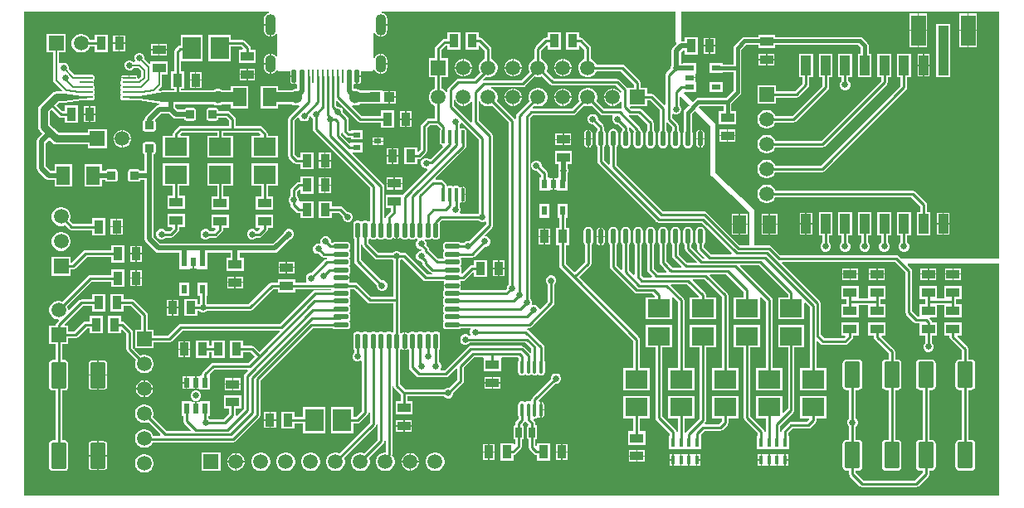
<source format=gtl>
G04*
G04 #@! TF.GenerationSoftware,Altium Limited,Altium Designer,21.6.1 (37)*
G04*
G04 Layer_Physical_Order=1*
G04 Layer_Color=255*
%FSLAX44Y44*%
%MOMM*%
G71*
G04*
G04 #@! TF.SameCoordinates,E457EF80-1144-4942-8A44-04504F566FFE*
G04*
G04*
G04 #@! TF.FilePolarity,Positive*
G04*
G01*
G75*
%ADD14C,0.7620*%
%ADD16C,0.2540*%
%ADD17C,0.2032*%
G04:AMPARAMS|DCode=19|XSize=2.7mm|YSize=1.59mm|CornerRadius=0.1988mm|HoleSize=0mm|Usage=FLASHONLY|Rotation=90.000|XOffset=0mm|YOffset=0mm|HoleType=Round|Shape=RoundedRectangle|*
%AMROUNDEDRECTD19*
21,1,2.7000,1.1925,0,0,90.0*
21,1,2.3025,1.5900,0,0,90.0*
1,1,0.3975,0.5963,1.1513*
1,1,0.3975,0.5963,-1.1513*
1,1,0.3975,-0.5963,-1.1513*
1,1,0.3975,-0.5963,1.1513*
%
%ADD19ROUNDEDRECTD19*%
G04:AMPARAMS|DCode=20|XSize=1.47mm|YSize=0.45mm|CornerRadius=0.0563mm|HoleSize=0mm|Usage=FLASHONLY|Rotation=270.000|XOffset=0mm|YOffset=0mm|HoleType=Round|Shape=RoundedRectangle|*
%AMROUNDEDRECTD20*
21,1,1.4700,0.3375,0,0,270.0*
21,1,1.3575,0.4500,0,0,270.0*
1,1,0.1125,-0.1688,-0.6788*
1,1,0.1125,-0.1688,0.6788*
1,1,0.1125,0.1688,0.6788*
1,1,0.1125,0.1688,-0.6788*
%
%ADD20ROUNDEDRECTD20*%
G04:AMPARAMS|DCode=21|XSize=1.47mm|YSize=0.45mm|CornerRadius=0.0563mm|HoleSize=0mm|Usage=FLASHONLY|Rotation=0.000|XOffset=0mm|YOffset=0mm|HoleType=Round|Shape=RoundedRectangle|*
%AMROUNDEDRECTD21*
21,1,1.4700,0.3375,0,0,0.0*
21,1,1.3575,0.4500,0,0,0.0*
1,1,0.1125,0.6788,-0.1688*
1,1,0.1125,-0.6788,-0.1688*
1,1,0.1125,-0.6788,0.1688*
1,1,0.1125,0.6788,0.1688*
%
%ADD21ROUNDEDRECTD21*%
%ADD22O,1.4000X0.2450*%
G04:AMPARAMS|DCode=23|XSize=1.1mm|YSize=0.6mm|CornerRadius=0.03mm|HoleSize=0mm|Usage=FLASHONLY|Rotation=270.000|XOffset=0mm|YOffset=0mm|HoleType=Round|Shape=RoundedRectangle|*
%AMROUNDEDRECTD23*
21,1,1.1000,0.5400,0,0,270.0*
21,1,1.0400,0.6000,0,0,270.0*
1,1,0.0600,-0.2700,-0.5200*
1,1,0.0600,-0.2700,0.5200*
1,1,0.0600,0.2700,0.5200*
1,1,0.0600,0.2700,-0.5200*
%
%ADD23ROUNDEDRECTD23*%
%ADD24O,0.3500X1.4000*%
%ADD25O,0.5500X1.6000*%
%ADD26O,0.3800X1.4000*%
%ADD27R,1.0000X2.0000*%
%ADD28R,0.9500X0.6000*%
%ADD29R,0.8000X0.5500*%
%ADD30R,0.6000X1.0500*%
%ADD31R,0.6000X0.9500*%
%ADD32R,0.4500X0.9500*%
%ADD33R,1.3500X0.9500*%
%ADD34R,0.9500X1.3500*%
%ADD35R,1.0500X1.0000*%
G04:AMPARAMS|DCode=36|XSize=1.3mm|YSize=0.5mm|CornerRadius=0.0625mm|HoleSize=0mm|Usage=FLASHONLY|Rotation=270.000|XOffset=0mm|YOffset=0mm|HoleType=Round|Shape=RoundedRectangle|*
%AMROUNDEDRECTD36*
21,1,1.3000,0.3750,0,0,270.0*
21,1,1.1750,0.5000,0,0,270.0*
1,1,0.1250,-0.1875,-0.5875*
1,1,0.1250,-0.1875,0.5875*
1,1,0.1250,0.1875,0.5875*
1,1,0.1250,0.1875,-0.5875*
%
%ADD36ROUNDEDRECTD36*%
G04:AMPARAMS|DCode=37|XSize=1.3mm|YSize=0.23mm|CornerRadius=0.0288mm|HoleSize=0mm|Usage=FLASHONLY|Rotation=270.000|XOffset=0mm|YOffset=0mm|HoleType=Round|Shape=RoundedRectangle|*
%AMROUNDEDRECTD37*
21,1,1.3000,0.1725,0,0,270.0*
21,1,1.2425,0.2300,0,0,270.0*
1,1,0.0575,-0.0863,-0.6213*
1,1,0.0575,-0.0863,0.6213*
1,1,0.0575,0.0863,0.6213*
1,1,0.0575,0.0863,-0.6213*
%
%ADD37ROUNDEDRECTD37*%
%ADD38R,1.3500X1.8500*%
%ADD39R,1.5240X3.1640*%
%ADD40R,1.0160X2.0320*%
%ADD41R,2.3000X1.8500*%
%ADD42R,1.8500X2.3000*%
G04:AMPARAMS|DCode=43|XSize=0.8mm|YSize=0.9mm|CornerRadius=0.04mm|HoleSize=0mm|Usage=FLASHONLY|Rotation=180.000|XOffset=0mm|YOffset=0mm|HoleType=Round|Shape=RoundedRectangle|*
%AMROUNDEDRECTD43*
21,1,0.8000,0.8200,0,0,180.0*
21,1,0.7200,0.9000,0,0,180.0*
1,1,0.0800,-0.3600,0.4100*
1,1,0.0800,0.3600,0.4100*
1,1,0.0800,0.3600,-0.4100*
1,1,0.0800,-0.3600,-0.4100*
%
%ADD43ROUNDEDRECTD43*%
G04:AMPARAMS|DCode=44|XSize=0.8mm|YSize=0.9mm|CornerRadius=0.04mm|HoleSize=0mm|Usage=FLASHONLY|Rotation=90.000|XOffset=0mm|YOffset=0mm|HoleType=Round|Shape=RoundedRectangle|*
%AMROUNDEDRECTD44*
21,1,0.8000,0.8200,0,0,90.0*
21,1,0.7200,0.9000,0,0,90.0*
1,1,0.0800,0.4100,0.3600*
1,1,0.0800,0.4100,-0.3600*
1,1,0.0800,-0.4100,-0.3600*
1,1,0.0800,-0.4100,0.3600*
%
%ADD44ROUNDEDRECTD44*%
%ADD79C,0.2286*%
%ADD80C,0.3810*%
%ADD81C,0.5080*%
%ADD82C,0.9652*%
%ADD83C,1.0160*%
%ADD84C,1.0000*%
%ADD85C,1.5240*%
%ADD86R,1.5000X1.5000*%
%ADD87C,1.5000*%
%ADD88R,1.5000X1.5000*%
G04:AMPARAMS|DCode=89|XSize=1.8mm|YSize=1.1mm|CornerRadius=0.55mm|HoleSize=0mm|Usage=FLASHONLY|Rotation=270.000|XOffset=0mm|YOffset=0mm|HoleType=Round|Shape=RoundedRectangle|*
%AMROUNDEDRECTD89*
21,1,1.8000,0.0000,0,0,270.0*
21,1,0.7000,1.1000,0,0,270.0*
1,1,1.1000,0.0000,-0.3500*
1,1,1.1000,0.0000,0.3500*
1,1,1.1000,0.0000,0.3500*
1,1,1.1000,0.0000,-0.3500*
%
%ADD89ROUNDEDRECTD89*%
G04:AMPARAMS|DCode=90|XSize=2.2mm|YSize=1.1mm|CornerRadius=0.55mm|HoleSize=0mm|Usage=FLASHONLY|Rotation=270.000|XOffset=0mm|YOffset=0mm|HoleType=Round|Shape=RoundedRectangle|*
%AMROUNDEDRECTD90*
21,1,2.2000,0.0000,0,0,270.0*
21,1,1.1000,1.1000,0,0,270.0*
1,1,1.1000,0.0000,-0.5500*
1,1,1.1000,0.0000,0.5500*
1,1,1.1000,0.0000,0.5500*
1,1,1.1000,0.0000,-0.5500*
%
%ADD90ROUNDEDRECTD90*%
%ADD91C,0.6500*%
%ADD92C,1.3000*%
G36*
X252171Y496140D02*
X251833Y496096D01*
X250186Y495414D01*
X248772Y494328D01*
X247686Y492914D01*
X247004Y491267D01*
X246772Y489500D01*
Y484635D01*
X253600D01*
Y484000D01*
X254235D01*
Y471755D01*
X255367Y471904D01*
X257014Y472586D01*
X258428Y473672D01*
X259140Y474599D01*
X260410Y474168D01*
Y451832D01*
X259140Y451401D01*
X258428Y452328D01*
X257014Y453414D01*
X255367Y454096D01*
X254235Y454245D01*
Y444000D01*
Y433755D01*
X255367Y433904D01*
X257014Y434586D01*
X258428Y435672D01*
X259514Y437086D01*
X259584Y437255D01*
X261017Y437396D01*
X261169Y437169D01*
X262009Y436608D01*
X263000Y436410D01*
X273993D01*
Y432135D01*
X277800D01*
Y431500D01*
X278435D01*
Y423693D01*
X279675D01*
X279868Y423731D01*
X280993Y423007D01*
X281138Y422796D01*
Y418544D01*
X281123Y418532D01*
X278877D01*
X276707Y417951D01*
X275361Y417173D01*
X261282D01*
Y421282D01*
X243718D01*
Y398718D01*
X261282D01*
Y402827D01*
X275361D01*
X276707Y402049D01*
X278877Y401468D01*
X281123D01*
X281969Y401695D01*
X283431Y400772D01*
X283472Y400550D01*
X272711Y389789D01*
X272009Y388739D01*
X271763Y387500D01*
Y350000D01*
X272009Y348761D01*
X272711Y347711D01*
X277711Y342711D01*
X278761Y342009D01*
X280000Y341763D01*
X283968D01*
Y336218D01*
X297532D01*
Y353782D01*
X283968D01*
Y348237D01*
X281341D01*
X278237Y351341D01*
Y386159D01*
X281567Y389489D01*
X282909Y389035D01*
X283544Y387500D01*
X285030Y386014D01*
X286971Y385210D01*
X289073D01*
X291014Y386014D01*
X292500Y387500D01*
X293304Y389441D01*
Y390180D01*
X293738Y390496D01*
X295294Y390059D01*
X295522Y389508D01*
X296633Y388397D01*
Y377500D01*
X296890Y376212D01*
X297619Y375119D01*
X355133Y317605D01*
Y283535D01*
X354615Y283209D01*
X353863Y282988D01*
X353200Y283431D01*
X352187Y283633D01*
X348812D01*
X347800Y283431D01*
X347387Y283155D01*
X346500Y282957D01*
X345613Y283155D01*
X345200Y283431D01*
X344187Y283633D01*
X340812D01*
X339800Y283431D01*
X338942Y282858D01*
X338368Y282000D01*
X338167Y280987D01*
Y267412D01*
X338368Y266400D01*
X338942Y265542D01*
X339133Y265414D01*
Y242500D01*
X339390Y241212D01*
X340119Y240119D01*
X362218Y218021D01*
Y216449D01*
X363022Y214508D01*
X364508Y213022D01*
X366449Y212218D01*
X368551D01*
X370492Y213022D01*
X371978Y214508D01*
X372782Y216449D01*
Y218551D01*
X371978Y220492D01*
X370492Y221978D01*
X368551Y222782D01*
X366979D01*
X345867Y243895D01*
Y259492D01*
X347133Y259500D01*
X347390Y258212D01*
X348119Y257119D01*
X360119Y245119D01*
X361212Y244390D01*
X362500Y244133D01*
X378397D01*
X379133Y243397D01*
Y217500D01*
X379133Y217500D01*
Y205867D01*
X356395D01*
X342381Y219881D01*
X341288Y220610D01*
X340000Y220867D01*
X334586D01*
X334458Y221058D01*
X334254Y221194D01*
X334144Y221608D01*
X334071Y222734D01*
X334314Y223097D01*
X334456Y223813D01*
Y224865D01*
X325800D01*
Y226135D01*
X334456D01*
Y227188D01*
X334314Y227903D01*
X334071Y228266D01*
X334144Y229392D01*
X334254Y229806D01*
X334458Y229942D01*
X335031Y230800D01*
X335233Y231812D01*
Y235187D01*
X335031Y236200D01*
X334458Y237058D01*
Y237942D01*
X335031Y238800D01*
X335233Y239813D01*
Y243188D01*
X335031Y244200D01*
X334458Y245058D01*
Y245942D01*
X335031Y246800D01*
X335233Y247812D01*
Y251187D01*
X335031Y252200D01*
X334458Y253058D01*
Y253942D01*
X335031Y254800D01*
X335233Y255812D01*
Y259188D01*
X335031Y260200D01*
X334458Y261058D01*
X333600Y261631D01*
X332588Y261833D01*
X319013D01*
X318000Y261631D01*
X317142Y261058D01*
X315914Y261348D01*
X315282Y261979D01*
Y263551D01*
X314478Y265492D01*
X312992Y266978D01*
X311051Y267782D01*
X308949D01*
X307008Y266978D01*
X305522Y265492D01*
X304718Y263551D01*
Y261449D01*
X304856Y261116D01*
X303884Y260144D01*
X303551Y260282D01*
X301449D01*
X299508Y259478D01*
X298022Y257992D01*
X297218Y256051D01*
Y253949D01*
X298022Y252008D01*
X299508Y250522D01*
X301449Y249718D01*
X303021D01*
X305619Y247119D01*
X306712Y246390D01*
X308000Y246133D01*
X311492D01*
X311500Y244867D01*
X310212Y244610D01*
X309119Y243881D01*
X295521Y230282D01*
X293949D01*
X292008Y229478D01*
X290522Y227992D01*
X289718Y226051D01*
Y223949D01*
X290469Y222137D01*
X290004Y220867D01*
X278782D01*
Y224282D01*
X261218D01*
Y220867D01*
X255000D01*
X253712Y220610D01*
X252619Y219881D01*
X231105Y198367D01*
X189103D01*
X188367Y199103D01*
Y206968D01*
X189532D01*
Y220532D01*
X179468D01*
Y206968D01*
X181633D01*
Y199103D01*
X180897Y198367D01*
X179282D01*
Y203782D01*
X165718D01*
Y186218D01*
X179282D01*
Y191633D01*
X180897D01*
X182008Y190522D01*
X183949Y189718D01*
X186051D01*
X187992Y190522D01*
X189103Y191633D01*
X232500D01*
X233788Y191890D01*
X234881Y192619D01*
X256395Y214133D01*
X261218D01*
Y210718D01*
X278782D01*
Y214133D01*
X315141D01*
X315609Y213417D01*
X315261Y212815D01*
X299448D01*
X298160Y212558D01*
X297067Y211829D01*
X263605Y178367D01*
X162500D01*
X161212Y178110D01*
X160119Y177381D01*
X149005Y166267D01*
X134532D01*
Y172432D01*
X128367D01*
Y187500D01*
X128110Y188788D01*
X127381Y189881D01*
X114881Y202381D01*
X113788Y203110D01*
X112500Y203367D01*
X103532D01*
Y208782D01*
X89968D01*
Y191218D01*
X103532D01*
Y196633D01*
X111105D01*
X121633Y186105D01*
Y172432D01*
X115468D01*
Y154617D01*
X115468Y153589D01*
X114413Y152848D01*
X113367Y153895D01*
Y170000D01*
X113110Y171288D01*
X112381Y172381D01*
X104881Y179881D01*
X103788Y180610D01*
X102500Y180867D01*
X101032D01*
Y186282D01*
X87468D01*
Y168718D01*
X101032D01*
Y172411D01*
X102302Y172937D01*
X106633Y168605D01*
Y152500D01*
X106890Y151212D01*
X107619Y150119D01*
X116279Y141459D01*
X116118Y141179D01*
X115468Y138755D01*
Y136245D01*
X116118Y133821D01*
X117373Y131647D01*
X119147Y129873D01*
X121321Y128618D01*
X123745Y127968D01*
X126255D01*
X128679Y128618D01*
X130853Y129873D01*
X132627Y131647D01*
X133882Y133821D01*
X134532Y136245D01*
Y138755D01*
X133882Y141179D01*
X132627Y143353D01*
X130853Y145127D01*
X128679Y146382D01*
X126255Y147032D01*
X123745D01*
X121321Y146382D01*
X121041Y146221D01*
X114948Y152313D01*
X115689Y153368D01*
X116646Y153368D01*
X134532D01*
Y159533D01*
X150400D01*
X151688Y159790D01*
X152781Y160519D01*
X163895Y171633D01*
X262713D01*
X263199Y170460D01*
X242500Y149761D01*
X237381Y154881D01*
X236288Y155610D01*
X235000Y155867D01*
X226032D01*
Y161282D01*
X212468D01*
Y143718D01*
X226032D01*
Y149133D01*
X233605D01*
X237739Y145000D01*
X231105Y138367D01*
X195000D01*
X193712Y138110D01*
X192619Y137381D01*
X184619Y129381D01*
X183890Y128288D01*
X183633Y127000D01*
Y126430D01*
X182735Y125532D01*
X181968D01*
X181014Y124770D01*
X178135D01*
Y118250D01*
Y111730D01*
X181014D01*
X181968Y110968D01*
X182724Y110968D01*
X192032D01*
Y125532D01*
X192032D01*
X191563Y126802D01*
X196395Y131633D01*
X230213D01*
X230699Y130460D01*
X227619Y127381D01*
X226890Y126288D01*
X226633Y125000D01*
Y91395D01*
X219518Y84279D01*
X218348Y84905D01*
X218367Y85000D01*
Y91468D01*
X223782D01*
Y105032D01*
X206218D01*
Y91468D01*
X211633D01*
Y86395D01*
X206105Y80867D01*
X191603D01*
X190617Y81853D01*
Y84468D01*
X192032D01*
Y99032D01*
X181968Y99032D01*
X181014Y98270D01*
X180698D01*
X178135D01*
Y91750D01*
X176865D01*
Y98270D01*
X173986D01*
X173032Y99032D01*
X172276Y99032D01*
X162968D01*
Y84468D01*
X164955D01*
Y79178D01*
X165212Y77889D01*
X165942Y76797D01*
X172771Y69968D01*
X172285Y68795D01*
X147667D01*
X133721Y82741D01*
X133882Y83021D01*
X134532Y85445D01*
Y87955D01*
X133882Y90379D01*
X132627Y92553D01*
X130853Y94327D01*
X128679Y95582D01*
X126255Y96232D01*
X123745D01*
X121321Y95582D01*
X119147Y94327D01*
X117373Y92553D01*
X116118Y90379D01*
X115468Y87955D01*
Y85445D01*
X116118Y83021D01*
X117373Y80847D01*
X119147Y79072D01*
X121321Y77818D01*
X123745Y77168D01*
X126255D01*
X128679Y77818D01*
X128959Y77979D01*
X141543Y65396D01*
X141057Y64223D01*
X134085D01*
X133882Y64979D01*
X132627Y67153D01*
X130853Y68927D01*
X128679Y70182D01*
X126255Y70832D01*
X123745D01*
X121321Y70182D01*
X119147Y68927D01*
X117373Y67153D01*
X116118Y64979D01*
X115468Y62555D01*
Y60045D01*
X116118Y57621D01*
X117373Y55447D01*
X119147Y53672D01*
X121321Y52418D01*
X123745Y51768D01*
X126255D01*
X128679Y52418D01*
X130853Y53672D01*
X132627Y55447D01*
X133806Y57489D01*
X215856D01*
X217144Y57746D01*
X218237Y58475D01*
X242381Y82619D01*
X243110Y83712D01*
X243367Y85000D01*
Y120674D01*
X296826Y174133D01*
X317014D01*
X317142Y173942D01*
X318000Y173369D01*
X319013Y173167D01*
X332588D01*
X333600Y173369D01*
X334458Y173942D01*
X335031Y174800D01*
X335233Y175812D01*
Y179188D01*
X335031Y180200D01*
X334458Y181058D01*
Y181942D01*
X335031Y182800D01*
X335233Y183813D01*
Y187188D01*
X335031Y188200D01*
X334458Y189058D01*
Y189942D01*
X335031Y190800D01*
X335233Y191812D01*
Y195187D01*
X335031Y196200D01*
X334458Y197058D01*
Y197942D01*
X335031Y198800D01*
X335233Y199813D01*
Y203188D01*
X335031Y204200D01*
X334755Y204613D01*
X334557Y205500D01*
X334755Y206387D01*
X335031Y206800D01*
X335233Y207812D01*
Y211187D01*
X335031Y212200D01*
X334588Y212863D01*
X334809Y213615D01*
X335135Y214133D01*
X338605D01*
X352619Y200119D01*
X353712Y199390D01*
X355000Y199133D01*
X379133D01*
Y170135D01*
X378615Y169809D01*
X377863Y169588D01*
X377200Y170032D01*
X376187Y170233D01*
X372812D01*
X371800Y170032D01*
X370942Y169458D01*
X370058D01*
X369200Y170032D01*
X368187Y170233D01*
X364813D01*
X363800Y170032D01*
X362942Y169458D01*
X362058D01*
X361200Y170032D01*
X360187Y170233D01*
X356813D01*
X355800Y170032D01*
X354942Y169458D01*
X354058D01*
X353200Y170032D01*
X352187Y170233D01*
X348812D01*
X347800Y170032D01*
X346942Y169458D01*
X346058D01*
X345200Y170032D01*
X344187Y170233D01*
X340812D01*
X339800Y170032D01*
X338942Y169458D01*
X338368Y168600D01*
X338167Y167588D01*
Y154012D01*
X338368Y153000D01*
X338942Y152142D01*
X339133Y152014D01*
Y149103D01*
X338022Y147992D01*
X337218Y146051D01*
Y143949D01*
X338022Y142008D01*
X339508Y140522D01*
X341449Y139718D01*
X343551D01*
X345492Y140522D01*
X345863Y140893D01*
X347133Y140367D01*
Y89395D01*
X341105Y83367D01*
X338032D01*
Y93532D01*
X315468D01*
Y66468D01*
X338032D01*
Y76633D01*
X342500D01*
X343788Y76890D01*
X344881Y77619D01*
X352881Y85619D01*
X353610Y86712D01*
X353867Y88000D01*
X355133Y87992D01*
Y77394D01*
X323959Y46221D01*
X323679Y46382D01*
X321255Y47032D01*
X318745D01*
X316321Y46382D01*
X314147Y45128D01*
X312372Y43353D01*
X311118Y41179D01*
X310468Y38755D01*
Y36245D01*
X311118Y33821D01*
X312372Y31647D01*
X314147Y29873D01*
X316321Y28618D01*
X318745Y27968D01*
X321255D01*
X323679Y28618D01*
X325853Y29873D01*
X327627Y31647D01*
X328882Y33821D01*
X329532Y36245D01*
Y38755D01*
X328882Y41179D01*
X328721Y41459D01*
X360881Y73619D01*
X361610Y74712D01*
X361867Y76000D01*
X363133Y75992D01*
Y59995D01*
X349359Y46221D01*
X349079Y46382D01*
X346655Y47032D01*
X344145D01*
X341721Y46382D01*
X339547Y45128D01*
X337772Y43353D01*
X336518Y41179D01*
X335868Y38755D01*
Y36245D01*
X336518Y33821D01*
X337772Y31647D01*
X339547Y29873D01*
X341721Y28618D01*
X344145Y27968D01*
X346655D01*
X349079Y28618D01*
X351253Y29873D01*
X353027Y31647D01*
X354282Y33821D01*
X354932Y36245D01*
Y38755D01*
X354282Y41179D01*
X354121Y41459D01*
X368881Y56219D01*
X369610Y57312D01*
X369867Y58600D01*
X369867Y58600D01*
X371133Y58592D01*
Y47032D01*
X369545D01*
X367121Y46382D01*
X364947Y45128D01*
X363172Y43353D01*
X361918Y41179D01*
X361268Y38755D01*
Y36245D01*
X361918Y33821D01*
X363172Y31647D01*
X364947Y29873D01*
X367121Y28618D01*
X369545Y27968D01*
X372055D01*
X374479Y28618D01*
X376653Y29873D01*
X378428Y31647D01*
X379682Y33821D01*
X380332Y36245D01*
Y38755D01*
X379682Y41179D01*
X378428Y43353D01*
X377757Y44023D01*
X377867Y44572D01*
Y114992D01*
X379133Y115000D01*
X379390Y113712D01*
X380119Y112619D01*
X386633Y106105D01*
Y99282D01*
X381218D01*
Y85718D01*
X398782D01*
Y99282D01*
X393367D01*
Y104133D01*
X430897D01*
X432008Y103022D01*
X433949Y102218D01*
X436051D01*
X437992Y103022D01*
X439478Y104508D01*
X440282Y106449D01*
Y108021D01*
X449881Y117619D01*
X450610Y118712D01*
X450867Y120000D01*
Y133605D01*
X461395Y144133D01*
X470197D01*
X471218Y143532D01*
Y129968D01*
X488782D01*
Y143532D01*
X489803Y144133D01*
X506105D01*
X506883Y143355D01*
Y141519D01*
X506688Y141226D01*
X506394Y139750D01*
Y129250D01*
X506688Y127774D01*
X507523Y126523D01*
X508774Y125687D01*
X510250Y125394D01*
X511726Y125687D01*
X512977Y126523D01*
X514023D01*
X515274Y125687D01*
X516750Y125394D01*
X518226Y125687D01*
X519477Y126523D01*
X520523D01*
X521774Y125687D01*
X523250Y125394D01*
X524726Y125687D01*
X525977Y126523D01*
X527023D01*
X528274Y125687D01*
X529750Y125394D01*
X531226Y125687D01*
X532477Y126523D01*
X533313Y127774D01*
X533606Y129250D01*
Y139750D01*
X533313Y141226D01*
X533117Y141519D01*
Y154216D01*
X532860Y155504D01*
X532131Y156596D01*
X516346Y172381D01*
X515624Y172863D01*
X516009Y174133D01*
X517500D01*
X518788Y174390D01*
X519881Y175119D01*
X542381Y197619D01*
X543110Y198712D01*
X543367Y200000D01*
Y218397D01*
X544478Y219508D01*
X545282Y221449D01*
Y223551D01*
X544478Y225492D01*
X542992Y226978D01*
X541051Y227782D01*
X538949D01*
X537008Y226978D01*
X535522Y225492D01*
X534718Y223551D01*
Y221449D01*
X535522Y219508D01*
X536633Y218397D01*
Y201395D01*
X528955Y193717D01*
X527551Y194108D01*
X526978Y195492D01*
X525492Y196978D01*
X523551Y197782D01*
X521449D01*
X521116Y197644D01*
X520144Y198616D01*
X520282Y198949D01*
Y201051D01*
X519478Y202992D01*
X518367Y204103D01*
Y388605D01*
X521395Y391633D01*
X562500D01*
X563788Y391890D01*
X564881Y392619D01*
X573541Y401279D01*
X573821Y401118D01*
X576245Y400468D01*
X578755D01*
X581179Y401118D01*
X581459Y401279D01*
X590119Y392619D01*
X591212Y391890D01*
X592500Y391633D01*
X602504D01*
X602969Y390363D01*
X602218Y388551D01*
Y386449D01*
X603022Y384508D01*
X604508Y383022D01*
X606449Y382218D01*
X608021D01*
X612583Y377655D01*
Y376252D01*
X612502Y376198D01*
X611446Y374616D01*
X611074Y372750D01*
Y362250D01*
X611446Y360384D01*
X612502Y358802D01*
X614084Y357746D01*
X615950Y357374D01*
X617816Y357746D01*
X619398Y358802D01*
X620454Y360384D01*
X620826Y362250D01*
Y372750D01*
X620454Y374616D01*
X619398Y376198D01*
X619317Y376252D01*
Y379050D01*
X619298Y379145D01*
X620468Y379771D01*
X624737Y375502D01*
X624146Y374616D01*
X623774Y372750D01*
Y362250D01*
X624146Y360384D01*
X625202Y358802D01*
X626784Y357746D01*
X628650Y357374D01*
X630516Y357746D01*
X632098Y358802D01*
X633154Y360384D01*
X633526Y362250D01*
Y372750D01*
X633154Y374616D01*
X632098Y376198D01*
X631718Y376451D01*
Y376649D01*
X631462Y377937D01*
X630732Y379029D01*
X619280Y390482D01*
X619905Y391652D01*
X620000Y391633D01*
X628605D01*
X637983Y382256D01*
Y376252D01*
X637902Y376198D01*
X636846Y374616D01*
X636474Y372750D01*
Y362250D01*
X636846Y360384D01*
X637902Y358802D01*
X639484Y357746D01*
X641350Y357374D01*
X643216Y357746D01*
X644798Y358802D01*
X645854Y360384D01*
X646226Y362250D01*
Y372750D01*
X645854Y374616D01*
X644798Y376198D01*
X644717Y376252D01*
Y383650D01*
X644460Y384938D01*
X643731Y386031D01*
X632381Y397381D01*
X631288Y398110D01*
X630000Y398367D01*
X621395D01*
X620466Y399295D01*
X620953Y400468D01*
X637832D01*
Y406633D01*
X641105D01*
X650683Y397056D01*
Y376252D01*
X650602Y376198D01*
X649546Y374616D01*
X649174Y372750D01*
Y362250D01*
X649546Y360384D01*
X650602Y358802D01*
X652184Y357746D01*
X654050Y357374D01*
X655916Y357746D01*
X657498Y358802D01*
X658555Y360384D01*
X658926Y362250D01*
Y372750D01*
X658555Y374616D01*
X657498Y376198D01*
X657417Y376252D01*
Y383526D01*
X658687Y384052D01*
X663383Y379356D01*
Y376252D01*
X663302Y376198D01*
X662245Y374616D01*
X661874Y372750D01*
Y362250D01*
X662245Y360384D01*
X663302Y358802D01*
X664884Y357746D01*
X666750Y357374D01*
X668616Y357746D01*
X670198Y358802D01*
X671255Y360384D01*
X671626Y362250D01*
Y372750D01*
X671255Y374616D01*
X670198Y376198D01*
X670117Y376252D01*
Y380750D01*
X669860Y382038D01*
X669131Y383131D01*
X663367Y388895D01*
Y392504D01*
X664637Y392969D01*
X666449Y392218D01*
X668551D01*
X670492Y393022D01*
X671978Y394508D01*
X672782Y396449D01*
Y398551D01*
X671978Y400492D01*
X670867Y401603D01*
Y410106D01*
X671740Y410497D01*
X672137Y410538D01*
X680999Y401676D01*
X680101Y400778D01*
X676612Y397288D01*
X675741Y395986D01*
X675436Y394450D01*
Y375350D01*
X674946Y374616D01*
X674574Y372750D01*
Y362250D01*
X674946Y360384D01*
X676002Y358802D01*
X677584Y357746D01*
X679450Y357374D01*
X681316Y357746D01*
X682898Y358802D01*
X683954Y360384D01*
X684326Y362250D01*
Y372750D01*
X683954Y374616D01*
X683464Y375350D01*
Y392787D01*
X686676Y395999D01*
X702320Y380355D01*
Y332500D01*
X702337Y332417D01*
X702323Y332333D01*
X702534Y331429D01*
X702715Y330518D01*
X702762Y330447D01*
X702781Y330365D01*
X703322Y329610D01*
X703838Y328838D01*
X703908Y328790D01*
X703958Y328721D01*
X742320Y292756D01*
Y258727D01*
X732500D01*
X699274Y291953D01*
X698182Y292682D01*
X696894Y292939D01*
X654323D01*
X606617Y340645D01*
Y358748D01*
X606698Y358802D01*
X607755Y360384D01*
X608126Y362250D01*
Y372750D01*
X607755Y374616D01*
X606698Y376198D01*
X605116Y377254D01*
X603250Y377626D01*
X601384Y377254D01*
X599802Y376198D01*
X598745Y374616D01*
X598374Y372750D01*
Y362250D01*
X598745Y360384D01*
X599802Y358802D01*
X599883Y358748D01*
Y341537D01*
X598710Y341051D01*
X593917Y345844D01*
Y358748D01*
X593998Y358802D01*
X595055Y360384D01*
X595426Y362250D01*
Y372750D01*
X595055Y374616D01*
X593998Y376198D01*
X593917Y376252D01*
Y379450D01*
X593660Y380738D01*
X592931Y381831D01*
X587782Y386979D01*
Y388551D01*
X586978Y390492D01*
X585492Y391978D01*
X583551Y392782D01*
X581449D01*
X579508Y391978D01*
X578022Y390492D01*
X577218Y388551D01*
Y386449D01*
X578022Y384508D01*
X579508Y383022D01*
X581449Y382218D01*
X583021D01*
X587183Y378055D01*
Y376252D01*
X587102Y376198D01*
X586045Y374616D01*
X585674Y372750D01*
Y362250D01*
X586045Y360384D01*
X587102Y358802D01*
X587183Y358748D01*
Y344450D01*
X587440Y343162D01*
X588169Y342069D01*
X647619Y282619D01*
X648712Y281890D01*
X650000Y281633D01*
X693605D01*
X724483Y250756D01*
X723997Y249583D01*
X702679D01*
X695517Y256744D01*
Y258748D01*
X695598Y258802D01*
X696655Y260384D01*
X697026Y262250D01*
Y272750D01*
X696655Y274616D01*
X695598Y276198D01*
X694016Y277255D01*
X692150Y277626D01*
X690284Y277255D01*
X688702Y276198D01*
X687645Y274616D01*
X687274Y272750D01*
Y262250D01*
X687645Y260384D01*
X688702Y258802D01*
X688783Y258748D01*
Y255350D01*
X689040Y254062D01*
X689769Y252969D01*
X696555Y246184D01*
X696069Y245011D01*
X694751D01*
X683367Y256395D01*
Y259504D01*
X683954Y260384D01*
X684326Y262250D01*
Y272750D01*
X683954Y274616D01*
X682898Y276198D01*
X681316Y277255D01*
X679450Y277626D01*
X677584Y277255D01*
X676002Y276198D01*
X674946Y274616D01*
X674574Y272750D01*
Y262250D01*
X674946Y260384D01*
X676002Y258802D01*
X676633Y258381D01*
Y255000D01*
X676890Y253712D01*
X677619Y252619D01*
X688627Y241612D01*
X688141Y240439D01*
X679084D01*
X670117Y249406D01*
Y258748D01*
X670198Y258802D01*
X671255Y260384D01*
X671626Y262250D01*
Y272750D01*
X671255Y274616D01*
X670198Y276198D01*
X668616Y277255D01*
X666750Y277626D01*
X664884Y277255D01*
X663302Y276198D01*
X662245Y274616D01*
X661874Y272750D01*
Y262250D01*
X662245Y260384D01*
X663302Y258802D01*
X663383Y258748D01*
Y248011D01*
X663640Y246723D01*
X664369Y245631D01*
X672960Y237040D01*
X672474Y235867D01*
X663895D01*
X663778Y235984D01*
X663395Y236239D01*
X660068Y239566D01*
X659813Y239949D01*
X657417Y242345D01*
Y258748D01*
X657498Y258802D01*
X658555Y260384D01*
X658926Y262250D01*
Y272750D01*
X658555Y274616D01*
X657498Y276198D01*
X655916Y277255D01*
X654050Y277626D01*
X652184Y277255D01*
X650602Y276198D01*
X649546Y274616D01*
X649174Y272750D01*
Y262250D01*
X649546Y260384D01*
X650602Y258802D01*
X650683Y258748D01*
Y240950D01*
X650940Y239662D01*
X651669Y238569D01*
X654796Y235443D01*
X655051Y235060D01*
X657975Y232137D01*
X657449Y230867D01*
X648895D01*
X644717Y235045D01*
Y258748D01*
X644798Y258802D01*
X645854Y260384D01*
X646226Y262250D01*
Y272750D01*
X645854Y274616D01*
X644798Y276198D01*
X643216Y277255D01*
X641350Y277626D01*
X639484Y277255D01*
X637902Y276198D01*
X636846Y274616D01*
X636474Y272750D01*
Y262250D01*
X636846Y260384D01*
X637902Y258802D01*
X637983Y258748D01*
Y233650D01*
X638240Y232362D01*
X638969Y231269D01*
X643199Y227040D01*
X642713Y225867D01*
X633895D01*
X632017Y227745D01*
Y258748D01*
X632098Y258802D01*
X633154Y260384D01*
X633526Y262250D01*
Y272750D01*
X633154Y274616D01*
X632098Y276198D01*
X630516Y277255D01*
X628650Y277626D01*
X626784Y277255D01*
X625202Y276198D01*
X624146Y274616D01*
X623774Y272750D01*
Y262250D01*
X624146Y260384D01*
X625202Y258802D01*
X625283Y258748D01*
Y228637D01*
X624110Y228151D01*
X619317Y232945D01*
Y258748D01*
X619398Y258802D01*
X620454Y260384D01*
X620826Y262250D01*
Y272750D01*
X620454Y274616D01*
X619398Y276198D01*
X617816Y277255D01*
X615950Y277626D01*
X614084Y277255D01*
X612502Y276198D01*
X611446Y274616D01*
X611074Y272750D01*
Y262250D01*
X611446Y260384D01*
X612502Y258802D01*
X612583Y258748D01*
Y233837D01*
X611410Y233351D01*
X606617Y238145D01*
Y258748D01*
X606698Y258802D01*
X607755Y260384D01*
X608126Y262250D01*
Y272750D01*
X607755Y274616D01*
X606698Y276198D01*
X605116Y277255D01*
X603250Y277626D01*
X601384Y277255D01*
X599802Y276198D01*
X598745Y274616D01*
X598374Y272750D01*
Y262250D01*
X598745Y260384D01*
X599802Y258802D01*
X599883Y258748D01*
Y236750D01*
X600140Y235462D01*
X600869Y234369D01*
X625119Y210119D01*
X626212Y209390D01*
X627500Y209133D01*
X643605D01*
X645937Y206802D01*
X645411Y205532D01*
X636468D01*
Y182968D01*
X663532D01*
Y204911D01*
X664802Y205437D01*
X669133Y201105D01*
Y133032D01*
X658968D01*
Y110468D01*
X686032D01*
Y133032D01*
X675867D01*
Y202500D01*
X675610Y203788D01*
X674881Y204881D01*
X661801Y217960D01*
X662287Y219133D01*
X678605D01*
X690937Y206802D01*
X690411Y205532D01*
X681468D01*
Y182968D01*
X708532D01*
Y205532D01*
X698367D01*
Y207500D01*
X698110Y208788D01*
X697381Y209881D01*
X684301Y222960D01*
X684787Y224133D01*
X696105D01*
X714133Y206105D01*
Y133032D01*
X703968D01*
Y110468D01*
X731032D01*
Y133032D01*
X720867D01*
Y207500D01*
X720610Y208788D01*
X719881Y209881D01*
X701801Y227960D01*
X702287Y229133D01*
X718605D01*
X736633Y211105D01*
Y205532D01*
X726468D01*
Y182968D01*
X753532D01*
Y204911D01*
X754802Y205437D01*
X759133Y201105D01*
Y133032D01*
X748968D01*
Y110468D01*
X776032D01*
Y133032D01*
X765867D01*
Y202500D01*
X765610Y203788D01*
X764881Y204881D01*
X732657Y237104D01*
X733143Y238277D01*
X751962D01*
X781633Y208605D01*
Y205532D01*
X771468D01*
Y182968D01*
X798532D01*
Y199717D01*
X799705Y200203D01*
X804133Y195775D01*
Y133032D01*
X793968D01*
Y110468D01*
X821032D01*
Y133032D01*
X810867D01*
Y160213D01*
X812040Y160699D01*
X815119Y157619D01*
X816212Y156890D01*
X817500Y156633D01*
X840000D01*
X841288Y156890D01*
X842381Y157619D01*
X847381Y162619D01*
X848110Y163712D01*
X848367Y165000D01*
Y166468D01*
X853782D01*
Y180032D01*
X836218D01*
Y166468D01*
X839911D01*
X840437Y165198D01*
X838605Y163367D01*
X818895D01*
X815439Y166822D01*
Y199063D01*
X815182Y200352D01*
X814453Y201444D01*
X775437Y240460D01*
X775923Y241633D01*
X891105D01*
X901633Y231105D01*
Y190000D01*
X901890Y188712D01*
X902619Y187619D01*
X910119Y180119D01*
X911212Y179390D01*
X912500Y179133D01*
X916218D01*
Y166468D01*
X921633D01*
Y159103D01*
X920522Y157992D01*
X919718Y156051D01*
Y153949D01*
X920522Y152008D01*
X922008Y150522D01*
X923949Y149718D01*
X926051D01*
X927992Y150522D01*
X929478Y152008D01*
X930282Y153949D01*
Y156051D01*
X929478Y157992D01*
X928367Y159103D01*
Y166468D01*
X933782D01*
Y180032D01*
X928360D01*
X928110Y181288D01*
X927381Y182381D01*
X926063Y183698D01*
X926589Y184968D01*
X933782D01*
Y197883D01*
X941218D01*
Y184968D01*
X958782D01*
Y198532D01*
X953367D01*
Y203968D01*
X958782D01*
Y217532D01*
X941218D01*
Y204617D01*
X933782D01*
Y217532D01*
X916218D01*
Y203968D01*
X921633D01*
Y198532D01*
X916218D01*
Y185867D01*
X913895D01*
X908367Y191395D01*
Y232500D01*
X908110Y233788D01*
X907381Y234881D01*
X903614Y238647D01*
X904100Y239820D01*
X997410D01*
Y2590D01*
X2590D01*
Y497410D01*
X252088D01*
X252171Y496140D01*
D02*
G37*
G36*
X997410Y245000D02*
X897261D01*
X894881Y247381D01*
X893788Y248110D01*
X892500Y248367D01*
X773996D01*
X764622Y257741D01*
X763530Y258470D01*
X762241Y258727D01*
X747500D01*
Y295000D01*
X707500Y332500D01*
Y382500D01*
X690338Y399662D01*
X691663Y400986D01*
X715986D01*
Y396032D01*
X711218D01*
Y382468D01*
X728782D01*
Y396032D01*
X724014D01*
Y403337D01*
X732838Y412162D01*
X733709Y413464D01*
X734014Y415000D01*
Y439500D01*
X734014Y439500D01*
Y458337D01*
X739163Y463486D01*
X751218D01*
Y459968D01*
X768782D01*
Y463486D01*
X853337D01*
X855986Y460837D01*
Y454532D01*
X852968D01*
Y430468D01*
X867032D01*
Y454532D01*
X864014D01*
Y462500D01*
X863709Y464036D01*
X862839Y465338D01*
X857838Y470338D01*
X856536Y471209D01*
X855000Y471514D01*
X768782D01*
Y473532D01*
X751218D01*
Y471514D01*
X737500D01*
X735964Y471209D01*
X734662Y470338D01*
X727162Y462839D01*
X726292Y461536D01*
X725986Y460000D01*
Y443514D01*
X715532D01*
Y444532D01*
X701968D01*
Y434468D01*
X715532D01*
Y435486D01*
X725986D01*
Y416663D01*
X718337Y409014D01*
X690000D01*
X688464Y408709D01*
X687162Y407838D01*
X684662Y405338D01*
X675705Y414295D01*
X676191Y415468D01*
X688032D01*
X688032Y425532D01*
X687270Y426486D01*
Y426802D01*
Y429365D01*
X681250D01*
Y430635D01*
X687270D01*
Y433514D01*
X688032Y434468D01*
X688032Y435224D01*
Y444532D01*
X674468D01*
Y444162D01*
X672500D01*
Y455908D01*
X674431Y457838D01*
X676468D01*
Y453718D01*
X690032D01*
Y471282D01*
X676468D01*
Y467161D01*
X672500D01*
Y497410D01*
X997410D01*
Y245000D01*
D02*
G37*
G36*
X539319Y422619D02*
X540412Y421890D01*
X541700Y421633D01*
X606105D01*
X611597Y416142D01*
X611482Y415103D01*
X610284Y414750D01*
X609918Y415385D01*
X608285Y417018D01*
X606285Y418172D01*
X604054Y418770D01*
X603535D01*
Y410000D01*
Y401230D01*
X604054D01*
X606285Y401828D01*
X608285Y402982D01*
X609918Y404615D01*
X610363Y405387D01*
X611633Y405047D01*
Y400000D01*
X611791Y399207D01*
X611766Y399153D01*
X610847Y398234D01*
X610793Y398209D01*
X610000Y398367D01*
X593895D01*
X586221Y406041D01*
X586382Y406321D01*
X587032Y408745D01*
Y411255D01*
X586382Y413679D01*
X585127Y415853D01*
X583353Y417627D01*
X581179Y418882D01*
X578755Y419532D01*
X576245D01*
X573821Y418882D01*
X571647Y417627D01*
X569873Y415853D01*
X568618Y413679D01*
X567968Y411255D01*
Y408745D01*
X568618Y406321D01*
X568779Y406041D01*
X561105Y398367D01*
X521624D01*
X521098Y399637D01*
X522741Y401279D01*
X523021Y401118D01*
X525445Y400468D01*
X527955D01*
X530379Y401118D01*
X532553Y402373D01*
X534328Y404147D01*
X535582Y406321D01*
X536232Y408745D01*
Y411255D01*
X535582Y413679D01*
X534328Y415853D01*
X532553Y417627D01*
X530379Y418882D01*
X527955Y419532D01*
X525445D01*
X523021Y418882D01*
X520847Y417627D01*
X519072Y415853D01*
X517818Y413679D01*
X517168Y411255D01*
Y408745D01*
X517818Y406321D01*
X517979Y406041D01*
X505119Y393181D01*
X504390Y392088D01*
X504133Y390800D01*
Y387943D01*
X502863Y387558D01*
X502381Y388281D01*
X484621Y406041D01*
X484782Y406321D01*
X485432Y408745D01*
Y411255D01*
X484782Y413679D01*
X483527Y415853D01*
X481753Y417627D01*
X479579Y418882D01*
X478717Y419113D01*
X478885Y420383D01*
X511250D01*
X512538Y420640D01*
X513631Y421369D01*
X523303Y431042D01*
X525445Y430468D01*
X527955D01*
X530379Y431118D01*
X530659Y431279D01*
X539319Y422619D01*
D02*
G37*
G36*
X667320Y467161D02*
X667715Y465179D01*
X668064Y464657D01*
X664204Y460796D01*
X663193Y459284D01*
X662839Y457500D01*
Y442548D01*
X662218Y441051D01*
Y439479D01*
X657619Y434881D01*
X656890Y433788D01*
X656633Y432500D01*
Y402424D01*
X655363Y401898D01*
X644881Y412381D01*
X643788Y413110D01*
X642500Y413367D01*
X637832D01*
Y419532D01*
X631667D01*
Y424200D01*
X631410Y425488D01*
X630681Y426581D01*
X614881Y442381D01*
X613788Y443110D01*
X612500Y443367D01*
X586466D01*
X586382Y443679D01*
X585127Y445853D01*
X583353Y447627D01*
X581179Y448882D01*
X580867Y448966D01*
Y460000D01*
X580610Y461288D01*
X579881Y462381D01*
X572381Y469881D01*
X571288Y470610D01*
X570000Y470867D01*
X568532D01*
Y476282D01*
X554968D01*
Y458718D01*
X568532D01*
Y462411D01*
X569802Y462937D01*
X574133Y458605D01*
Y448966D01*
X573821Y448882D01*
X571647Y447627D01*
X569873Y445853D01*
X568618Y443679D01*
X567968Y441255D01*
Y438745D01*
X568618Y436321D01*
X569873Y434147D01*
X571647Y432373D01*
X573821Y431118D01*
X576245Y430468D01*
X578755D01*
X581179Y431118D01*
X583353Y432373D01*
X585127Y434147D01*
X586382Y436321D01*
X586466Y436633D01*
X611105D01*
X624933Y422805D01*
Y419532D01*
X618768D01*
X618768Y419532D01*
Y419532D01*
X617542Y419639D01*
X617381Y419881D01*
X609881Y427381D01*
X608788Y428110D01*
X607500Y428367D01*
X543094D01*
X535421Y436041D01*
X535582Y436321D01*
X536232Y438745D01*
Y441255D01*
X535582Y443679D01*
X534328Y445853D01*
X532553Y447627D01*
X530379Y448882D01*
X530067Y448966D01*
Y457805D01*
X535198Y462937D01*
X536468Y462411D01*
Y458718D01*
X550032D01*
Y476282D01*
X536468D01*
Y470867D01*
X535000D01*
X533712Y470610D01*
X532619Y469881D01*
X524319Y461581D01*
X523590Y460488D01*
X523333Y459200D01*
Y448966D01*
X523021Y448882D01*
X520847Y447627D01*
X519072Y445853D01*
X517818Y443679D01*
X517168Y441255D01*
Y438745D01*
X517818Y436321D01*
X518272Y435533D01*
X509855Y427117D01*
X471250D01*
X471155Y427098D01*
X470530Y428268D01*
X473134Y430873D01*
X474645Y430468D01*
X477155D01*
X479579Y431118D01*
X481753Y432373D01*
X483527Y434147D01*
X484782Y436321D01*
X485432Y438745D01*
Y441255D01*
X484782Y443679D01*
X483527Y445853D01*
X481753Y447627D01*
X479579Y448882D01*
X479267Y448966D01*
Y459100D01*
X479010Y460388D01*
X478281Y461481D01*
X469881Y469881D01*
X468788Y470610D01*
X467500Y470867D01*
X466032D01*
Y476282D01*
X452468D01*
Y458718D01*
X466032D01*
Y462411D01*
X467302Y462937D01*
X472533Y457705D01*
Y448966D01*
X472221Y448882D01*
X470047Y447627D01*
X468273Y445853D01*
X467018Y443679D01*
X466368Y441255D01*
Y438745D01*
X467018Y436321D01*
X467765Y435026D01*
X461105Y428367D01*
X445000D01*
X443712Y428110D01*
X442619Y427381D01*
X435119Y419881D01*
X434390Y418788D01*
X434133Y417500D01*
Y415958D01*
X432863Y415617D01*
X432728Y415853D01*
X430953Y417627D01*
X428779Y418882D01*
X428467Y418966D01*
Y430468D01*
X434632D01*
Y449532D01*
X428467D01*
Y458705D01*
X432573Y462811D01*
X433968D01*
Y458718D01*
X447532D01*
Y476282D01*
X433968D01*
Y469545D01*
X431178D01*
X429890Y469288D01*
X428797Y468559D01*
X422719Y462481D01*
X421990Y461388D01*
X421733Y460100D01*
Y449532D01*
X415568D01*
Y430468D01*
X421733D01*
Y418966D01*
X421421Y418882D01*
X419247Y417627D01*
X417472Y415853D01*
X416218Y413679D01*
X415568Y411255D01*
Y408745D01*
X416218Y406321D01*
X417472Y404147D01*
X419247Y402373D01*
X421421Y401118D01*
X421733Y401034D01*
Y388267D01*
X414900D01*
X413612Y388010D01*
X412519Y387281D01*
X407619Y382381D01*
X406890Y381288D01*
X406633Y380000D01*
Y356395D01*
X404802Y354563D01*
X403532Y355089D01*
Y358782D01*
X389968D01*
Y341218D01*
X403532D01*
Y346633D01*
X405000D01*
X406288Y346890D01*
X407381Y347619D01*
X412381Y352619D01*
X413110Y353712D01*
X413367Y355000D01*
Y378605D01*
X416295Y381533D01*
X423705D01*
X426883Y378355D01*
Y376639D01*
X426546Y376134D01*
X426241Y374600D01*
Y364400D01*
X426546Y362866D01*
X427415Y361565D01*
X428716Y360696D01*
X429069Y360626D01*
X429487Y359248D01*
X416863Y346624D01*
X415845D01*
X415492Y346978D01*
X413551Y347782D01*
X411449D01*
X409508Y346978D01*
X408022Y345492D01*
X407218Y343551D01*
Y341449D01*
X408022Y339508D01*
X409508Y338022D01*
X411449Y337218D01*
X413161D01*
X413783Y336044D01*
X388119Y310381D01*
X387887Y310032D01*
X371218D01*
Y296468D01*
X376633D01*
Y293554D01*
X372119Y289041D01*
X371390Y287948D01*
X371133Y286660D01*
X369867Y286668D01*
Y318500D01*
X369610Y319788D01*
X368881Y320881D01*
X337216Y352545D01*
X337703Y353718D01*
X347782D01*
Y363282D01*
X335718D01*
Y363282D01*
X334448Y362813D01*
X325867Y371395D01*
Y372957D01*
X327137Y373342D01*
X327619Y372619D01*
X330547Y369692D01*
X331640Y368962D01*
X332928Y368705D01*
X335718D01*
Y366718D01*
X347782D01*
Y376282D01*
X335718D01*
Y375439D01*
X334322D01*
X333367Y376395D01*
Y387500D01*
X333110Y388788D01*
X332381Y389881D01*
X327782Y394479D01*
Y396051D01*
X326978Y397992D01*
X325492Y399478D01*
X323551Y400282D01*
X321796D01*
X320537Y401541D01*
Y405725D01*
X321711Y406211D01*
X342711Y385211D01*
X343761Y384509D01*
X345000Y384263D01*
X366468D01*
Y378718D01*
X380032D01*
Y396282D01*
X366468D01*
Y390737D01*
X346341D01*
X336528Y400550D01*
X336569Y400772D01*
X338031Y401695D01*
X338877Y401468D01*
X341123D01*
X343293Y402049D01*
X345083Y403083D01*
X352968D01*
Y402968D01*
X367532Y402968D01*
X368486Y403730D01*
X368802Y403730D01*
X374115D01*
Y410000D01*
Y416270D01*
X368486Y416270D01*
X367532Y417032D01*
X367276Y417032D01*
X352968D01*
Y416917D01*
X345083D01*
X343293Y417951D01*
X341123Y418532D01*
X338877D01*
X338462Y418851D01*
Y422796D01*
X338607Y423007D01*
X339732Y423731D01*
X339925Y423693D01*
X341165D01*
Y431500D01*
X341800D01*
Y432135D01*
X345607D01*
Y436410D01*
X356000D01*
X356991Y436608D01*
X357831Y437169D01*
X358354Y437951D01*
X358687Y438015D01*
X359693Y438036D01*
X360086Y437086D01*
X361172Y435672D01*
X362586Y434586D01*
X364233Y433904D01*
X365365Y433755D01*
Y444000D01*
Y454245D01*
X364233Y454096D01*
X362586Y453414D01*
X361172Y452328D01*
X360086Y450914D01*
X359860Y450367D01*
X358590Y450619D01*
Y475381D01*
X359860Y475633D01*
X360086Y475086D01*
X361172Y473672D01*
X362586Y472586D01*
X364233Y471904D01*
X365365Y471755D01*
Y484000D01*
X366000D01*
Y484635D01*
X372828D01*
Y489500D01*
X372596Y491267D01*
X371914Y492914D01*
X370828Y494328D01*
X369414Y495414D01*
X367767Y496096D01*
X367429Y496140D01*
X367512Y497410D01*
X667320D01*
Y467161D01*
D02*
G37*
G36*
X451135Y401230D02*
X451655D01*
X453885Y401828D01*
X455885Y402982D01*
X457518Y404615D01*
X457863Y405214D01*
X459133Y404873D01*
Y385000D01*
X459152Y384905D01*
X457982Y384280D01*
X440867Y401395D01*
Y407160D01*
X442137Y407328D01*
X442328Y406615D01*
X443482Y404615D01*
X445115Y402982D01*
X447115Y401828D01*
X449345Y401230D01*
X449865D01*
Y410000D01*
X451135D01*
Y401230D01*
D02*
G37*
G36*
X466633Y366105D02*
Y291603D01*
X465897Y290867D01*
X447496D01*
X447031Y292137D01*
X447782Y293949D01*
Y296051D01*
X446978Y297992D01*
X446376Y298594D01*
Y302171D01*
X447459Y302908D01*
X447820Y302877D01*
X448513Y302414D01*
X449115Y302294D01*
Y310500D01*
Y318706D01*
X448513Y318586D01*
X447820Y318123D01*
X446515Y318174D01*
X446194Y318271D01*
X446085Y318435D01*
X444784Y319304D01*
X443250Y319609D01*
X441716Y319304D01*
X440415Y318435D01*
X439585D01*
X438284Y319304D01*
X436750Y319609D01*
X435216Y319304D01*
X434646Y318923D01*
X433376Y319602D01*
Y319991D01*
X433119Y321279D01*
X432390Y322372D01*
X429881Y324881D01*
X428788Y325610D01*
X427500Y325867D01*
X422287D01*
X421801Y327040D01*
X452131Y357369D01*
X452860Y358462D01*
X453117Y359750D01*
Y362361D01*
X453454Y362866D01*
X453759Y364400D01*
Y374600D01*
X453454Y376134D01*
X452585Y377435D01*
X451284Y378304D01*
X449750Y378609D01*
X448216Y378304D01*
X447646Y377923D01*
X446376Y378602D01*
Y381406D01*
X446978Y382008D01*
X447551Y383392D01*
X448955Y383783D01*
X466633Y366105D01*
D02*
G37*
G36*
X383135Y265544D02*
X384187D01*
X384902Y265686D01*
X385266Y265929D01*
X386392Y265856D01*
X386805Y265746D01*
X386942Y265542D01*
X387800Y264968D01*
X388812Y264767D01*
X392188D01*
X393200Y264968D01*
X393613Y265245D01*
X394500Y265443D01*
X395387Y265245D01*
X395800Y264968D01*
X396813Y264767D01*
X400187D01*
X401200Y264968D01*
X402058Y265542D01*
X402942D01*
X403442Y265208D01*
X403740Y264018D01*
X403720Y263690D01*
X403022Y262992D01*
X402218Y261051D01*
Y258949D01*
X403022Y257008D01*
X404508Y255522D01*
X406449Y254718D01*
X406990D01*
X407535Y254020D01*
X406981Y252782D01*
X406449D01*
X404508Y251978D01*
X403022Y250492D01*
X402218Y248551D01*
Y246449D01*
X403022Y244508D01*
X404508Y243022D01*
X406449Y242218D01*
X407317D01*
X408773Y240761D01*
Y240360D01*
X409030Y239071D01*
X409760Y237979D01*
X416619Y231119D01*
X417712Y230390D01*
X419000Y230133D01*
X418992Y228867D01*
X413395D01*
X392381Y249881D01*
X391288Y250610D01*
X390000Y250867D01*
X386603D01*
X385492Y251978D01*
X383551Y252782D01*
X381449D01*
X379508Y251978D01*
X378397Y250867D01*
X363895D01*
X353867Y260895D01*
Y264865D01*
X354385Y265191D01*
X355137Y265412D01*
X355800Y264968D01*
X356813Y264767D01*
X360187D01*
X361200Y264968D01*
X362058Y265542D01*
X362942D01*
X363800Y264968D01*
X364813Y264767D01*
X368187D01*
X369200Y264968D01*
X369613Y265245D01*
X370500Y265443D01*
X371387Y265245D01*
X371800Y264968D01*
X372812Y264767D01*
X376187D01*
X377200Y264968D01*
X378058Y265542D01*
X378195Y265746D01*
X378608Y265856D01*
X379734Y265929D01*
X380098Y265686D01*
X380812Y265544D01*
X381865D01*
Y274200D01*
X383135D01*
Y265544D01*
D02*
G37*
G36*
X467008Y283022D02*
X468949Y282218D01*
X471051D01*
X472863Y282969D01*
X474133Y282504D01*
Y280447D01*
X456346Y262659D01*
X456051Y262782D01*
X453949D01*
X452008Y261978D01*
X450897Y260867D01*
X447986D01*
X447858Y261058D01*
X447000Y261631D01*
X445987Y261833D01*
X432412D01*
X431400Y261631D01*
X430542Y261058D01*
X429968Y260200D01*
X429767Y259188D01*
Y255812D01*
X429968Y254800D01*
X430542Y253942D01*
Y253058D01*
X429968Y252200D01*
X429767Y251187D01*
Y247812D01*
X429968Y246800D01*
X430412Y246137D01*
X430191Y245385D01*
X429865Y244867D01*
X424894D01*
X415507Y254254D01*
Y254656D01*
X415251Y255944D01*
X414521Y257036D01*
X412731Y258826D01*
X412782Y258949D01*
Y261051D01*
X411978Y262992D01*
X410982Y263988D01*
X411792Y264974D01*
X411800Y264968D01*
X412812Y264767D01*
X416188D01*
X417200Y264968D01*
X417613Y265245D01*
X418500Y265443D01*
X419387Y265245D01*
X419800Y264968D01*
X420812Y264767D01*
X424187D01*
X425200Y264968D01*
X426058Y265542D01*
X426631Y266400D01*
X426833Y267412D01*
Y280987D01*
X426653Y281892D01*
X428895Y284133D01*
X465897D01*
X467008Y283022D01*
D02*
G37*
G36*
X468273Y404147D02*
X470047Y402373D01*
X472221Y401118D01*
X474645Y400468D01*
X477155D01*
X479579Y401118D01*
X479859Y401279D01*
X496633Y384505D01*
Y219103D01*
X495522Y217992D01*
X494718Y216051D01*
Y214479D01*
X493105Y212867D01*
X447986D01*
X447858Y213058D01*
X447654Y213195D01*
X447544Y213608D01*
X447471Y214734D01*
X447714Y215098D01*
X447856Y215812D01*
Y216865D01*
X430544D01*
Y215812D01*
X430686Y215098D01*
X430929Y214734D01*
X430856Y213608D01*
X430746Y213195D01*
X430542Y213058D01*
X429968Y212200D01*
X429767Y211187D01*
Y207812D01*
X429968Y206800D01*
X430542Y205942D01*
Y205058D01*
X429968Y204200D01*
X429767Y203188D01*
Y199813D01*
X429968Y198800D01*
X430542Y197942D01*
Y197058D01*
X429968Y196200D01*
X429767Y195187D01*
Y191812D01*
X429968Y190800D01*
X430542Y189942D01*
Y189058D01*
X429968Y188200D01*
X429767Y187188D01*
Y183813D01*
X429968Y182800D01*
X430245Y182387D01*
X430443Y181500D01*
X430245Y180613D01*
X429968Y180200D01*
X429767Y179188D01*
Y175812D01*
X429968Y174800D01*
X430542Y173942D01*
X431400Y173369D01*
X432412Y173167D01*
X445987D01*
X447000Y173369D01*
X447858Y173942D01*
X447986Y174133D01*
X457504D01*
X457969Y172863D01*
X457218Y171051D01*
Y168949D01*
X457811Y167518D01*
X457175Y166271D01*
X456318Y166152D01*
X455492Y166978D01*
X453551Y167782D01*
X451449D01*
X449508Y166978D01*
X448022Y165492D01*
X447218Y163551D01*
Y161449D01*
X448022Y159508D01*
X449508Y158022D01*
X451449Y157218D01*
X453551D01*
X455492Y158022D01*
X456603Y159133D01*
X513605D01*
X519381Y153357D01*
X519382Y153357D01*
X519883Y152855D01*
Y149174D01*
X518613Y148648D01*
X512381Y154881D01*
X511288Y155610D01*
X510000Y155867D01*
X457500D01*
X457500Y155867D01*
X456212Y155610D01*
X455119Y154881D01*
X431105Y130867D01*
X427496D01*
X427031Y132137D01*
X427782Y133949D01*
Y136051D01*
X426978Y137992D01*
X425867Y139103D01*
Y152014D01*
X426058Y152142D01*
X426631Y153000D01*
X426833Y154012D01*
Y167588D01*
X426631Y168600D01*
X426058Y169458D01*
X425200Y170032D01*
X424187Y170233D01*
X420812D01*
X419800Y170032D01*
X419387Y169755D01*
X418500Y169557D01*
X417613Y169755D01*
X417200Y170032D01*
X416188Y170233D01*
X412812D01*
X411800Y170032D01*
X410942Y169458D01*
X410058D01*
X409200Y170032D01*
X408187Y170233D01*
X404813D01*
X403800Y170032D01*
X402942Y169458D01*
X402058D01*
X401200Y170032D01*
X400187Y170233D01*
X396813D01*
X395800Y170032D01*
X394942Y169458D01*
X394805Y169254D01*
X394392Y169144D01*
X393266Y169071D01*
X392902Y169314D01*
X392188Y169456D01*
X391135D01*
Y160800D01*
Y152144D01*
X392188D01*
X392902Y152286D01*
X393266Y152529D01*
X394392Y152456D01*
X394805Y152346D01*
X394942Y152142D01*
X395133Y152014D01*
Y134000D01*
X395390Y132712D01*
X396119Y131619D01*
X402619Y125119D01*
X403712Y124390D01*
X405000Y124133D01*
X432500D01*
X433788Y124390D01*
X434881Y125119D01*
X442960Y133199D01*
X444133Y132713D01*
Y121395D01*
X435521Y112782D01*
X433949D01*
X432008Y111978D01*
X430897Y110867D01*
X391395D01*
X385867Y116395D01*
Y152014D01*
X386058Y152142D01*
X386194Y152346D01*
X386608Y152456D01*
X387734Y152529D01*
X388097Y152286D01*
X388812Y152144D01*
X389865D01*
Y160800D01*
Y169456D01*
X388812D01*
X388097Y169314D01*
X387734Y169071D01*
X386608Y169144D01*
X386194Y169254D01*
X386058Y169458D01*
X385867Y169586D01*
Y202500D01*
Y217500D01*
X385867Y217500D01*
Y243397D01*
X386603Y244133D01*
X388605D01*
X409619Y223119D01*
X410712Y222390D01*
X412000Y222133D01*
X430414D01*
X430542Y221942D01*
X430746Y221805D01*
X430856Y221392D01*
X430929Y220266D01*
X430686Y219902D01*
X430544Y219188D01*
Y218135D01*
X447856D01*
Y219188D01*
X447714Y219902D01*
X447471Y220266D01*
X447544Y221392D01*
X447654Y221805D01*
X447858Y221942D01*
X447986Y222133D01*
X449777D01*
X451066Y222390D01*
X452158Y223119D01*
X460198Y231159D01*
X461468Y230633D01*
Y226218D01*
X475032D01*
Y243782D01*
X461468D01*
Y238367D01*
X459277D01*
X457989Y238110D01*
X456897Y237381D01*
X449239Y229723D01*
X448252Y230532D01*
X448431Y230800D01*
X448633Y231812D01*
Y235187D01*
X448431Y236200D01*
X447858Y237058D01*
Y237942D01*
X448431Y238800D01*
X448633Y239813D01*
Y243188D01*
X448431Y244200D01*
X447988Y244863D01*
X448209Y245615D01*
X448535Y246133D01*
X459500D01*
X460788Y246390D01*
X461881Y247119D01*
X471979Y257218D01*
X473551D01*
X475492Y258022D01*
X476978Y259508D01*
X477782Y261449D01*
Y263551D01*
X476978Y265492D01*
X475492Y266978D01*
X473551Y267782D01*
X472787D01*
X472261Y269052D01*
X479881Y276671D01*
X480610Y277764D01*
X480867Y279052D01*
Y370000D01*
X480610Y371288D01*
X479881Y372381D01*
X465867Y386395D01*
Y405893D01*
X466398Y406091D01*
X467137Y406115D01*
X468273Y404147D01*
D02*
G37*
%LPC*%
G36*
X252965Y483365D02*
X246772D01*
Y478500D01*
X247004Y476733D01*
X247686Y475086D01*
X248772Y473672D01*
X250186Y472586D01*
X251833Y471904D01*
X252965Y471755D01*
Y483365D01*
D02*
G37*
G36*
X105270Y473020D02*
X99885D01*
Y465635D01*
X105270D01*
Y473020D01*
D02*
G37*
G36*
X98615D02*
X93230D01*
Y465635D01*
X98615D01*
Y473020D01*
D02*
G37*
G36*
X148020Y464520D02*
X140635D01*
Y459135D01*
X148020D01*
Y464520D01*
D02*
G37*
G36*
X139365D02*
X131980D01*
Y459135D01*
X139365D01*
Y464520D01*
D02*
G37*
G36*
X105270Y464365D02*
X99885D01*
Y456980D01*
X105270D01*
Y464365D01*
D02*
G37*
G36*
X98615D02*
X93230D01*
Y456980D01*
X98615D01*
Y464365D01*
D02*
G37*
G36*
X61655Y474532D02*
X59145D01*
X56721Y473882D01*
X54547Y472627D01*
X52772Y470853D01*
X51518Y468679D01*
X50868Y466255D01*
Y463745D01*
X51518Y461321D01*
X52772Y459147D01*
X54547Y457373D01*
X56721Y456118D01*
X59145Y455468D01*
X61655D01*
X64079Y456118D01*
X66253Y457373D01*
X68028Y459147D01*
X69282Y461321D01*
X69366Y461633D01*
X73968D01*
Y456218D01*
X87532D01*
Y473782D01*
X73968D01*
Y468367D01*
X69366D01*
X69282Y468679D01*
X68028Y470853D01*
X66253Y472627D01*
X64079Y473882D01*
X61655Y474532D01*
D02*
G37*
G36*
X148020Y457865D02*
X140635D01*
Y452480D01*
X148020D01*
Y457865D01*
D02*
G37*
G36*
X139365D02*
X131980D01*
Y452480D01*
X139365D01*
Y457865D01*
D02*
G37*
G36*
X213032Y473532D02*
X190468D01*
Y446468D01*
X213032D01*
Y461633D01*
X223605D01*
X225437Y459802D01*
X224911Y458532D01*
X221218D01*
Y444968D01*
X238782D01*
Y458532D01*
X233367D01*
Y460000D01*
X233367Y460000D01*
X233110Y461288D01*
X232381Y462381D01*
X227381Y467381D01*
X226288Y468110D01*
X225000Y468367D01*
X213032D01*
Y473532D01*
D02*
G37*
G36*
X252965Y454245D02*
X251833Y454096D01*
X250186Y453414D01*
X248772Y452328D01*
X247686Y450914D01*
X247004Y449267D01*
X246772Y447500D01*
Y444635D01*
X252965D01*
Y454245D01*
D02*
G37*
G36*
X238020Y439270D02*
X230635D01*
Y433885D01*
X238020D01*
Y439270D01*
D02*
G37*
G36*
X229365D02*
X221980D01*
Y433885D01*
X229365D01*
Y439270D01*
D02*
G37*
G36*
X252965Y443365D02*
X246772D01*
Y440500D01*
X247004Y438733D01*
X247686Y437086D01*
X248772Y435672D01*
X250186Y434586D01*
X251833Y433904D01*
X252965Y433755D01*
Y443365D01*
D02*
G37*
G36*
X108865Y432544D02*
X103725D01*
X102752Y432350D01*
X101926Y431799D01*
X101375Y430974D01*
X101307Y430635D01*
X108865D01*
Y432544D01*
D02*
G37*
G36*
X183270Y435520D02*
X177885D01*
Y428135D01*
X183270D01*
Y435520D01*
D02*
G37*
G36*
X176615D02*
X171230D01*
Y428135D01*
X176615D01*
Y435520D01*
D02*
G37*
G36*
X238020Y432615D02*
X230635D01*
Y427230D01*
X238020D01*
Y432615D01*
D02*
G37*
G36*
X229365D02*
X221980D01*
Y427230D01*
X229365D01*
Y432615D01*
D02*
G37*
G36*
X277165Y430865D02*
X273993D01*
Y425625D01*
X274140Y424886D01*
X274559Y424259D01*
X275186Y423840D01*
X275925Y423693D01*
X277165D01*
Y430865D01*
D02*
G37*
G36*
X183270Y426865D02*
X177885D01*
Y419480D01*
X183270D01*
Y426865D01*
D02*
G37*
G36*
X176615D02*
X171230D01*
Y419480D01*
X176615D01*
Y426865D01*
D02*
G37*
G36*
X184532Y473532D02*
X161968D01*
Y462545D01*
X161678D01*
X160389Y462288D01*
X159297Y461558D01*
X156369Y458631D01*
X155640Y457538D01*
X155383Y456250D01*
Y436282D01*
X151968D01*
Y418718D01*
X155383D01*
Y417173D01*
X145000D01*
X144552Y417114D01*
X144492Y417126D01*
X144337Y417095D01*
X144179Y417103D01*
X140076Y416475D01*
X139503Y417608D01*
X142198Y420303D01*
X142871Y421311D01*
X143108Y422500D01*
Y433218D01*
X148782D01*
Y446782D01*
X131218D01*
Y444836D01*
X130045Y444350D01*
X125282Y449113D01*
Y451051D01*
X124478Y452992D01*
X122992Y454478D01*
X121051Y455282D01*
X118949D01*
X117008Y454478D01*
X115522Y452992D01*
X114718Y451051D01*
Y448949D01*
X115409Y447280D01*
X115025Y446322D01*
X114767Y445967D01*
X114090Y445880D01*
X112992Y446978D01*
X111051Y447782D01*
X108949D01*
X107008Y446978D01*
X105522Y445492D01*
X104718Y443551D01*
Y441449D01*
X105522Y439508D01*
X107008Y438022D01*
X108949Y437218D01*
X111051D01*
X112992Y438022D01*
X114362Y439392D01*
X118713D01*
X121892Y436213D01*
Y431287D01*
X119488Y428884D01*
X119302Y428807D01*
X118787Y428900D01*
X117819Y430000D01*
X117625Y430974D01*
X117074Y431799D01*
X116249Y432350D01*
X115275Y432544D01*
X110135D01*
Y430000D01*
X109500D01*
Y429365D01*
X101307D01*
X101375Y429026D01*
X101445Y428921D01*
X101377Y427348D01*
X100657Y426271D01*
X100404Y425000D01*
X100657Y423729D01*
X101377Y422652D01*
Y422348D01*
X100657Y421271D01*
X100404Y420000D01*
X100657Y418729D01*
X100812Y418498D01*
X101302Y417500D01*
X100812Y416502D01*
X100657Y416271D01*
X100404Y415000D01*
X100657Y413729D01*
X101377Y412652D01*
Y412348D01*
X100657Y411271D01*
X100404Y410000D01*
X100657Y408729D01*
X101377Y407652D01*
X102454Y406932D01*
X103725Y406679D01*
X109269D01*
X109500Y406633D01*
X119766D01*
X140689Y403432D01*
X140592Y402162D01*
X140000D01*
X138216Y401807D01*
X136704Y400796D01*
X126704Y390796D01*
X125693Y389284D01*
X125338Y387500D01*
Y386968D01*
X124951Y386891D01*
X124147Y386353D01*
X123609Y385549D01*
X123420Y384600D01*
Y377400D01*
X123609Y376451D01*
X124147Y375647D01*
X124951Y375109D01*
X125900Y374920D01*
X134100D01*
X135049Y375109D01*
X135853Y375647D01*
X136391Y376451D01*
X136580Y377400D01*
Y384600D01*
X136391Y385549D01*
X135853Y386353D01*
X135817Y386724D01*
X141931Y392838D01*
X150069D01*
X153704Y389204D01*
X155216Y388193D01*
X157000Y387838D01*
X165532D01*
X165609Y387451D01*
X166147Y386647D01*
X166951Y386109D01*
X167900Y385920D01*
X175100D01*
X176049Y386109D01*
X176853Y386647D01*
X177391Y387451D01*
X177580Y388400D01*
Y396600D01*
X177391Y397549D01*
X176853Y398353D01*
X176049Y398891D01*
X175100Y399080D01*
X167900D01*
X166951Y398891D01*
X166147Y398353D01*
X165609Y397549D01*
X165532Y397162D01*
X158931D01*
X156662Y399431D01*
Y402827D01*
X158750D01*
X158750Y402827D01*
X195361D01*
X196707Y402049D01*
X198877Y401468D01*
X201123D01*
X203293Y402049D01*
X204639Y402827D01*
X213218D01*
Y398718D01*
X230782D01*
Y421282D01*
X213218D01*
Y417173D01*
X204639D01*
X203293Y417951D01*
X201123Y418532D01*
X198877D01*
X196707Y417951D01*
X195361Y417173D01*
X162117D01*
Y418718D01*
X165532D01*
Y436282D01*
X162117D01*
Y446468D01*
X184532D01*
Y473532D01*
D02*
G37*
G36*
X44532Y474532D02*
X25468D01*
Y455468D01*
X31892D01*
Y427500D01*
X32129Y426311D01*
X32803Y425303D01*
X40975Y417130D01*
X40489Y415956D01*
X35000D01*
X32720Y415503D01*
X30788Y414212D01*
X24538Y407962D01*
X18288Y401712D01*
X16997Y399780D01*
X16544Y397500D01*
Y388750D01*
Y380000D01*
X16997Y377721D01*
X18288Y375788D01*
X21242Y372834D01*
X16704Y368296D01*
X15693Y366784D01*
X15338Y365000D01*
Y337500D01*
X15693Y335716D01*
X16704Y334204D01*
X24204Y326704D01*
X25716Y325693D01*
X27500Y325338D01*
X33468D01*
Y318718D01*
X51032D01*
Y341282D01*
X33468D01*
Y334662D01*
X29431D01*
X24662Y339431D01*
Y363069D01*
X27834Y366242D01*
X30788Y363288D01*
X32721Y361997D01*
X35000Y361544D01*
X35000Y361544D01*
X67568D01*
Y357968D01*
X86632D01*
Y377032D01*
X67568D01*
Y373456D01*
X37467D01*
X32962Y377962D01*
X28456Y382467D01*
Y395033D01*
X30581Y397158D01*
X37619Y390119D01*
X38712Y389390D01*
X40000Y389133D01*
X43968D01*
Y383718D01*
X57532D01*
Y401282D01*
X43968D01*
Y395867D01*
X41395D01*
X35343Y401919D01*
X37467Y404044D01*
X42500D01*
X43089Y404161D01*
X43161Y404156D01*
X61291Y406633D01*
X65500D01*
X65731Y406679D01*
X71275D01*
X72546Y406932D01*
X73623Y407652D01*
X74343Y408729D01*
X74596Y410000D01*
X74343Y411271D01*
X73623Y412348D01*
Y412652D01*
X74343Y413729D01*
X74596Y415000D01*
X74343Y416271D01*
X74188Y416502D01*
X73698Y417500D01*
X74188Y418498D01*
X74343Y418729D01*
X74596Y420000D01*
X74343Y421271D01*
X73623Y422348D01*
X73555Y423921D01*
X73625Y424026D01*
X73693Y424365D01*
X65500D01*
Y425635D01*
X73693D01*
X73625Y425974D01*
X73555Y426079D01*
X73623Y427652D01*
X74343Y428729D01*
X74596Y430000D01*
X74343Y431271D01*
X73623Y432348D01*
X72546Y433068D01*
X71275Y433321D01*
X59725D01*
X58654Y433108D01*
X53787D01*
X47782Y439113D01*
Y441051D01*
X46978Y442992D01*
X45492Y444478D01*
X43551Y445282D01*
X41449D01*
X39508Y444478D01*
X39281Y444251D01*
X38108Y444737D01*
Y455468D01*
X44532D01*
Y474532D01*
D02*
G37*
G36*
X75270Y400520D02*
X69885D01*
Y393135D01*
X75270D01*
Y400520D01*
D02*
G37*
G36*
X68615D02*
X63230D01*
Y393135D01*
X68615D01*
Y400520D01*
D02*
G37*
G36*
X75270Y391865D02*
X69885D01*
Y384480D01*
X75270D01*
Y391865D01*
D02*
G37*
G36*
X68615D02*
X63230D01*
Y384480D01*
X68615D01*
Y391865D01*
D02*
G37*
G36*
X692785Y376722D02*
Y368135D01*
X696249D01*
Y372750D01*
X695937Y374319D01*
X695048Y375648D01*
X693718Y376537D01*
X692785Y376722D01*
D02*
G37*
G36*
X691515D02*
X690582Y376537D01*
X689252Y375648D01*
X688363Y374319D01*
X688051Y372750D01*
Y368135D01*
X691515D01*
Y376722D01*
D02*
G37*
G36*
X578485D02*
Y368135D01*
X581949D01*
Y372750D01*
X581637Y374319D01*
X580748Y375648D01*
X579418Y376537D01*
X578485Y376722D01*
D02*
G37*
G36*
X577215D02*
X576282Y376537D01*
X574952Y375648D01*
X574063Y374319D01*
X573751Y372750D01*
Y368135D01*
X577215D01*
Y376722D01*
D02*
G37*
G36*
X103655Y376270D02*
X103135D01*
Y368135D01*
X111270D01*
Y368655D01*
X110672Y370885D01*
X109518Y372885D01*
X107885Y374518D01*
X105885Y375672D01*
X103655Y376270D01*
D02*
G37*
G36*
X101865D02*
X101345D01*
X99115Y375672D01*
X97115Y374518D01*
X95482Y372885D01*
X94328Y370885D01*
X93730Y368655D01*
Y368135D01*
X101865D01*
Y376270D01*
D02*
G37*
G36*
X560520Y372770D02*
X553135D01*
Y367385D01*
X560520D01*
Y372770D01*
D02*
G37*
G36*
X551865D02*
X544480D01*
Y367385D01*
X551865D01*
Y372770D01*
D02*
G37*
G36*
X560520Y366115D02*
X553135D01*
Y360730D01*
X560520D01*
Y366115D01*
D02*
G37*
G36*
X551865D02*
X544480D01*
Y360730D01*
X551865D01*
Y366115D01*
D02*
G37*
G36*
X111270Y366865D02*
X103135D01*
Y358730D01*
X103655D01*
X105885Y359328D01*
X107885Y360482D01*
X109518Y362115D01*
X110672Y364115D01*
X111270Y366345D01*
Y366865D01*
D02*
G37*
G36*
X101865D02*
X93730D01*
Y366345D01*
X94328Y364115D01*
X95482Y362115D01*
X97115Y360482D01*
X99115Y359328D01*
X101345Y358730D01*
X101865D01*
Y366865D01*
D02*
G37*
G36*
X696249D02*
X692785D01*
Y358278D01*
X693718Y358463D01*
X695048Y359352D01*
X695937Y360681D01*
X696249Y362250D01*
Y366865D01*
D02*
G37*
G36*
X691515D02*
X688051D01*
Y362250D01*
X688363Y360681D01*
X689252Y359352D01*
X690582Y358463D01*
X691515Y358278D01*
Y366865D01*
D02*
G37*
G36*
X581949D02*
X578485D01*
Y358278D01*
X579418Y358463D01*
X580748Y359352D01*
X581637Y360681D01*
X581949Y362250D01*
Y366865D01*
D02*
G37*
G36*
X577215D02*
X573751D01*
Y362250D01*
X574063Y360681D01*
X574952Y359352D01*
X576282Y358463D01*
X577215Y358278D01*
Y366865D01*
D02*
G37*
G36*
X198100Y399080D02*
X190900D01*
X189951Y398891D01*
X189147Y398353D01*
X188609Y397549D01*
X188420Y396600D01*
Y388400D01*
X188609Y387451D01*
X189147Y386647D01*
X189951Y386109D01*
X190900Y385920D01*
X198100D01*
X199049Y386109D01*
X199853Y386647D01*
X200391Y387451D01*
X200580Y388400D01*
Y389133D01*
X208605D01*
X211633Y386105D01*
Y380867D01*
X162500D01*
X161212Y380610D01*
X160119Y379881D01*
X155119Y374881D01*
X154390Y373788D01*
X154133Y372500D01*
Y370532D01*
X143968D01*
Y347968D01*
X171032D01*
Y370532D01*
X162089D01*
X161563Y371802D01*
X163895Y374133D01*
X199133D01*
Y370532D01*
X188968D01*
Y347968D01*
X216032D01*
Y370532D01*
X205867D01*
Y374133D01*
X241105D01*
X243437Y371802D01*
X242911Y370532D01*
X233968D01*
Y347968D01*
X261032D01*
Y370532D01*
X250867D01*
Y372500D01*
X250867Y372500D01*
X250610Y373788D01*
X249881Y374881D01*
X244881Y379881D01*
X243788Y380610D01*
X242500Y380867D01*
X218367D01*
Y387500D01*
X218367Y387500D01*
X218110Y388788D01*
X217381Y389881D01*
X212381Y394881D01*
X211288Y395610D01*
X210000Y395867D01*
X200580D01*
Y396600D01*
X200391Y397549D01*
X199853Y398353D01*
X199049Y398891D01*
X198100Y399080D01*
D02*
G37*
G36*
X315270Y353020D02*
X309885D01*
Y345635D01*
X315270D01*
Y353020D01*
D02*
G37*
G36*
X308615D02*
X303230D01*
Y345635D01*
X308615D01*
Y353020D01*
D02*
G37*
G36*
X315270Y344365D02*
X309885D01*
Y336980D01*
X315270D01*
Y344365D01*
D02*
G37*
G36*
X308615D02*
X303230D01*
Y336980D01*
X308615D01*
Y344365D01*
D02*
G37*
G36*
X134100Y364080D02*
X125900D01*
X124951Y363891D01*
X124147Y363353D01*
X123609Y362549D01*
X123420Y361600D01*
Y354400D01*
X123609Y353451D01*
X124147Y352647D01*
X124951Y352109D01*
X125338Y352032D01*
Y334662D01*
X120468D01*
X120391Y335049D01*
X119853Y335853D01*
X119049Y336391D01*
X118100Y336580D01*
X110900D01*
X109951Y336391D01*
X109147Y335853D01*
X108609Y335049D01*
X108420Y334100D01*
Y325900D01*
X108609Y324951D01*
X109147Y324147D01*
X109951Y323609D01*
X110900Y323420D01*
X118100D01*
X119049Y323609D01*
X119853Y324147D01*
X120391Y324951D01*
X120468Y325338D01*
X125338D01*
Y265000D01*
X125693Y263216D01*
X126704Y261704D01*
X135991Y252417D01*
X137503Y251406D01*
X139287Y251051D01*
X160839D01*
Y248032D01*
X160468D01*
Y234468D01*
X170532Y234468D01*
X171486Y235230D01*
X171802D01*
X174365D01*
Y241250D01*
X175635D01*
Y235230D01*
X178514D01*
X179468Y234468D01*
X180224Y234468D01*
X189532D01*
Y248032D01*
X189162D01*
Y251051D01*
X212838D01*
Y246032D01*
X208718D01*
Y232468D01*
X226282D01*
Y246032D01*
X222162D01*
Y251051D01*
X258213D01*
X259997Y251406D01*
X261509Y252417D01*
X273994Y264902D01*
X275492Y265522D01*
X276978Y267008D01*
X277782Y268949D01*
Y271051D01*
X276978Y272992D01*
X275492Y274478D01*
X273551Y275282D01*
X271449D01*
X269508Y274478D01*
X268022Y272992D01*
X267402Y271494D01*
X256282Y260375D01*
X141218D01*
X134662Y266931D01*
Y330000D01*
Y352032D01*
X135049Y352109D01*
X135853Y352647D01*
X136391Y353451D01*
X136580Y354400D01*
Y361600D01*
X136391Y362549D01*
X135853Y363353D01*
X135049Y363891D01*
X134100Y364080D01*
D02*
G37*
G36*
X561282Y355032D02*
X543718D01*
Y341468D01*
X547839D01*
Y337548D01*
X547218Y336051D01*
Y333949D01*
X547839Y332452D01*
Y328902D01*
X546968Y328032D01*
X546014Y327270D01*
X545698D01*
X543135D01*
Y321250D01*
Y315230D01*
X546014D01*
X546968Y314468D01*
X547724Y314468D01*
X557032D01*
Y323769D01*
X557162Y324420D01*
Y332452D01*
X557782Y333949D01*
Y336051D01*
X557162Y337548D01*
Y341468D01*
X561282D01*
Y355032D01*
D02*
G37*
G36*
X81532Y341282D02*
X63968D01*
Y318718D01*
X81532D01*
Y325338D01*
X85532D01*
X85609Y324951D01*
X86147Y324147D01*
X86951Y323609D01*
X87900Y323420D01*
X95100D01*
X96049Y323609D01*
X96853Y324147D01*
X97391Y324951D01*
X97580Y325900D01*
Y334100D01*
X97391Y335049D01*
X96853Y335853D01*
X96049Y336391D01*
X95100Y336580D01*
X87900D01*
X86951Y336391D01*
X86147Y335853D01*
X85609Y335049D01*
X85532Y334662D01*
X81532D01*
Y341282D01*
D02*
G37*
G36*
X315270Y328020D02*
X309885D01*
Y320635D01*
X315270D01*
Y328020D01*
D02*
G37*
G36*
X308615D02*
X303230D01*
Y320635D01*
X308615D01*
Y328020D01*
D02*
G37*
G36*
X526051Y345282D02*
X523949D01*
X522008Y344478D01*
X520522Y342992D01*
X519718Y341051D01*
Y338949D01*
X520522Y337008D01*
X522008Y335522D01*
X523949Y334718D01*
X525521D01*
X529633Y330605D01*
Y328032D01*
X527968D01*
Y314468D01*
X538032Y314468D01*
X538986Y315230D01*
X539302D01*
X541865D01*
Y321250D01*
Y327270D01*
X538986D01*
X538032Y328032D01*
X537265Y328032D01*
X536367Y328930D01*
Y332000D01*
X536110Y333288D01*
X535381Y334381D01*
X530282Y339479D01*
Y341051D01*
X529478Y342992D01*
X527992Y344478D01*
X526051Y345282D01*
D02*
G37*
G36*
X315270Y319365D02*
X309885D01*
Y311980D01*
X315270D01*
Y319365D01*
D02*
G37*
G36*
X308615D02*
X303230D01*
Y311980D01*
X308615D01*
Y319365D01*
D02*
G37*
G36*
X297532Y328782D02*
X283968D01*
Y323367D01*
X282500D01*
X281212Y323110D01*
X280119Y322381D01*
X275119Y317381D01*
X274390Y316288D01*
X274133Y315000D01*
Y309103D01*
X273022Y307992D01*
X272218Y306051D01*
Y303949D01*
X273022Y302008D01*
X274133Y300897D01*
Y300000D01*
X274390Y298712D01*
X275119Y297619D01*
X280119Y292619D01*
X281212Y291890D01*
X282500Y291633D01*
X283968D01*
Y286218D01*
X297532D01*
Y303782D01*
X285223D01*
X283968Y303782D01*
X282782Y303985D01*
X282782Y306051D01*
X281978Y307992D01*
X280867Y309103D01*
Y313605D01*
X282698Y315437D01*
X283968Y314911D01*
Y311218D01*
X297532D01*
Y328782D01*
D02*
G37*
G36*
X171032Y342032D02*
X143968D01*
Y319468D01*
X154133D01*
Y309282D01*
X148718D01*
Y295718D01*
X166282D01*
Y309282D01*
X160867D01*
Y319468D01*
X171032D01*
Y342032D01*
D02*
G37*
G36*
X261032D02*
X233968D01*
Y319468D01*
X244133D01*
Y308532D01*
X238718D01*
Y294968D01*
X256282D01*
Y308532D01*
X250867D01*
Y319468D01*
X261032D01*
Y342032D01*
D02*
G37*
G36*
X216032D02*
X188968D01*
Y319468D01*
X199133D01*
Y308532D01*
X193718D01*
Y294968D01*
X211282D01*
Y308532D01*
X205867D01*
Y319468D01*
X216032D01*
Y342032D01*
D02*
G37*
G36*
X538032Y300532D02*
X527968D01*
Y286968D01*
X538032D01*
Y300532D01*
D02*
G37*
G36*
X316032Y303782D02*
X302468D01*
Y286218D01*
X316032D01*
Y291633D01*
X323605D01*
X327218Y288021D01*
Y286449D01*
X328022Y284508D01*
X329508Y283022D01*
X331449Y282218D01*
X333551D01*
X335492Y283022D01*
X336978Y284508D01*
X337782Y286449D01*
Y288551D01*
X336978Y290492D01*
X335492Y291978D01*
X333551Y292782D01*
X331979D01*
X327381Y297381D01*
X326288Y298110D01*
X325000Y298367D01*
X316032D01*
Y303782D01*
D02*
G37*
G36*
X740270Y290520D02*
X732885D01*
Y280635D01*
X740270D01*
Y290520D01*
D02*
G37*
G36*
X731615D02*
X724230D01*
Y280635D01*
X731615D01*
Y290520D01*
D02*
G37*
G36*
X102770Y285520D02*
X97385D01*
Y278135D01*
X102770D01*
Y285520D01*
D02*
G37*
G36*
X96115D02*
X90730D01*
Y278135D01*
X96115D01*
Y285520D01*
D02*
G37*
G36*
X256282Y290032D02*
X238718D01*
Y276468D01*
X242411D01*
X242937Y275198D01*
X241105Y273367D01*
X239103D01*
X237992Y274478D01*
X236051Y275282D01*
X233949D01*
X232008Y274478D01*
X230522Y272992D01*
X229718Y271051D01*
Y268949D01*
X230522Y267008D01*
X232008Y265522D01*
X233949Y264718D01*
X236051D01*
X237992Y265522D01*
X239103Y266633D01*
X242500D01*
X243788Y266890D01*
X244881Y267619D01*
X249881Y272619D01*
X250610Y273712D01*
X250867Y275000D01*
Y276468D01*
X256282D01*
Y290032D01*
D02*
G37*
G36*
X211282D02*
X193718D01*
Y276468D01*
X197411D01*
X197937Y275198D01*
X196105Y273367D01*
X191603D01*
X190492Y274478D01*
X188551Y275282D01*
X186449D01*
X184508Y274478D01*
X183022Y272992D01*
X182218Y271051D01*
Y268949D01*
X183022Y267008D01*
X184508Y265522D01*
X186449Y264718D01*
X188551D01*
X190492Y265522D01*
X191603Y266633D01*
X197500D01*
X198788Y266890D01*
X199881Y267619D01*
X204881Y272619D01*
X205610Y273712D01*
X205867Y275000D01*
Y276468D01*
X211282D01*
Y290032D01*
D02*
G37*
G36*
X166282Y290782D02*
X148718D01*
Y277218D01*
X153161D01*
X153687Y275948D01*
X151105Y273367D01*
X146603D01*
X145492Y274478D01*
X143551Y275282D01*
X141449D01*
X139508Y274478D01*
X138022Y272992D01*
X137218Y271051D01*
Y268949D01*
X138022Y267008D01*
X139508Y265522D01*
X141449Y264718D01*
X143551D01*
X145492Y265522D01*
X146603Y266633D01*
X152500D01*
X153788Y266890D01*
X154881Y267619D01*
X159881Y272619D01*
X160610Y273712D01*
X160867Y275000D01*
Y277218D01*
X166282D01*
Y290782D01*
D02*
G37*
G36*
X740270Y279365D02*
X732885D01*
Y269480D01*
X740270D01*
Y279365D01*
D02*
G37*
G36*
X731615D02*
X724230D01*
Y269480D01*
X731615D01*
Y279365D01*
D02*
G37*
G36*
X102770Y276865D02*
X97385D01*
Y269480D01*
X102770D01*
Y276865D01*
D02*
G37*
G36*
X96115D02*
X90730D01*
Y269480D01*
X96115D01*
Y276865D01*
D02*
G37*
G36*
X41255Y297432D02*
X38745D01*
X36321Y296782D01*
X34147Y295527D01*
X32373Y293753D01*
X31118Y291579D01*
X30468Y289155D01*
Y286645D01*
X31118Y284221D01*
X32373Y282047D01*
X34147Y280273D01*
X36321Y279018D01*
X38745Y278368D01*
X41255D01*
X43679Y279018D01*
X43959Y279179D01*
X48019Y275119D01*
X49112Y274390D01*
X50400Y274133D01*
X71468D01*
Y268718D01*
X85032D01*
Y286282D01*
X71468D01*
Y280867D01*
X51795D01*
X48721Y283941D01*
X48882Y284221D01*
X49532Y286645D01*
Y289155D01*
X48882Y291579D01*
X47628Y293753D01*
X45853Y295527D01*
X43679Y296782D01*
X41255Y297432D01*
D02*
G37*
G36*
X591185Y276722D02*
Y268135D01*
X594649D01*
Y272750D01*
X594337Y274319D01*
X593448Y275648D01*
X592118Y276537D01*
X591185Y276722D01*
D02*
G37*
G36*
X589915D02*
X588982Y276537D01*
X587652Y275648D01*
X586763Y274319D01*
X586451Y272750D01*
Y268135D01*
X589915D01*
Y276722D01*
D02*
G37*
G36*
X539270Y275520D02*
X533885D01*
Y268135D01*
X539270D01*
Y275520D01*
D02*
G37*
G36*
X532615D02*
X527230D01*
Y268135D01*
X532615D01*
Y275520D01*
D02*
G37*
G36*
X539270Y266865D02*
X533885D01*
Y259480D01*
X539270D01*
Y266865D01*
D02*
G37*
G36*
X532615D02*
X527230D01*
Y259480D01*
X532615D01*
Y266865D01*
D02*
G37*
G36*
X594649Y266865D02*
X591185D01*
Y258278D01*
X592118Y258463D01*
X593448Y259352D01*
X594337Y260681D01*
X594649Y262250D01*
Y266865D01*
D02*
G37*
G36*
X589915D02*
X586451D01*
Y262250D01*
X586763Y260681D01*
X587652Y259352D01*
X588982Y258463D01*
X589915Y258278D01*
Y266865D01*
D02*
G37*
G36*
X41255Y272032D02*
X38745D01*
X36321Y271382D01*
X34147Y270128D01*
X32373Y268353D01*
X31118Y266179D01*
X30468Y263755D01*
Y261245D01*
X31118Y258821D01*
X32373Y256647D01*
X34147Y254872D01*
X36321Y253618D01*
X38745Y252968D01*
X41255D01*
X43679Y253618D01*
X45853Y254872D01*
X47628Y256647D01*
X48882Y258821D01*
X49532Y261245D01*
Y263755D01*
X48882Y266179D01*
X47628Y268353D01*
X45853Y270128D01*
X43679Y271382D01*
X41255Y272032D01*
D02*
G37*
G36*
X122770Y258020D02*
X117385D01*
Y250635D01*
X122770D01*
Y258020D01*
D02*
G37*
G36*
X116115D02*
X110730D01*
Y250635D01*
X116115D01*
Y258020D01*
D02*
G37*
G36*
X122770Y249365D02*
X117385D01*
Y241980D01*
X122770D01*
Y249365D01*
D02*
G37*
G36*
X116115D02*
X110730D01*
Y241980D01*
X116115D01*
Y249365D01*
D02*
G37*
G36*
X105032Y258782D02*
X91468D01*
Y253367D01*
X65000D01*
X63712Y253110D01*
X62619Y252381D01*
X50802Y240563D01*
X49532Y240700D01*
Y246632D01*
X30468D01*
Y227568D01*
X49532D01*
Y233733D01*
X52100D01*
X53388Y233990D01*
X54481Y234719D01*
X66395Y246633D01*
X91468D01*
Y241218D01*
X105032D01*
Y258782D01*
D02*
G37*
G36*
X278020Y242020D02*
X270635D01*
Y236635D01*
X278020D01*
Y242020D01*
D02*
G37*
G36*
X269365D02*
X261980D01*
Y236635D01*
X269365D01*
Y242020D01*
D02*
G37*
G36*
X278020Y235365D02*
X270635D01*
Y229980D01*
X278020D01*
Y235365D01*
D02*
G37*
G36*
X269365D02*
X261980D01*
Y229980D01*
X269365D01*
Y235365D01*
D02*
G37*
G36*
X933020Y235270D02*
X925635D01*
Y229885D01*
X933020D01*
Y235270D01*
D02*
G37*
G36*
X958020D02*
X950635D01*
Y229885D01*
X958020D01*
Y235270D01*
D02*
G37*
G36*
X853020D02*
X845635D01*
Y229885D01*
X853020D01*
Y235270D01*
D02*
G37*
G36*
X880520D02*
X873135D01*
Y229885D01*
X880520D01*
Y235270D01*
D02*
G37*
G36*
X871865D02*
X864480D01*
Y229885D01*
X871865D01*
Y235270D01*
D02*
G37*
G36*
X844365D02*
X836980D01*
Y229885D01*
X844365D01*
Y235270D01*
D02*
G37*
G36*
X949365D02*
X941980D01*
Y229885D01*
X949365D01*
Y235270D01*
D02*
G37*
G36*
X924365D02*
X916980D01*
Y229885D01*
X924365D01*
Y235270D01*
D02*
G37*
G36*
X122770Y233020D02*
X117385D01*
Y225635D01*
X122770D01*
Y233020D01*
D02*
G37*
G36*
X116115D02*
X110730D01*
Y225635D01*
X116115D01*
Y233020D01*
D02*
G37*
G36*
X958020Y228615D02*
X950635D01*
Y223230D01*
X958020D01*
Y228615D01*
D02*
G37*
G36*
X949365D02*
X941980D01*
Y223230D01*
X949365D01*
Y228615D01*
D02*
G37*
G36*
X933020D02*
X925635D01*
Y223230D01*
X933020D01*
Y228615D01*
D02*
G37*
G36*
X924365D02*
X916980D01*
Y223230D01*
X924365D01*
Y228615D01*
D02*
G37*
G36*
X880520D02*
X873135D01*
Y223230D01*
X880520D01*
Y228615D01*
D02*
G37*
G36*
X871865D02*
X864480D01*
Y223230D01*
X871865D01*
Y228615D01*
D02*
G37*
G36*
X853020D02*
X845635D01*
Y223230D01*
X853020D01*
Y228615D01*
D02*
G37*
G36*
X844365D02*
X836980D01*
Y223230D01*
X844365D01*
Y228615D01*
D02*
G37*
G36*
X225520Y226770D02*
X218135D01*
Y221385D01*
X225520D01*
Y226770D01*
D02*
G37*
G36*
X216865D02*
X209480D01*
Y221385D01*
X216865D01*
Y226770D01*
D02*
G37*
G36*
X122770Y224365D02*
X117385D01*
Y216980D01*
X122770D01*
Y224365D01*
D02*
G37*
G36*
X116115D02*
X110730D01*
Y216980D01*
X116115D01*
Y224365D01*
D02*
G37*
G36*
X105032Y233782D02*
X91468D01*
Y228367D01*
X70000D01*
X68712Y228110D01*
X67619Y227381D01*
X41459Y201221D01*
X41179Y201382D01*
X38755Y202032D01*
X36245D01*
X33821Y201382D01*
X31647Y200128D01*
X29873Y198353D01*
X28618Y196179D01*
X27968Y193755D01*
Y191245D01*
X28618Y188821D01*
X29873Y186647D01*
X31647Y184872D01*
X33821Y183618D01*
X36245Y182968D01*
X37198D01*
X37724Y181698D01*
X35328Y179303D01*
X34599Y178211D01*
X34342Y176922D01*
Y176632D01*
X27968D01*
Y157568D01*
X34133D01*
Y141611D01*
X31537D01*
X29969Y141299D01*
X28640Y140410D01*
X27751Y139081D01*
X27439Y137513D01*
Y114487D01*
X27751Y112919D01*
X28640Y111590D01*
X29969Y110701D01*
X31537Y110389D01*
X34133D01*
Y59361D01*
X31537D01*
X29969Y59049D01*
X28640Y58160D01*
X27751Y56831D01*
X27439Y55262D01*
Y32238D01*
X27751Y30669D01*
X28640Y29340D01*
X29969Y28451D01*
X31537Y28139D01*
X43463D01*
X45031Y28451D01*
X46360Y29340D01*
X47249Y30669D01*
X47561Y32238D01*
Y55262D01*
X47249Y56831D01*
X46360Y58160D01*
X45031Y59049D01*
X43463Y59361D01*
X40867D01*
Y110389D01*
X43463D01*
X45031Y110701D01*
X46360Y111590D01*
X47249Y112919D01*
X47561Y114487D01*
Y137513D01*
X47249Y139081D01*
X46360Y140410D01*
X45031Y141299D01*
X43463Y141611D01*
X40867D01*
Y157568D01*
X47032D01*
Y163733D01*
X54600D01*
X55888Y163990D01*
X56981Y164719D01*
X66395Y174133D01*
X68968D01*
Y168718D01*
X82532D01*
Y186282D01*
X68968D01*
Y180867D01*
X65000D01*
X63712Y180610D01*
X62619Y179881D01*
X53205Y170467D01*
X47032D01*
Y176632D01*
X43840D01*
X43353Y177805D01*
X62181Y196633D01*
X71468D01*
Y191218D01*
X85032D01*
Y208782D01*
X71468D01*
Y203367D01*
X60787D01*
X59499Y203110D01*
X58406Y202381D01*
X48302Y192276D01*
X47032Y192802D01*
Y193755D01*
X46382Y196179D01*
X46221Y196459D01*
X71395Y221633D01*
X91468D01*
Y216218D01*
X105032D01*
Y233782D01*
D02*
G37*
G36*
X225520Y220115D02*
X218135D01*
Y214730D01*
X225520D01*
Y220115D01*
D02*
G37*
G36*
X216865D02*
X209480D01*
Y214730D01*
X216865D01*
Y220115D01*
D02*
G37*
G36*
X170532Y220532D02*
X160468D01*
Y206968D01*
X170532D01*
Y220532D01*
D02*
G37*
G36*
X881282Y217532D02*
X863718D01*
Y204617D01*
X853782D01*
Y217532D01*
X836218D01*
Y203968D01*
X841633D01*
Y198532D01*
X836218D01*
Y184968D01*
X853782D01*
Y197883D01*
X863718D01*
Y184968D01*
X881282D01*
Y198532D01*
X875867D01*
Y203968D01*
X881282D01*
Y217532D01*
D02*
G37*
G36*
X160020Y203020D02*
X154635D01*
Y195635D01*
X160020D01*
Y203020D01*
D02*
G37*
G36*
X153365D02*
X147980D01*
Y195635D01*
X153365D01*
Y203020D01*
D02*
G37*
G36*
X160020Y194365D02*
X154635D01*
Y186980D01*
X160020D01*
Y194365D01*
D02*
G37*
G36*
X153365D02*
X147980D01*
Y186980D01*
X153365D01*
Y194365D01*
D02*
G37*
G36*
X207532Y161282D02*
X193968D01*
Y155867D01*
X191032D01*
Y161282D01*
X177468D01*
Y143718D01*
X191032D01*
Y149133D01*
X193968D01*
Y143718D01*
X207532D01*
Y161282D01*
D02*
G37*
G36*
X171770Y160520D02*
X166385D01*
Y153135D01*
X171770D01*
Y160520D01*
D02*
G37*
G36*
X165115D02*
X159730D01*
Y153135D01*
X165115D01*
Y160520D01*
D02*
G37*
G36*
X171770Y151865D02*
X166385D01*
Y144480D01*
X171770D01*
Y151865D01*
D02*
G37*
G36*
X165115D02*
X159730D01*
Y144480D01*
X165115D01*
Y151865D01*
D02*
G37*
G36*
X83462Y140834D02*
X78135D01*
Y126635D01*
X86784D01*
Y137513D01*
X86531Y138784D01*
X85811Y139861D01*
X84733Y140581D01*
X83462Y140834D01*
D02*
G37*
G36*
X76865D02*
X71537D01*
X70266Y140581D01*
X69189Y139861D01*
X68469Y138784D01*
X68216Y137513D01*
Y126635D01*
X76865D01*
Y140834D01*
D02*
G37*
G36*
X488020Y124270D02*
X480635D01*
Y118885D01*
X488020D01*
Y124270D01*
D02*
G37*
G36*
X479365D02*
X471980D01*
Y118885D01*
X479365D01*
Y124270D01*
D02*
G37*
G36*
X167365Y124770D02*
X163730D01*
Y118885D01*
X167365D01*
Y124770D01*
D02*
G37*
G36*
X223020Y122770D02*
X215635D01*
Y117385D01*
X223020D01*
Y122770D01*
D02*
G37*
G36*
X214365D02*
X206980D01*
Y117385D01*
X214365D01*
Y122770D01*
D02*
G37*
G36*
X126155Y120870D02*
X125635D01*
Y112735D01*
X133770D01*
Y113255D01*
X133172Y115485D01*
X132018Y117485D01*
X130385Y119118D01*
X128385Y120272D01*
X126155Y120870D01*
D02*
G37*
G36*
X124365D02*
X123845D01*
X121615Y120272D01*
X119615Y119118D01*
X117982Y117485D01*
X116828Y115485D01*
X116230Y113255D01*
Y112735D01*
X124365D01*
Y120870D01*
D02*
G37*
G36*
X488020Y117615D02*
X480635D01*
Y112230D01*
X488020D01*
Y117615D01*
D02*
G37*
G36*
X479365D02*
X471980D01*
Y112230D01*
X479365D01*
Y117615D01*
D02*
G37*
G36*
X167365Y117615D02*
X163730D01*
Y111730D01*
X167365D01*
Y117615D01*
D02*
G37*
G36*
X173230Y124770D02*
X172270D01*
X171960Y124770D01*
X168635D01*
Y118250D01*
Y111730D01*
X171960D01*
X172270Y111730D01*
X173230D01*
X173540Y111730D01*
X176865D01*
Y118250D01*
Y124770D01*
X173540D01*
X173230Y124770D01*
D02*
G37*
G36*
X86784Y125365D02*
X78135D01*
Y111166D01*
X83462D01*
X84733Y111419D01*
X85811Y112139D01*
X86531Y113216D01*
X86784Y114487D01*
Y125365D01*
D02*
G37*
G36*
X76865D02*
X68216D01*
Y114487D01*
X68469Y113216D01*
X69189Y112139D01*
X70266Y111419D01*
X71537Y111166D01*
X76865D01*
Y125365D01*
D02*
G37*
G36*
X223020Y116115D02*
X215635D01*
Y110730D01*
X223020D01*
Y116115D01*
D02*
G37*
G36*
X214365D02*
X206980D01*
Y110730D01*
X214365D01*
Y116115D01*
D02*
G37*
G36*
X557032Y300532D02*
X546968D01*
Y286968D01*
X548383D01*
Y276282D01*
X544968D01*
Y258718D01*
X548383D01*
Y238250D01*
X548640Y236962D01*
X549369Y235869D01*
X561369Y223869D01*
X624133Y161105D01*
Y133032D01*
X613968D01*
Y110468D01*
X641032D01*
Y133032D01*
X630867D01*
Y162500D01*
X630610Y163788D01*
X629881Y164881D01*
X568511Y226250D01*
X580231Y237969D01*
X580960Y239062D01*
X581217Y240350D01*
Y258748D01*
X581298Y258802D01*
X582355Y260384D01*
X582726Y262250D01*
Y272750D01*
X582355Y274616D01*
X581298Y276198D01*
X579716Y277255D01*
X577850Y277626D01*
X575984Y277255D01*
X574402Y276198D01*
X573345Y274616D01*
X572974Y272750D01*
Y262250D01*
X573345Y260384D01*
X574402Y258802D01*
X574483Y258748D01*
Y241745D01*
X563750Y231011D01*
X555117Y239645D01*
Y258718D01*
X558532D01*
Y276282D01*
X555117D01*
Y286968D01*
X557032D01*
Y300532D01*
D02*
G37*
G36*
X133770Y111465D02*
X125635D01*
Y103330D01*
X126155D01*
X128385Y103928D01*
X130385Y105082D01*
X132018Y106715D01*
X133172Y108715D01*
X133770Y110945D01*
Y111465D01*
D02*
G37*
G36*
X124365D02*
X116230D01*
Y110945D01*
X116828Y108715D01*
X117982Y106715D01*
X119615Y105082D01*
X121615Y103928D01*
X123845Y103330D01*
X124365D01*
Y111465D01*
D02*
G37*
G36*
X178551Y110282D02*
X176449D01*
X174508Y109478D01*
X173022Y107992D01*
X172218Y106051D01*
Y103949D01*
X173022Y102008D01*
X174508Y100522D01*
X176449Y99718D01*
X178551D01*
X180492Y100522D01*
X181978Y102008D01*
X182782Y103949D01*
Y106051D01*
X181978Y107992D01*
X180492Y109478D01*
X178551Y110282D01*
D02*
G37*
G36*
X546051Y127782D02*
X543949D01*
X542008Y126978D01*
X540522Y125492D01*
X539718Y123551D01*
Y121979D01*
X520869Y103131D01*
X520140Y102038D01*
X519883Y100750D01*
Y99732D01*
X518613Y99053D01*
X518226Y99312D01*
X516750Y99606D01*
X515274Y99312D01*
X514023Y98477D01*
X512977D01*
X511726Y99312D01*
X510250Y99606D01*
X508774Y99312D01*
X507523Y98477D01*
X506688Y97226D01*
X506394Y95750D01*
Y85250D01*
X506688Y83774D01*
X506883Y83481D01*
Y81645D01*
X504351Y79112D01*
X503621Y78020D01*
X503365Y76732D01*
Y75038D01*
X503122Y74990D01*
X502350Y74474D01*
X501835Y73703D01*
X501654Y72793D01*
Y62393D01*
X501835Y61483D01*
X502350Y60712D01*
X503122Y60196D01*
X503365Y60148D01*
Y55409D01*
X503052Y55193D01*
X501782Y55859D01*
Y56282D01*
X488218D01*
Y38718D01*
X501782D01*
Y44286D01*
X502300Y44390D01*
X503393Y45119D01*
X509112Y50839D01*
X509842Y51931D01*
X510098Y53220D01*
Y60148D01*
X510342Y60196D01*
X511113Y60712D01*
X511628Y61483D01*
X511809Y62393D01*
Y72793D01*
X511628Y73703D01*
X511113Y74474D01*
X511064Y74507D01*
X510847Y76086D01*
X512631Y77869D01*
X512979Y78390D01*
X514458Y78463D01*
X514553Y78320D01*
X516733Y76141D01*
X516754Y76078D01*
X516521Y74588D01*
X516351Y74474D01*
X515835Y73703D01*
X515654Y72793D01*
Y62393D01*
X515835Y61483D01*
X516351Y60712D01*
X517122Y60196D01*
X517365Y60148D01*
Y51768D01*
X517621Y50480D01*
X518351Y49388D01*
X522619Y45119D01*
X523712Y44390D01*
X525000Y44133D01*
X525718D01*
Y38718D01*
X539282D01*
Y56282D01*
X525718D01*
Y54310D01*
X524448Y53657D01*
X524098Y53906D01*
Y60148D01*
X524342Y60196D01*
X525113Y60712D01*
X525628Y61483D01*
X525809Y62393D01*
Y72793D01*
X525628Y73703D01*
X525113Y74474D01*
X524342Y74990D01*
X524098Y75038D01*
Y76903D01*
X524098Y76903D01*
X523842Y78191D01*
X523112Y79284D01*
X522061Y80336D01*
X522686Y81506D01*
X523250Y81394D01*
X524726Y81687D01*
X525977Y82523D01*
X526195Y82849D01*
X527573Y83073D01*
X528572Y82405D01*
X529115Y82297D01*
Y90500D01*
Y98703D01*
X528572Y98595D01*
X528504Y98549D01*
X527114Y99093D01*
X527010Y99545D01*
X527055Y99794D01*
X544479Y117218D01*
X546051D01*
X547992Y118022D01*
X549478Y119508D01*
X550282Y121449D01*
Y123551D01*
X549478Y125492D01*
X547992Y126978D01*
X546051Y127782D01*
D02*
G37*
G36*
X530385Y98703D02*
Y91135D01*
X532829D01*
Y95750D01*
X532595Y96928D01*
X531927Y97927D01*
X530928Y98595D01*
X530385Y98703D01*
D02*
G37*
G36*
X798532Y177032D02*
X771468D01*
Y154468D01*
X781633D01*
Y91725D01*
X777205Y87297D01*
X776032Y87783D01*
Y104532D01*
X748968D01*
Y81968D01*
X759133D01*
Y68008D01*
X757867Y68000D01*
X757610Y69288D01*
X756881Y70381D01*
X743367Y83895D01*
Y154468D01*
X753532D01*
Y177032D01*
X726468D01*
Y154468D01*
X736633D01*
Y82500D01*
X736890Y81212D01*
X737619Y80119D01*
X751133Y66606D01*
Y64282D01*
X750218D01*
Y50718D01*
X782782D01*
Y64282D01*
X781867D01*
Y67105D01*
X786395Y71633D01*
X802500D01*
X803788Y71890D01*
X804881Y72619D01*
X809881Y77619D01*
X810610Y78712D01*
X810867Y80000D01*
Y81968D01*
X821032D01*
Y104532D01*
X793968D01*
Y81968D01*
X802911D01*
X803437Y80698D01*
X801105Y78367D01*
X785000D01*
X783712Y78110D01*
X782619Y77381D01*
X776119Y70881D01*
X775390Y69788D01*
X775133Y68500D01*
X773867Y68508D01*
Y74436D01*
X787381Y87950D01*
X788110Y89042D01*
X788367Y90330D01*
Y154468D01*
X798532D01*
Y177032D01*
D02*
G37*
G36*
X309532Y93532D02*
X286968D01*
Y83367D01*
X278532D01*
Y88782D01*
X264968D01*
Y71218D01*
X278532D01*
Y76633D01*
X286968D01*
Y66468D01*
X309532D01*
Y93532D01*
D02*
G37*
G36*
X532829Y89865D02*
X530385D01*
Y82297D01*
X530928Y82405D01*
X531927Y83073D01*
X532595Y84072D01*
X532829Y85250D01*
Y89865D01*
D02*
G37*
G36*
X259270Y88020D02*
X253885D01*
Y80635D01*
X259270D01*
Y88020D01*
D02*
G37*
G36*
X252615D02*
X247230D01*
Y80635D01*
X252615D01*
Y88020D01*
D02*
G37*
G36*
X398020Y80020D02*
X390635D01*
Y74635D01*
X398020D01*
Y80020D01*
D02*
G37*
G36*
X389365D02*
X381980D01*
Y74635D01*
X389365D01*
Y80020D01*
D02*
G37*
G36*
X259270Y79365D02*
X253885D01*
Y71980D01*
X259270D01*
Y79365D01*
D02*
G37*
G36*
X252615D02*
X247230D01*
Y71980D01*
X252615D01*
Y79365D01*
D02*
G37*
G36*
X398020Y73365D02*
X390635D01*
Y67980D01*
X398020D01*
Y73365D01*
D02*
G37*
G36*
X389365D02*
X381980D01*
Y67980D01*
X389365D01*
Y73365D01*
D02*
G37*
G36*
X708532Y177032D02*
X681468D01*
Y154468D01*
X691633D01*
Y81395D01*
X678119Y67881D01*
X677390Y66788D01*
X677133Y65500D01*
X675867Y65508D01*
Y81968D01*
X686032D01*
Y104532D01*
X658968D01*
Y81968D01*
X669133D01*
Y68008D01*
X667867Y68000D01*
X667610Y69288D01*
X666881Y70381D01*
X653367Y83895D01*
Y154468D01*
X663532D01*
Y177032D01*
X636468D01*
Y154468D01*
X646633D01*
Y82500D01*
X646890Y81212D01*
X647619Y80119D01*
X661133Y66606D01*
Y64282D01*
X660218D01*
Y50718D01*
X692782D01*
Y64282D01*
X692782D01*
X692804Y65543D01*
X696395Y69133D01*
X712500D01*
X713788Y69390D01*
X714881Y70119D01*
X719881Y75119D01*
X720610Y76212D01*
X720867Y77500D01*
Y81968D01*
X731032D01*
Y104532D01*
X703968D01*
Y81968D01*
X714133D01*
Y78895D01*
X711105Y75867D01*
X697287D01*
X696801Y77040D01*
X697381Y77619D01*
X698110Y78712D01*
X698367Y80000D01*
Y154468D01*
X708532D01*
Y177032D01*
D02*
G37*
G36*
X641032Y104532D02*
X613968D01*
Y81968D01*
X624133D01*
Y68532D01*
X618718D01*
Y54968D01*
X636282D01*
Y68532D01*
X630867D01*
Y81968D01*
X641032D01*
Y104532D01*
D02*
G37*
G36*
X482520Y55520D02*
X477135D01*
Y48135D01*
X482520D01*
Y55520D01*
D02*
G37*
G36*
X557020D02*
X551635D01*
Y48135D01*
X557020D01*
Y55520D01*
D02*
G37*
G36*
X550365D02*
X544980D01*
Y48135D01*
X550365D01*
Y55520D01*
D02*
G37*
G36*
X475865D02*
X470480D01*
Y48135D01*
X475865D01*
Y55520D01*
D02*
G37*
G36*
X774980Y45520D02*
X774020D01*
X773710Y45520D01*
X771135D01*
Y39500D01*
Y33480D01*
X773710D01*
X774020Y33480D01*
X774980D01*
X775290Y33480D01*
X777865D01*
Y39500D01*
Y45520D01*
X775290D01*
X774980Y45520D01*
D02*
G37*
G36*
X766980D02*
X766020D01*
X765710Y45520D01*
X763135D01*
Y39500D01*
Y33480D01*
X765710D01*
X766020Y33480D01*
X766980D01*
X767290Y33480D01*
X769865D01*
Y39500D01*
Y45520D01*
X767290D01*
X766980Y45520D01*
D02*
G37*
G36*
X684980D02*
X684020D01*
X683710Y45520D01*
X681135D01*
Y39500D01*
Y33480D01*
X683710D01*
X684020Y33480D01*
X684980D01*
X685290Y33480D01*
X687865D01*
Y39500D01*
Y45520D01*
X685290D01*
X684980Y45520D01*
D02*
G37*
G36*
X676980D02*
X676020D01*
X675710Y45520D01*
X673135D01*
Y39500D01*
Y33480D01*
X675710D01*
X676020Y33480D01*
X676980D01*
X677290Y33480D01*
X679865D01*
Y39500D01*
Y45520D01*
X677290D01*
X676980Y45520D01*
D02*
G37*
G36*
X83462Y58584D02*
X78135D01*
Y44385D01*
X86784D01*
Y55262D01*
X86531Y56533D01*
X85811Y57611D01*
X84733Y58331D01*
X83462Y58584D01*
D02*
G37*
G36*
X76865D02*
X71537D01*
X70266Y58331D01*
X69189Y57611D01*
X68469Y56533D01*
X68216Y55262D01*
Y44385D01*
X76865D01*
Y58584D01*
D02*
G37*
G36*
X635520Y49270D02*
X628135D01*
Y43885D01*
X635520D01*
Y49270D01*
D02*
G37*
G36*
X626865D02*
X619480D01*
Y43885D01*
X626865D01*
Y49270D01*
D02*
G37*
G36*
X779135Y45520D02*
Y40135D01*
X782020D01*
Y45520D01*
X779135D01*
D02*
G37*
G36*
X689135D02*
Y40135D01*
X692020D01*
Y45520D01*
X689135D01*
D02*
G37*
G36*
X663865D02*
X660980D01*
Y40135D01*
X663865D01*
Y45520D01*
D02*
G37*
G36*
X753865D02*
X750980D01*
Y40135D01*
X753865D01*
Y45520D01*
D02*
G37*
G36*
X557020Y46865D02*
X551635D01*
Y39480D01*
X557020D01*
Y46865D01*
D02*
G37*
G36*
X550365D02*
X544980D01*
Y39480D01*
X550365D01*
Y46865D01*
D02*
G37*
G36*
X482520D02*
X477135D01*
Y39480D01*
X482520D01*
Y46865D01*
D02*
G37*
G36*
X475865D02*
X470480D01*
Y39480D01*
X475865D01*
Y46865D01*
D02*
G37*
G36*
X397355Y46270D02*
X396835D01*
Y38135D01*
X404970D01*
Y38655D01*
X404372Y40885D01*
X403218Y42885D01*
X401585Y44518D01*
X399585Y45672D01*
X397355Y46270D01*
D02*
G37*
G36*
X395565D02*
X395045D01*
X392815Y45672D01*
X390815Y44518D01*
X389182Y42885D01*
X388028Y40885D01*
X387430Y38655D01*
Y38135D01*
X395565D01*
Y46270D01*
D02*
G37*
G36*
X219555D02*
X219035D01*
Y38135D01*
X227170D01*
Y38655D01*
X226572Y40885D01*
X225418Y42885D01*
X223785Y44518D01*
X221785Y45672D01*
X219555Y46270D01*
D02*
G37*
G36*
X217765D02*
X217245D01*
X215015Y45672D01*
X213015Y44518D01*
X211382Y42885D01*
X210228Y40885D01*
X209630Y38655D01*
Y38135D01*
X217765D01*
Y46270D01*
D02*
G37*
G36*
X635520Y42615D02*
X628135D01*
Y37230D01*
X635520D01*
Y42615D01*
D02*
G37*
G36*
X626865D02*
X619480D01*
Y37230D01*
X626865D01*
Y42615D01*
D02*
G37*
G36*
X782020Y38865D02*
X779135D01*
Y33480D01*
X782020D01*
Y38865D01*
D02*
G37*
G36*
X692020D02*
X689135D01*
Y33480D01*
X692020D01*
Y38865D01*
D02*
G37*
G36*
X668980Y45520D02*
X668020D01*
X667710Y45520D01*
X665135D01*
Y39500D01*
Y33480D01*
X667710D01*
X668020Y33480D01*
X668980D01*
X669290Y33480D01*
X671865D01*
Y39500D01*
Y45520D01*
X669290D01*
X668980Y45520D01*
D02*
G37*
G36*
X758980D02*
X758020D01*
X757710Y45520D01*
X755135D01*
Y39500D01*
Y33480D01*
X757710D01*
X758020Y33480D01*
X758980D01*
X759290Y33480D01*
X761865D01*
Y39500D01*
Y45520D01*
X759290D01*
X758980Y45520D01*
D02*
G37*
G36*
X663865Y38865D02*
X660980D01*
Y33480D01*
X663865D01*
Y38865D01*
D02*
G37*
G36*
X753865D02*
X750980D01*
Y33480D01*
X753865D01*
Y38865D01*
D02*
G37*
G36*
X86784Y43115D02*
X78135D01*
Y28916D01*
X83462D01*
X84733Y29169D01*
X85811Y29889D01*
X86531Y30966D01*
X86784Y32238D01*
Y43115D01*
D02*
G37*
G36*
X76865D02*
X68216D01*
Y32238D01*
X68469Y30966D01*
X69189Y29889D01*
X70266Y29169D01*
X71537Y28916D01*
X76865D01*
Y43115D01*
D02*
G37*
G36*
X404970Y36865D02*
X396835D01*
Y28730D01*
X397355D01*
X399585Y29328D01*
X401585Y30482D01*
X403218Y32115D01*
X404372Y34115D01*
X404970Y36345D01*
Y36865D01*
D02*
G37*
G36*
X395565D02*
X387430D01*
Y36345D01*
X388028Y34115D01*
X389182Y32115D01*
X390815Y30482D01*
X392815Y29328D01*
X395045Y28730D01*
X395565D01*
Y36865D01*
D02*
G37*
G36*
X227170D02*
X219035D01*
Y28730D01*
X219555D01*
X221785Y29328D01*
X223785Y30482D01*
X225418Y32115D01*
X226572Y34115D01*
X227170Y36345D01*
Y36865D01*
D02*
G37*
G36*
X217765D02*
X209630D01*
Y36345D01*
X210228Y34115D01*
X211382Y32115D01*
X213015Y30482D01*
X215015Y29328D01*
X217245Y28730D01*
X217765D01*
Y36865D01*
D02*
G37*
G36*
X958782Y180032D02*
X941218D01*
Y166468D01*
X946633D01*
Y165000D01*
X946890Y163712D01*
X947619Y162619D01*
X959133Y151105D01*
Y141861D01*
X956537D01*
X954969Y141549D01*
X953640Y140660D01*
X952751Y139331D01*
X952439Y137762D01*
Y114738D01*
X952751Y113169D01*
X953640Y111840D01*
X954969Y110951D01*
X956537Y110639D01*
X959133D01*
Y59611D01*
X956537D01*
X954969Y59299D01*
X953640Y58410D01*
X952751Y57081D01*
X952439Y55512D01*
Y32487D01*
X952751Y30919D01*
X953640Y29590D01*
X954969Y28701D01*
X956537Y28389D01*
X968463D01*
X970031Y28701D01*
X971360Y29590D01*
X972249Y30919D01*
X972561Y32487D01*
Y55512D01*
X972249Y57081D01*
X971360Y58410D01*
X970031Y59299D01*
X968463Y59611D01*
X965867D01*
Y110639D01*
X968463D01*
X970031Y110951D01*
X971360Y111840D01*
X972249Y113169D01*
X972561Y114738D01*
Y137762D01*
X972249Y139331D01*
X971360Y140660D01*
X970031Y141549D01*
X968463Y141861D01*
X965867D01*
Y152500D01*
X965610Y153788D01*
X964881Y154881D01*
X954563Y165198D01*
X955089Y166468D01*
X958782D01*
Y180032D01*
D02*
G37*
G36*
X881282D02*
X863718D01*
Y166468D01*
X869133D01*
Y165000D01*
X869390Y163712D01*
X870119Y162619D01*
X884133Y148605D01*
Y141861D01*
X881537D01*
X879969Y141549D01*
X878640Y140660D01*
X877751Y139331D01*
X877439Y137762D01*
Y114738D01*
X877751Y113169D01*
X878640Y111840D01*
X879969Y110951D01*
X881537Y110639D01*
X884133D01*
Y59611D01*
X881537D01*
X879969Y59299D01*
X878640Y58410D01*
X877751Y57081D01*
X877439Y55512D01*
Y32487D01*
X877751Y30919D01*
X878640Y29590D01*
X879969Y28701D01*
X881537Y28389D01*
X893463D01*
X895031Y28701D01*
X896360Y29590D01*
X897249Y30919D01*
X897561Y32487D01*
Y55512D01*
X897249Y57081D01*
X896360Y58410D01*
X895031Y59299D01*
X893463Y59611D01*
X890867D01*
Y110639D01*
X893463D01*
X895031Y110951D01*
X896360Y111840D01*
X897249Y113169D01*
X897561Y114738D01*
Y137762D01*
X897249Y139331D01*
X896360Y140660D01*
X895031Y141549D01*
X893463Y141861D01*
X890867D01*
Y150000D01*
X890611Y151288D01*
X889881Y152381D01*
X877063Y165198D01*
X877589Y166468D01*
X881282D01*
Y180032D01*
D02*
G37*
G36*
X422855Y47032D02*
X420345D01*
X417921Y46382D01*
X415747Y45128D01*
X413973Y43353D01*
X412718Y41179D01*
X412068Y38755D01*
Y36245D01*
X412718Y33821D01*
X413973Y31647D01*
X415747Y29873D01*
X417921Y28618D01*
X420345Y27968D01*
X422855D01*
X425279Y28618D01*
X427453Y29873D01*
X429227Y31647D01*
X430482Y33821D01*
X431132Y36245D01*
Y38755D01*
X430482Y41179D01*
X429227Y43353D01*
X427453Y45128D01*
X425279Y46382D01*
X422855Y47032D01*
D02*
G37*
G36*
X295855D02*
X293345D01*
X290921Y46382D01*
X288747Y45128D01*
X286973Y43353D01*
X285718Y41179D01*
X285068Y38755D01*
Y36245D01*
X285718Y33821D01*
X286973Y31647D01*
X288747Y29873D01*
X290921Y28618D01*
X293345Y27968D01*
X295855D01*
X298279Y28618D01*
X300453Y29873D01*
X302227Y31647D01*
X303482Y33821D01*
X304132Y36245D01*
Y38755D01*
X303482Y41179D01*
X302227Y43353D01*
X300453Y45128D01*
X298279Y46382D01*
X295855Y47032D01*
D02*
G37*
G36*
X270455D02*
X267945D01*
X265521Y46382D01*
X263347Y45128D01*
X261572Y43353D01*
X260318Y41179D01*
X259668Y38755D01*
Y36245D01*
X260318Y33821D01*
X261572Y31647D01*
X263347Y29873D01*
X265521Y28618D01*
X267945Y27968D01*
X270455D01*
X272879Y28618D01*
X275053Y29873D01*
X276828Y31647D01*
X278082Y33821D01*
X278732Y36245D01*
Y38755D01*
X278082Y41179D01*
X276828Y43353D01*
X275053Y45128D01*
X272879Y46382D01*
X270455Y47032D01*
D02*
G37*
G36*
X245055D02*
X242545D01*
X240121Y46382D01*
X237947Y45128D01*
X236173Y43353D01*
X234918Y41179D01*
X234268Y38755D01*
Y36245D01*
X234918Y33821D01*
X236173Y31647D01*
X237947Y29873D01*
X240121Y28618D01*
X242545Y27968D01*
X245055D01*
X247479Y28618D01*
X249653Y29873D01*
X251427Y31647D01*
X252682Y33821D01*
X253332Y36245D01*
Y38755D01*
X252682Y41179D01*
X251427Y43353D01*
X249653Y45128D01*
X247479Y46382D01*
X245055Y47032D01*
D02*
G37*
G36*
X202532D02*
X183468D01*
Y27968D01*
X202532D01*
Y47032D01*
D02*
G37*
G36*
X126255Y45432D02*
X123745D01*
X121321Y44782D01*
X119147Y43527D01*
X117373Y41753D01*
X116118Y39579D01*
X115468Y37155D01*
Y34645D01*
X116118Y32221D01*
X117373Y30047D01*
X119147Y28273D01*
X121321Y27018D01*
X123745Y26368D01*
X126255D01*
X128679Y27018D01*
X130853Y28273D01*
X132627Y30047D01*
X133882Y32221D01*
X134532Y34645D01*
Y37155D01*
X133882Y39579D01*
X132627Y41753D01*
X130853Y43527D01*
X128679Y44782D01*
X126255Y45432D01*
D02*
G37*
G36*
X928463Y141861D02*
X916537D01*
X914969Y141549D01*
X913640Y140660D01*
X912751Y139331D01*
X912439Y137762D01*
Y114738D01*
X912751Y113169D01*
X913640Y111840D01*
X914969Y110951D01*
X916537Y110639D01*
X919133D01*
Y59611D01*
X916537D01*
X914969Y59299D01*
X913640Y58410D01*
X912751Y57081D01*
X912439Y55512D01*
Y32487D01*
X912751Y30919D01*
X913640Y29590D01*
X914969Y28701D01*
X916537Y28389D01*
X919133D01*
Y26395D01*
X911105Y18367D01*
X858895D01*
X850867Y26395D01*
Y28389D01*
X853463D01*
X855031Y28701D01*
X856360Y29590D01*
X857249Y30919D01*
X857561Y32487D01*
Y55512D01*
X857249Y57081D01*
X856360Y58410D01*
X855031Y59299D01*
X853463Y59611D01*
X850867D01*
Y73397D01*
X851978Y74508D01*
X852782Y76449D01*
Y78551D01*
X851978Y80492D01*
X850867Y81603D01*
Y110639D01*
X853463D01*
X855031Y110951D01*
X856360Y111840D01*
X857249Y113169D01*
X857561Y114738D01*
Y137762D01*
X857249Y139331D01*
X856360Y140660D01*
X855031Y141549D01*
X853463Y141861D01*
X841537D01*
X839969Y141549D01*
X838640Y140660D01*
X837751Y139331D01*
X837439Y137762D01*
Y114738D01*
X837751Y113169D01*
X838640Y111840D01*
X839969Y110951D01*
X841537Y110639D01*
X844133D01*
Y81603D01*
X843022Y80492D01*
X842218Y78551D01*
Y76449D01*
X843022Y74508D01*
X844133Y73397D01*
Y59611D01*
X841537D01*
X839969Y59299D01*
X838640Y58410D01*
X837751Y57081D01*
X837439Y55512D01*
Y32487D01*
X837751Y30919D01*
X838640Y29590D01*
X839969Y28701D01*
X841537Y28389D01*
X844133D01*
Y25000D01*
X844390Y23712D01*
X845119Y22619D01*
X855119Y12619D01*
X856212Y11890D01*
X857500Y11633D01*
X912500D01*
X913788Y11890D01*
X914881Y12619D01*
X924881Y22619D01*
X925610Y23712D01*
X925867Y25000D01*
Y28389D01*
X928463D01*
X930031Y28701D01*
X931360Y29590D01*
X932249Y30919D01*
X932561Y32487D01*
Y55512D01*
X932249Y57081D01*
X931360Y58410D01*
X930031Y59299D01*
X928463Y59611D01*
X925867D01*
Y110639D01*
X928463D01*
X930031Y110951D01*
X931360Y111840D01*
X932249Y113169D01*
X932561Y114738D01*
Y137762D01*
X932249Y139331D01*
X931360Y140660D01*
X930031Y141549D01*
X928463Y141861D01*
D02*
G37*
%LPD*%
G36*
X144492Y404945D02*
X119761Y408730D01*
Y411270D01*
X144492Y415055D01*
Y404945D01*
D02*
G37*
G36*
X61332Y411270D02*
Y408730D01*
X42881Y406209D01*
Y413791D01*
X61332Y411270D01*
D02*
G37*
%LPC*%
G36*
X974290Y495250D02*
X966035D01*
Y478795D01*
X974290D01*
Y495250D01*
D02*
G37*
G36*
X964765D02*
X956510D01*
Y478795D01*
X964765D01*
Y495250D01*
D02*
G37*
G36*
X923490D02*
X915235D01*
Y478795D01*
X923490D01*
Y495250D01*
D02*
G37*
G36*
X913965D02*
X905710D01*
Y478795D01*
X913965D01*
Y495250D01*
D02*
G37*
G36*
X707770Y470520D02*
X702385D01*
Y463135D01*
X707770D01*
Y470520D01*
D02*
G37*
G36*
X701115D02*
X695730D01*
Y463135D01*
X701115D01*
Y470520D01*
D02*
G37*
G36*
X974290Y477525D02*
X966035D01*
Y461070D01*
X974290D01*
Y477525D01*
D02*
G37*
G36*
X964765D02*
X956510D01*
Y461070D01*
X964765D01*
Y477525D01*
D02*
G37*
G36*
X923490D02*
X915235D01*
Y461070D01*
X923490D01*
Y477525D01*
D02*
G37*
G36*
X913965D02*
X905710D01*
Y461070D01*
X913965D01*
Y477525D01*
D02*
G37*
G36*
X707770Y461865D02*
X702385D01*
Y454480D01*
X707770D01*
Y461865D01*
D02*
G37*
G36*
X701115D02*
X695730D01*
Y454480D01*
X701115D01*
Y461865D01*
D02*
G37*
G36*
X768020Y454270D02*
X760635D01*
Y448885D01*
X768020D01*
Y454270D01*
D02*
G37*
G36*
X759365D02*
X751980D01*
Y448885D01*
X759365D01*
Y454270D01*
D02*
G37*
G36*
X926270Y453770D02*
X920635D01*
Y443135D01*
X926270D01*
Y453770D01*
D02*
G37*
G36*
X919365D02*
X913730D01*
Y443135D01*
X919365D01*
Y453770D01*
D02*
G37*
G36*
X768020Y447615D02*
X760635D01*
Y442230D01*
X768020D01*
Y447615D01*
D02*
G37*
G36*
X759365D02*
X751980D01*
Y442230D01*
X759365D01*
Y447615D01*
D02*
G37*
G36*
X926270Y441865D02*
X920635D01*
Y431230D01*
X926270D01*
Y441865D01*
D02*
G37*
G36*
X919365D02*
X913730D01*
Y431230D01*
X919365D01*
Y441865D01*
D02*
G37*
G36*
X947112Y484692D02*
X932888D01*
Y460308D01*
X932907D01*
Y442500D01*
X932968Y442039D01*
Y430468D01*
X947032D01*
Y442039D01*
X947093Y442500D01*
Y460308D01*
X947112D01*
Y484692D01*
D02*
G37*
G36*
X847032Y454532D02*
X832968D01*
Y430468D01*
X836633D01*
Y426603D01*
X835522Y425492D01*
X834718Y423551D01*
Y421449D01*
X835522Y419508D01*
X837008Y418022D01*
X838949Y417218D01*
X841051D01*
X842992Y418022D01*
X844478Y419508D01*
X845282Y421449D01*
Y423551D01*
X844478Y425492D01*
X843367Y426603D01*
Y430468D01*
X847032D01*
Y454532D01*
D02*
G37*
G36*
X807032D02*
X792968D01*
Y430468D01*
X796633D01*
Y423895D01*
X789006Y416267D01*
X769532D01*
Y422432D01*
X750468D01*
Y403368D01*
X769532D01*
Y409533D01*
X790400D01*
X791688Y409790D01*
X792781Y410519D01*
X802381Y420119D01*
X803110Y421212D01*
X803367Y422500D01*
Y430468D01*
X807032D01*
Y454532D01*
D02*
G37*
G36*
X715532Y425532D02*
X701968D01*
Y415468D01*
X715532D01*
Y425532D01*
D02*
G37*
G36*
X827032Y454532D02*
X812968D01*
Y430468D01*
X816634D01*
Y421395D01*
X786105Y390867D01*
X768966D01*
X768882Y391179D01*
X767627Y393353D01*
X765853Y395127D01*
X763679Y396382D01*
X761255Y397032D01*
X758745D01*
X756321Y396382D01*
X754147Y395127D01*
X752373Y393353D01*
X751118Y391179D01*
X750468Y388755D01*
Y386245D01*
X751118Y383821D01*
X752373Y381647D01*
X754147Y379873D01*
X756321Y378618D01*
X758745Y377968D01*
X761255D01*
X763679Y378618D01*
X765853Y379873D01*
X767627Y381647D01*
X768882Y383821D01*
X768966Y384133D01*
X787500D01*
X788788Y384390D01*
X789881Y385119D01*
X822381Y417620D01*
X823111Y418712D01*
X823367Y420000D01*
Y430468D01*
X827032D01*
Y454532D01*
D02*
G37*
G36*
X728020Y376770D02*
X720635D01*
Y371385D01*
X728020D01*
Y376770D01*
D02*
G37*
G36*
X719365D02*
X711980D01*
Y371385D01*
X719365D01*
Y376770D01*
D02*
G37*
G36*
X887032Y454532D02*
X872968D01*
Y430468D01*
X876633D01*
Y426395D01*
X815705Y365467D01*
X768966D01*
X768882Y365779D01*
X767627Y367953D01*
X765853Y369728D01*
X763679Y370982D01*
X761255Y371632D01*
X758745D01*
X756321Y370982D01*
X754147Y369728D01*
X752373Y367953D01*
X751118Y365779D01*
X750468Y363355D01*
Y360845D01*
X751118Y358421D01*
X752373Y356247D01*
X754147Y354473D01*
X756321Y353218D01*
X758745Y352568D01*
X761255D01*
X763679Y353218D01*
X765853Y354473D01*
X767627Y356247D01*
X768882Y358421D01*
X768966Y358733D01*
X817100D01*
X818388Y358990D01*
X819481Y359719D01*
X882381Y422619D01*
X883110Y423712D01*
X883367Y425000D01*
Y430468D01*
X887032D01*
Y454532D01*
D02*
G37*
G36*
X728020Y370115D02*
X720635D01*
Y364730D01*
X728020D01*
Y370115D01*
D02*
G37*
G36*
X719365D02*
X711980D01*
Y364730D01*
X719365D01*
Y370115D01*
D02*
G37*
G36*
X907032Y454532D02*
X892968D01*
Y430468D01*
X896633D01*
Y421395D01*
X815305Y340067D01*
X768966D01*
X768882Y340379D01*
X767627Y342553D01*
X765853Y344328D01*
X763679Y345582D01*
X761255Y346232D01*
X758745D01*
X756321Y345582D01*
X754147Y344328D01*
X752373Y342553D01*
X751118Y340379D01*
X750468Y337955D01*
Y335445D01*
X751118Y333021D01*
X752373Y330847D01*
X754147Y329072D01*
X756321Y327818D01*
X758745Y327168D01*
X761255D01*
X763679Y327818D01*
X765853Y329072D01*
X767627Y330847D01*
X768882Y333021D01*
X768966Y333333D01*
X816700D01*
X817988Y333590D01*
X819081Y334319D01*
X902381Y417619D01*
X903110Y418712D01*
X903367Y420000D01*
Y430468D01*
X907032D01*
Y454532D01*
D02*
G37*
G36*
X946270Y291769D02*
X940635D01*
Y281134D01*
X946270D01*
Y291769D01*
D02*
G37*
G36*
X806270D02*
X800635D01*
Y281134D01*
X806270D01*
Y291769D01*
D02*
G37*
G36*
X939365D02*
X933730D01*
Y281134D01*
X939365D01*
Y291769D01*
D02*
G37*
G36*
X799365D02*
X793730D01*
Y281134D01*
X799365D01*
Y291769D01*
D02*
G37*
G36*
X770770Y290520D02*
X763385D01*
Y280635D01*
X770770D01*
Y290520D01*
D02*
G37*
G36*
X762115D02*
X754730D01*
Y280635D01*
X762115D01*
Y290520D01*
D02*
G37*
G36*
X770770Y279365D02*
X763385D01*
Y269480D01*
X770770D01*
Y279365D01*
D02*
G37*
G36*
X762115D02*
X754730D01*
Y269480D01*
X762115D01*
Y279365D01*
D02*
G37*
G36*
X946270Y279864D02*
X940635D01*
Y269229D01*
X946270D01*
Y279864D01*
D02*
G37*
G36*
X939365D02*
X933730D01*
Y269229D01*
X939365D01*
Y279864D01*
D02*
G37*
G36*
X806270D02*
X800635D01*
Y269229D01*
X806270D01*
Y279864D01*
D02*
G37*
G36*
X799365D02*
X793730D01*
Y269229D01*
X799365D01*
Y279864D01*
D02*
G37*
G36*
X761255Y320832D02*
X758745D01*
X756321Y320182D01*
X754147Y318927D01*
X752373Y317153D01*
X751118Y314979D01*
X750468Y312555D01*
Y310045D01*
X751118Y307621D01*
X752373Y305447D01*
X754147Y303673D01*
X756321Y302418D01*
X758745Y301768D01*
X761255D01*
X763679Y302418D01*
X765853Y303673D01*
X767627Y305447D01*
X768882Y307621D01*
X768966Y307933D01*
X907305D01*
X916633Y298605D01*
Y292531D01*
X912968D01*
Y268467D01*
X927032D01*
Y292531D01*
X923367D01*
Y300000D01*
X923110Y301288D01*
X922381Y302381D01*
X911081Y313681D01*
X909988Y314410D01*
X908700Y314667D01*
X768966D01*
X768882Y314979D01*
X767627Y317153D01*
X765853Y318927D01*
X763679Y320182D01*
X761255Y320832D01*
D02*
G37*
G36*
X907032Y292531D02*
X892968D01*
Y268467D01*
X896633D01*
Y261603D01*
X895522Y260492D01*
X894718Y258551D01*
Y256449D01*
X895522Y254508D01*
X897008Y253022D01*
X898949Y252218D01*
X901051D01*
X902992Y253022D01*
X904478Y254508D01*
X905282Y256449D01*
Y258551D01*
X904478Y260492D01*
X903367Y261603D01*
Y268467D01*
X907032D01*
Y292531D01*
D02*
G37*
G36*
X887032D02*
X872968D01*
Y268467D01*
X876633D01*
Y261603D01*
X875522Y260492D01*
X874718Y258551D01*
Y256449D01*
X875522Y254508D01*
X877008Y253022D01*
X878949Y252218D01*
X881051D01*
X882992Y253022D01*
X884478Y254508D01*
X885282Y256449D01*
Y258551D01*
X884478Y260492D01*
X883367Y261603D01*
Y268467D01*
X887032D01*
Y292531D01*
D02*
G37*
G36*
X867032D02*
X852968D01*
Y268467D01*
X856633D01*
Y261603D01*
X855522Y260492D01*
X854718Y258551D01*
Y256449D01*
X855522Y254508D01*
X857008Y253022D01*
X858949Y252218D01*
X861051D01*
X862992Y253022D01*
X864478Y254508D01*
X865282Y256449D01*
Y258551D01*
X864478Y260492D01*
X863367Y261603D01*
Y268467D01*
X867032D01*
Y292531D01*
D02*
G37*
G36*
X847032D02*
X832968D01*
Y268467D01*
X836633D01*
Y261603D01*
X835522Y260492D01*
X834718Y258551D01*
Y256449D01*
X835522Y254508D01*
X837008Y253022D01*
X838949Y252218D01*
X841051D01*
X842992Y253022D01*
X844478Y254508D01*
X845282Y256449D01*
Y258551D01*
X844478Y260492D01*
X843367Y261603D01*
Y268467D01*
X847032D01*
Y292531D01*
D02*
G37*
G36*
X827032D02*
X812968D01*
Y268467D01*
X816633D01*
Y261603D01*
X815522Y260492D01*
X814718Y258551D01*
Y256449D01*
X815522Y254508D01*
X817008Y253022D01*
X818949Y252218D01*
X821051D01*
X822992Y253022D01*
X824478Y254508D01*
X825282Y256449D01*
Y258551D01*
X824478Y260492D01*
X823367Y261603D01*
Y268467D01*
X827032D01*
Y292531D01*
D02*
G37*
G36*
X502454Y418770D02*
X501935D01*
Y410635D01*
X510070D01*
Y411155D01*
X509472Y413385D01*
X508318Y415385D01*
X506685Y417018D01*
X504685Y418172D01*
X502454Y418770D01*
D02*
G37*
G36*
X553255D02*
X552735D01*
Y410635D01*
X560870D01*
Y411155D01*
X560272Y413385D01*
X559118Y415385D01*
X557485Y417018D01*
X555485Y418172D01*
X553255Y418770D01*
D02*
G37*
G36*
X500665D02*
X500145D01*
X497915Y418172D01*
X495915Y417018D01*
X494282Y415385D01*
X493128Y413385D01*
X492530Y411155D01*
Y410635D01*
X500665D01*
Y418770D01*
D02*
G37*
G36*
X602265D02*
X601745D01*
X599515Y418172D01*
X597515Y417018D01*
X595882Y415385D01*
X594728Y413385D01*
X594130Y411155D01*
Y410635D01*
X602265D01*
Y418770D01*
D02*
G37*
G36*
X551465D02*
X550945D01*
X548715Y418172D01*
X546715Y417018D01*
X545082Y415385D01*
X543928Y413385D01*
X543330Y411155D01*
Y410635D01*
X551465D01*
Y418770D01*
D02*
G37*
G36*
X501300Y410000D02*
D01*
D01*
D01*
D02*
G37*
G36*
X602265Y409365D02*
X594130D01*
Y408845D01*
X594728Y406615D01*
X595882Y404615D01*
X597515Y402982D01*
X599515Y401828D01*
X601745Y401230D01*
X602265D01*
Y409365D01*
D02*
G37*
G36*
X560870D02*
X552735D01*
Y401230D01*
X553255D01*
X555485Y401828D01*
X557485Y402982D01*
X559118Y404615D01*
X560272Y406615D01*
X560870Y408845D01*
Y409365D01*
D02*
G37*
G36*
X551465D02*
X543330D01*
Y408845D01*
X543928Y406615D01*
X545082Y404615D01*
X546715Y402982D01*
X548715Y401828D01*
X550945Y401230D01*
X551465D01*
Y409365D01*
D02*
G37*
G36*
X510070D02*
X501935D01*
Y401230D01*
X502454D01*
X504685Y401828D01*
X506685Y402982D01*
X508318Y404615D01*
X509472Y406615D01*
X510070Y408845D01*
Y409365D01*
D02*
G37*
G36*
X500665D02*
X492530D01*
Y408845D01*
X493128Y406615D01*
X494282Y404615D01*
X495915Y402982D01*
X497915Y401828D01*
X500145Y401230D01*
X500665D01*
Y409365D01*
D02*
G37*
G36*
X372828Y483365D02*
X366635D01*
Y471755D01*
X367767Y471904D01*
X369414Y472586D01*
X370828Y473672D01*
X371914Y475086D01*
X372596Y476733D01*
X372828Y478500D01*
Y483365D01*
D02*
G37*
G36*
X366635Y454245D02*
Y444635D01*
X372828D01*
Y447500D01*
X372596Y449267D01*
X371914Y450914D01*
X370828Y452328D01*
X369414Y453414D01*
X367767Y454096D01*
X366635Y454245D01*
D02*
G37*
G36*
X553255Y448770D02*
X552735D01*
Y440635D01*
X560870D01*
Y441155D01*
X560272Y443385D01*
X559118Y445385D01*
X557485Y447018D01*
X555485Y448172D01*
X553255Y448770D01*
D02*
G37*
G36*
X551465D02*
X550945D01*
X548715Y448172D01*
X546715Y447018D01*
X545082Y445385D01*
X543928Y443385D01*
X543330Y441155D01*
Y440635D01*
X551465D01*
Y448770D01*
D02*
G37*
G36*
X502454D02*
X501935D01*
Y440635D01*
X510070D01*
Y441155D01*
X509472Y443385D01*
X508318Y445385D01*
X506685Y447018D01*
X504685Y448172D01*
X502454Y448770D01*
D02*
G37*
G36*
X500665D02*
X500145D01*
X497915Y448172D01*
X495915Y447018D01*
X494282Y445385D01*
X493128Y443385D01*
X492530Y441155D01*
Y440635D01*
X500665D01*
Y448770D01*
D02*
G37*
G36*
X451655D02*
X451135D01*
Y440635D01*
X459270D01*
Y441155D01*
X458672Y443385D01*
X457518Y445385D01*
X455885Y447018D01*
X453885Y448172D01*
X451655Y448770D01*
D02*
G37*
G36*
X449865D02*
X449345D01*
X447115Y448172D01*
X445115Y447018D01*
X443482Y445385D01*
X442328Y443385D01*
X441730Y441155D01*
Y440635D01*
X449865D01*
Y448770D01*
D02*
G37*
G36*
X372828Y443365D02*
X366635D01*
Y433755D01*
X367767Y433904D01*
X369414Y434586D01*
X370828Y435672D01*
X371914Y437086D01*
X372596Y438733D01*
X372828Y440500D01*
Y443365D01*
D02*
G37*
G36*
X560870Y439365D02*
X552735D01*
Y431230D01*
X553255D01*
X555485Y431828D01*
X557485Y432982D01*
X559118Y434615D01*
X560272Y436615D01*
X560870Y438845D01*
Y439365D01*
D02*
G37*
G36*
X551465D02*
X543330D01*
Y438845D01*
X543928Y436615D01*
X545082Y434615D01*
X546715Y432982D01*
X548715Y431828D01*
X550945Y431230D01*
X551465D01*
Y439365D01*
D02*
G37*
G36*
X510070D02*
X501935D01*
Y431230D01*
X502454D01*
X504685Y431828D01*
X506685Y432982D01*
X508318Y434615D01*
X509472Y436615D01*
X510070Y438845D01*
Y439365D01*
D02*
G37*
G36*
X500665D02*
X492530D01*
Y438845D01*
X493128Y436615D01*
X494282Y434615D01*
X495915Y432982D01*
X497915Y431828D01*
X500145Y431230D01*
X500665D01*
Y439365D01*
D02*
G37*
G36*
X459270D02*
X451135D01*
Y431230D01*
X451655D01*
X453885Y431828D01*
X455885Y432982D01*
X457518Y434615D01*
X458672Y436615D01*
X459270Y438845D01*
Y439365D01*
D02*
G37*
G36*
X449865D02*
X441730D01*
Y438845D01*
X442328Y436615D01*
X443482Y434615D01*
X445115Y432982D01*
X447115Y431828D01*
X449345Y431230D01*
X449865D01*
Y439365D01*
D02*
G37*
G36*
X345607Y430865D02*
X342435D01*
Y423693D01*
X343675D01*
X344414Y423840D01*
X345041Y424259D01*
X345460Y424886D01*
X345607Y425625D01*
Y430865D01*
D02*
G37*
G36*
X375385Y416270D02*
Y410635D01*
X381270D01*
Y416270D01*
X375385D01*
D02*
G37*
G36*
X381270Y409365D02*
X375385D01*
Y403730D01*
X381270D01*
Y409365D01*
D02*
G37*
G36*
X397770Y395520D02*
X392385D01*
Y388135D01*
X397770D01*
Y395520D01*
D02*
G37*
G36*
X391115D02*
X385730D01*
Y388135D01*
X391115D01*
Y395520D01*
D02*
G37*
G36*
X397770Y386865D02*
X392385D01*
Y379480D01*
X397770D01*
Y386865D01*
D02*
G37*
G36*
X391115D02*
X385730D01*
Y379480D01*
X391115D01*
Y386865D01*
D02*
G37*
G36*
X368520Y369020D02*
X363885D01*
Y365635D01*
X368520D01*
Y369020D01*
D02*
G37*
G36*
X362615D02*
X357980D01*
Y365635D01*
X362615D01*
Y369020D01*
D02*
G37*
G36*
X368520Y364365D02*
X363885D01*
Y360980D01*
X368520D01*
Y364365D01*
D02*
G37*
G36*
X362615D02*
X357980D01*
Y360980D01*
X362615D01*
Y364365D01*
D02*
G37*
G36*
X384270Y358020D02*
X378885D01*
Y350635D01*
X384270D01*
Y358020D01*
D02*
G37*
G36*
X377615D02*
X372230D01*
Y350635D01*
X377615D01*
Y358020D01*
D02*
G37*
G36*
X384270Y349365D02*
X378885D01*
Y341980D01*
X384270D01*
Y349365D01*
D02*
G37*
G36*
X377615D02*
X372230D01*
Y341980D01*
X377615D01*
Y349365D01*
D02*
G37*
G36*
X388020Y327770D02*
X380635D01*
Y322385D01*
X388020D01*
Y327770D01*
D02*
G37*
G36*
X379365D02*
X371980D01*
Y322385D01*
X379365D01*
Y327770D01*
D02*
G37*
G36*
X388020Y321115D02*
X380635D01*
Y315730D01*
X388020D01*
Y321115D01*
D02*
G37*
G36*
X379365D02*
X371980D01*
Y315730D01*
X379365D01*
Y321115D01*
D02*
G37*
G36*
X450385Y318706D02*
Y311135D01*
X452982D01*
Y315600D01*
X452736Y316837D01*
X452035Y317885D01*
X450987Y318586D01*
X450385Y318706D01*
D02*
G37*
G36*
X452982Y309865D02*
X450385D01*
Y302294D01*
X450987Y302414D01*
X452035Y303115D01*
X452736Y304163D01*
X452982Y305400D01*
Y309865D01*
D02*
G37*
G36*
X492770Y243020D02*
X487385D01*
Y235635D01*
X492770D01*
Y243020D01*
D02*
G37*
G36*
X486115D02*
X480730D01*
Y235635D01*
X486115D01*
Y243020D01*
D02*
G37*
G36*
X492770Y234365D02*
X487385D01*
Y226980D01*
X492770D01*
Y234365D01*
D02*
G37*
G36*
X486115D02*
X480730D01*
Y226980D01*
X486115D01*
Y234365D01*
D02*
G37*
%LPD*%
D14*
X28750Y403750D02*
X35000Y410000D01*
X22500Y397500D02*
X28750Y403750D01*
X22500Y388750D02*
Y397500D01*
Y380000D02*
Y388750D01*
Y380000D02*
X28750Y373750D01*
X35000Y367500D01*
X77100D01*
X35000Y410000D02*
X42500D01*
D16*
X561750Y467500D02*
X570000D01*
X577500Y460000D01*
X535000Y467500D02*
X543250D01*
X526700Y459200D02*
X535000Y467500D01*
X431178Y466178D02*
X439428D01*
X425100Y440000D02*
Y460100D01*
X431178Y466178D01*
X439428D02*
X440750Y467500D01*
X459250D02*
X467500D01*
X475900Y459100D01*
X75750Y177500D02*
X78250D01*
X65000D02*
X75750D01*
X54600Y167100D02*
X65000Y177500D01*
X37500Y167100D02*
X54600D01*
X37500D02*
X37709Y167309D01*
Y176922D01*
X60787Y200000D01*
X78250D01*
X70000Y225000D02*
X94777D01*
X37500Y192500D02*
X70000Y225000D01*
X40000Y287900D02*
X50400Y277500D01*
X78250D01*
X562500Y395000D02*
X577500Y410000D01*
X520000Y395000D02*
X562500D01*
X515000Y390000D02*
X520000Y395000D01*
X515000Y200000D02*
Y390000D01*
X300000Y377500D02*
X358500Y319000D01*
X300000Y377500D02*
Y392500D01*
X455948Y257500D02*
X477500Y279052D01*
X439200Y257500D02*
X455948D01*
X477500Y279052D02*
Y370000D01*
X295000Y225000D02*
X311500Y241500D01*
X325800D01*
X320000Y387500D02*
X322500Y385000D01*
X315000Y387500D02*
X320000D01*
X322500Y370000D02*
Y385000D01*
X315000Y370000D02*
X366500Y318500D01*
X315000Y370000D02*
Y387500D01*
X407500Y246796D02*
Y247500D01*
X412140Y240360D02*
Y242156D01*
X407500Y246796D02*
X412140Y242156D01*
Y240360D02*
X419000Y233500D01*
X412140Y252860D02*
X423500Y241500D01*
X407500Y259296D02*
Y260000D01*
Y259296D02*
X412140Y254656D01*
Y252860D02*
Y254656D01*
X419000Y233500D02*
X439200D01*
X414750Y145250D02*
Y160550D01*
X414500Y160800D02*
X414750Y160550D01*
Y145250D02*
X415000Y145000D01*
X422500Y160800D02*
X422500Y160800D01*
Y135000D02*
Y160800D01*
X405948Y137624D02*
Y160248D01*
Y137624D02*
X407500Y136072D01*
X405948Y160248D02*
X406500Y160800D01*
X407500Y135000D02*
Y136072D01*
X398500Y134000D02*
X405000Y127500D01*
X432500D02*
X457500Y152500D01*
X405000Y127500D02*
X432500D01*
X872500Y165000D02*
X887500Y150000D01*
Y126250D02*
Y150000D01*
X872500Y165000D02*
Y173250D01*
X603250Y236750D02*
Y267500D01*
Y236750D02*
X627500Y212500D01*
X645000D01*
X615950Y231550D02*
X630000Y217500D01*
X657500D01*
X615950Y231550D02*
Y267500D01*
X632500Y222500D02*
X680000D01*
X628650Y226350D02*
Y267500D01*
Y226350D02*
X632500Y222500D01*
X661397Y233603D02*
X662500Y232500D01*
X657432Y237441D02*
X661270Y233603D01*
X661397D01*
X662500Y232500D02*
X720000D01*
X654050Y240950D02*
X657432Y237568D01*
X654050Y240950D02*
Y267500D01*
X657432Y237441D02*
Y237568D01*
X666750Y248011D02*
Y267500D01*
X677689Y237072D02*
X727928D01*
X666750Y248011D02*
X677689Y237072D01*
X680000Y255000D02*
Y266950D01*
X693356Y241644D02*
X753356D01*
X680000Y255000D02*
X693356Y241644D01*
X439200Y177500D02*
X517500D01*
X540000Y200000D02*
Y222500D01*
X517500Y177500D02*
X540000Y200000D01*
X652928Y289572D02*
X696894D01*
X731106Y255360D02*
X762241D01*
X696894Y289572D02*
X731106Y255360D01*
X729212Y250788D02*
X760348D01*
X650000Y285000D02*
X695000D01*
X729212Y250788D01*
X762241Y255360D02*
X772601Y245000D01*
X892500D01*
X905000Y232500D01*
Y190000D02*
Y232500D01*
X912500Y182500D02*
X922500D01*
X905000Y190000D02*
X912500Y182500D01*
X922500D02*
X925000Y180000D01*
Y173250D02*
Y180000D01*
X950000Y201250D02*
Y210750D01*
Y191750D02*
Y201250D01*
X925000Y201250D02*
Y210750D01*
Y191750D02*
Y201250D01*
X950000D01*
X950000Y201250D01*
X950000Y191750D02*
X950000Y191750D01*
X872500Y201250D02*
Y210750D01*
Y191750D02*
Y201250D01*
X845000D02*
Y210750D01*
Y191750D02*
Y201250D01*
X872500D01*
X812072Y165428D02*
X817500Y160000D01*
X812072Y165428D02*
Y199063D01*
X817500Y160000D02*
X840000D01*
X760348Y250788D02*
X812072Y199063D01*
X840000Y160000D02*
X845000Y165000D01*
Y173250D01*
X962500Y126250D02*
Y152500D01*
X950000Y165000D02*
X962500Y152500D01*
X950000Y165000D02*
Y173250D01*
X925000Y155000D02*
Y173250D01*
X962500Y44000D02*
Y126250D01*
X887500Y44000D02*
Y126250D01*
X847500Y25000D02*
Y126250D01*
X950000Y210750D02*
X950000Y210750D01*
X603250Y339250D02*
X652928Y289572D01*
X590550Y344450D02*
X650000Y285000D01*
X603250Y339250D02*
Y367500D01*
X462500Y385000D02*
X477500Y370000D01*
X110000Y152500D02*
X125000Y137500D01*
X110000Y152500D02*
Y170000D01*
X102500Y177500D02*
X110000Y170000D01*
X96750Y177500D02*
X102500D01*
X112500Y200000D02*
X125000Y187500D01*
X96750Y200000D02*
X112500D01*
X125000Y162900D02*
Y187500D01*
X65000Y250000D02*
X98250D01*
X52100Y237100D02*
X65000Y250000D01*
X40000Y237100D02*
X52100D01*
X847500Y25000D02*
X857500Y15000D01*
X912500D01*
X922500Y25000D01*
Y44000D01*
X177500Y70000D02*
X210000D01*
X168322Y79178D02*
Y91428D01*
Y79178D02*
X177500Y70000D01*
X215856Y60856D02*
X240000Y85000D01*
Y122069D02*
X295431Y177500D01*
X240000Y85000D02*
Y122069D01*
X212928Y65428D02*
X235000Y87500D01*
Y123534D01*
X295736Y184270D01*
X230000Y125000D02*
X297270Y192270D01*
X230000Y90000D02*
Y125000D01*
X210000Y70000D02*
X230000Y90000D01*
X158750Y456250D02*
X161678Y459178D01*
X158750Y410000D02*
Y427500D01*
Y456250D01*
X172428Y459178D02*
X173250Y460000D01*
X161678Y459178D02*
X172428D01*
X225000Y465000D02*
X230000Y460000D01*
Y451750D02*
Y460000D01*
X206750Y465000D02*
X225000D01*
X201750Y460000D02*
X206750Y465000D01*
X277500Y305000D02*
Y315000D01*
Y300000D02*
Y305000D01*
X40000Y392500D02*
X50750D01*
X60400Y465000D02*
X80750D01*
X28750Y403750D02*
X40000Y392500D01*
X582500Y387500D02*
X590550Y379450D01*
Y367500D02*
Y379450D01*
X459500Y249500D02*
X472500Y262500D01*
Y262500D01*
X439200Y249500D02*
X459500D01*
X382500Y115000D02*
X390000Y107500D01*
X382500Y115000D02*
Y160800D01*
Y202500D01*
X325800Y217500D02*
X340000D01*
X270000D02*
X325800D01*
X340000D02*
X355000Y202500D01*
X382500D02*
Y217500D01*
X355000Y202500D02*
X382500D01*
X443009Y310259D02*
X443250Y310500D01*
X443009Y295509D02*
Y310259D01*
X315000Y257500D02*
X325800D01*
X310000Y262500D02*
X315000Y257500D01*
X437500Y400000D02*
X470000Y367500D01*
Y287500D02*
Y367500D01*
X427500Y287500D02*
X470000D01*
X413258Y343258D02*
X418258D01*
X412500Y342500D02*
X413258Y343258D01*
X418258D02*
X436577Y361577D01*
Y369328D02*
X436750Y369500D01*
X436577Y361577D02*
Y369328D01*
X309250Y295000D02*
X325000D01*
X332500Y287500D01*
X462500Y170000D02*
X513966D01*
X410000Y380000D02*
X414900Y384900D01*
X405000Y350000D02*
X410000Y355000D01*
Y380000D01*
X396750Y350000D02*
X405000D01*
X414900Y384900D02*
X425100D01*
Y410000D01*
Y384900D02*
X430250Y379750D01*
Y369500D02*
Y379750D01*
X308000Y249500D02*
X325800D01*
X302500Y255000D02*
X308000Y249500D01*
X423500Y241500D02*
X439200D01*
X900000Y280499D02*
X900000Y280499D01*
X900000Y257500D02*
Y280499D01*
X880000Y257500D02*
Y280499D01*
X860000Y257500D02*
Y280499D01*
X457500Y152500D02*
X510000D01*
X460000Y147500D02*
X480000D01*
X447500Y135000D02*
X460000Y147500D01*
X447500Y120000D02*
Y135000D01*
X398500Y134000D02*
Y160800D01*
X342500Y242500D02*
X367500Y217500D01*
X342500Y242500D02*
Y274200D01*
X435000Y107500D02*
X447500Y120000D01*
X390000Y107500D02*
X435000D01*
X390000Y92500D02*
Y107500D01*
X439200Y225500D02*
X449777D01*
X523250Y90500D02*
Y100750D01*
X545000Y122500D01*
X607500Y387500D02*
X615950Y379050D01*
Y367500D02*
Y379050D01*
X628351Y367799D02*
X628650Y367500D01*
X628351Y367799D02*
Y376649D01*
X592500Y395000D02*
X610000D01*
X628351Y376649D01*
X577500Y410000D02*
X592500Y395000D01*
X443009Y369741D02*
X443250Y369500D01*
X443009Y369741D02*
Y384491D01*
X442500Y385000D02*
X443009Y384491D01*
X660000Y387500D02*
Y432500D01*
X667500Y440000D01*
X660000Y387500D02*
X666750Y380750D01*
Y367500D02*
Y380750D01*
X628300Y410000D02*
X642500D01*
X654050Y398450D01*
Y367500D02*
Y398450D01*
X590550Y344450D02*
Y367500D01*
X840000Y257500D02*
Y280499D01*
X820000Y257500D02*
Y280499D01*
X641350Y367500D02*
Y383650D01*
X630000Y395000D02*
X641350Y383650D01*
X620000Y395000D02*
X630000D01*
X615000Y400000D02*
X620000Y395000D01*
X615000Y400000D02*
Y417500D01*
X607500Y425000D02*
X615000Y417500D01*
X541700Y425000D02*
X607500D01*
X526700Y440000D02*
X541700Y425000D01*
X673000Y420500D02*
X681250D01*
X667500Y415000D02*
X673000Y420500D01*
X667500Y397500D02*
Y415000D01*
X533000Y321250D02*
Y332000D01*
X525000Y340000D02*
X533000Y332000D01*
X452500Y162500D02*
X515000D01*
X521762Y155738D02*
X523250Y154250D01*
X515000Y162500D02*
X521762Y155738D01*
X521762D01*
X529750Y134500D02*
Y154216D01*
X513966Y170000D02*
X529750Y154216D01*
X523250Y134500D02*
Y154250D01*
X515500Y185500D02*
X522500Y192500D01*
X439200Y185500D02*
X515500D01*
X439200Y193500D02*
X508500D01*
X515000Y200000D01*
X501500Y201500D02*
X507500Y207500D01*
Y390800D01*
X439200Y201500D02*
X501500D01*
X507500Y390800D02*
X526700Y410000D01*
X500000Y215000D02*
Y385900D01*
X439200Y209500D02*
X494500D01*
X475900Y410000D02*
X500000Y385900D01*
X494500Y209500D02*
X500000Y215000D01*
X840000Y442500D02*
X840000Y442500D01*
X840000Y422500D02*
Y442500D01*
X920000Y280499D02*
Y300000D01*
X908700Y311300D02*
X920000Y300000D01*
X760000Y311300D02*
X908700D01*
X900000Y420000D02*
Y442500D01*
X816700Y336700D02*
X900000Y420000D01*
X760000Y336700D02*
X816700D01*
X760000Y362100D02*
X817100D01*
X880000Y425000D02*
Y442500D01*
X817100Y362100D02*
X880000Y425000D01*
X900000Y442500D02*
X900000Y442500D01*
X880000Y442500D02*
X880000Y442500D01*
X820000Y420000D02*
Y442500D01*
X787500Y387500D02*
X820000Y420000D01*
X760000Y387500D02*
X787500D01*
X800000Y422500D02*
Y442500D01*
X800000Y442500D01*
X760000Y412900D02*
X790400D01*
X800000Y422500D01*
X462500Y385000D02*
Y415000D01*
X471250Y423750D01*
X511250D01*
X526700Y439200D01*
Y440000D01*
X475900Y438400D02*
Y440000D01*
X462500Y425000D02*
X475900Y438400D01*
X445000Y425000D02*
X462500D01*
X437500Y417500D02*
X445000Y425000D01*
X437500Y400000D02*
Y417500D01*
X422500Y282500D02*
X427500Y287500D01*
X422500Y274200D02*
Y282500D01*
X422500Y274200D02*
X422500Y274200D01*
X432500Y295000D02*
X436750Y299250D01*
Y310500D01*
X420000Y295000D02*
X432500D01*
X414500Y289500D02*
X420000Y295000D01*
X414500Y274200D02*
Y289500D01*
X430009Y310741D02*
Y319991D01*
X427500Y322500D02*
X430009Y319991D01*
Y310741D02*
X430250Y310500D01*
X420000Y322500D02*
X427500D01*
X406500Y309000D02*
X420000Y322500D01*
X406500Y274200D02*
Y309000D01*
X449750Y359750D02*
Y369500D01*
X398500Y274200D02*
Y308500D01*
X449750Y359750D01*
X443250Y360750D02*
Y369500D01*
X390500Y274200D02*
Y308000D01*
X443250Y360750D01*
X563750Y226250D02*
X627500Y162500D01*
X577850Y240350D02*
Y267500D01*
X551750Y238250D02*
X563750Y226250D01*
X577850Y240350D01*
X627500Y121750D02*
Y162500D01*
X551750Y238250D02*
Y267500D01*
Y293500D01*
X552000Y293750D01*
X612500Y440000D02*
X628300Y424200D01*
Y410000D02*
Y424200D01*
X785000Y194250D02*
Y210000D01*
X753356Y241644D02*
X785000Y210000D01*
X727928Y237072D02*
X762500Y202500D01*
Y121750D02*
Y202500D01*
X692150Y255350D02*
X701284Y246216D01*
X758454D01*
X807500Y197170D01*
Y121750D02*
Y197170D01*
X692150Y255350D02*
Y267500D01*
X679450D02*
X680000Y266950D01*
X720000Y232500D02*
X740000Y212500D01*
X647500Y227500D02*
X697500D01*
X641350Y233650D02*
Y267500D01*
Y233650D02*
X647500Y227500D01*
X697500D02*
X717500Y207500D01*
X680000Y222500D02*
X695000Y207500D01*
X657500Y217500D02*
X672500Y202500D01*
X740000Y194250D02*
Y212500D01*
X717500Y121750D02*
X717500Y121750D01*
Y207500D01*
X695000Y194250D02*
Y207500D01*
X672500Y121750D02*
Y202500D01*
X645000Y212500D02*
X650000Y207500D01*
Y194250D02*
Y207500D01*
X712500Y72500D02*
X717500Y77500D01*
X695000Y72500D02*
X712500D01*
X717500Y77500D02*
Y93250D01*
X688500Y66000D02*
X695000Y72500D01*
X802500Y75000D02*
X807500Y80000D01*
Y93250D01*
X785000Y75000D02*
X802500D01*
X778500Y68500D02*
X785000Y75000D01*
X778500Y57500D02*
Y68500D01*
X785000Y90330D02*
Y165750D01*
X770500Y57500D02*
Y75830D01*
X785000Y90330D01*
X740000Y82500D02*
Y165750D01*
X754500Y57500D02*
Y68000D01*
X740000Y82500D02*
X754500Y68000D01*
X762500Y57500D02*
Y93250D01*
X762500Y93250D02*
X762500Y93250D01*
X688500Y57500D02*
Y66000D01*
X695000Y80000D02*
Y165750D01*
X680500Y65500D02*
X695000Y80000D01*
X680500Y57500D02*
Y65500D01*
X650000Y82500D02*
X664500Y68000D01*
Y57500D02*
Y68000D01*
X672500Y57500D02*
Y93250D01*
X650000Y82500D02*
Y165750D01*
X627500Y61750D02*
Y93250D01*
X374500Y286660D02*
X380000Y292160D01*
X374500Y274200D02*
Y286660D01*
X380000Y292160D02*
Y303250D01*
X459277Y235000D02*
X468250D01*
X449777Y225500D02*
X459277Y235000D01*
X412000Y225500D02*
X439200D01*
X382500Y247500D02*
X390000D01*
X412000Y225500D01*
X277500Y300000D02*
X282500Y295000D01*
X290750D01*
X277500Y315000D02*
X282500Y320000D01*
X290750D01*
X358500Y274200D02*
Y319000D01*
X366500Y274200D02*
Y318500D01*
X334000Y358500D02*
X341750D01*
X322500Y370000D02*
X334000Y358500D01*
X330000Y375000D02*
Y387500D01*
X332928Y372072D02*
X341178D01*
X330000Y375000D02*
X332928Y372072D01*
X341178D02*
X341750Y371500D01*
X382500Y217500D02*
X382500Y217500D01*
Y247500D01*
X362500D02*
X382500D01*
X350500Y259500D02*
X362500Y247500D01*
X880000Y280499D02*
X880000Y280499D01*
X860000Y280499D02*
X860000Y280499D01*
X840000Y280499D02*
X840000Y280499D01*
X820000Y280499D02*
X820000Y280499D01*
X510250Y134500D02*
Y144750D01*
X157500Y275000D02*
Y284000D01*
X152500Y270000D02*
X157500Y275000D01*
X142500Y270000D02*
X152500D01*
X202500Y275000D02*
Y283250D01*
X197500Y270000D02*
X202500Y275000D01*
X187500Y270000D02*
X197500D01*
X242500D02*
X247500Y275000D01*
X235000Y270000D02*
X242500D01*
X247500Y275000D02*
Y283250D01*
X215000Y377500D02*
X242500D01*
X247500Y359250D02*
Y372500D01*
X242500Y377500D02*
X247500Y372500D01*
X162500Y377500D02*
X202500D01*
X157500Y359250D02*
Y372500D01*
X162500Y377500D01*
X194500Y392500D02*
X210000D01*
X215000Y377500D02*
Y387500D01*
X210000Y392500D02*
X215000Y387500D01*
X202500Y377500D02*
X215000D01*
X202500Y359250D02*
Y377500D01*
X157500Y302500D02*
Y330750D01*
X247500Y301750D02*
Y330750D01*
X202500Y301750D02*
Y330750D01*
X480000Y136750D02*
Y147500D01*
X172500Y195000D02*
X185000D01*
Y213250D01*
X184500Y213750D02*
X185000Y213250D01*
X242500Y145000D02*
X299000Y201500D01*
X232500Y135000D02*
X242500Y145000D01*
X235000Y152500D02*
X242500Y145000D01*
X219250Y152500D02*
X235000D01*
X184250D02*
X200750D01*
X195000Y135000D02*
X232500D01*
X187000Y127000D02*
X195000Y135000D01*
X187000Y118250D02*
Y127000D01*
X207500Y77500D02*
X215000Y85000D01*
Y98250D01*
X187500Y77500D02*
X207500D01*
X146272Y65428D02*
X212928D01*
X125444Y60856D02*
X215856D01*
X217500Y255356D02*
X217857Y255713D01*
X322500Y395000D02*
X330000Y387500D01*
X510250Y80250D02*
Y90500D01*
X506732Y76732D02*
X510250Y80250D01*
X506732Y53220D02*
Y76732D01*
X516934Y80701D02*
X520732Y76903D01*
Y67593D02*
Y76903D01*
X516934Y80701D02*
Y90316D01*
X516750Y90500D02*
X516934Y90316D01*
X501012Y47500D02*
X506732Y53220D01*
X495000Y47500D02*
X501012D01*
X525000D02*
X532500D01*
X520732Y51768D02*
Y67593D01*
Y51768D02*
X525000Y47500D01*
X425100Y410000D02*
Y440000D01*
X480000Y147500D02*
X507500D01*
X510250Y144750D01*
X516750Y134500D02*
Y145750D01*
X510000Y152500D02*
X516750Y145750D01*
X439200Y249500D02*
X439450Y249750D01*
X577500Y440000D02*
X612500D01*
X577500D02*
Y460000D01*
X526700Y440000D02*
Y459200D01*
X475900Y440000D02*
Y459100D01*
X342500Y145000D02*
Y160800D01*
X342500Y160800D02*
X342500Y160800D01*
X307500Y227500D02*
X313500Y233500D01*
X325800D01*
X370800Y40872D02*
X374500Y44572D01*
X370800Y37500D02*
Y40872D01*
X374500Y44572D02*
Y160800D01*
X366500Y58600D02*
Y160800D01*
X345400Y37500D02*
X366500Y58600D01*
X320000Y37500D02*
X358500Y76000D01*
Y160800D01*
X326750Y80000D02*
X342500D01*
X350500Y88000D02*
Y160800D01*
X342500Y80000D02*
X350500Y88000D01*
X271750Y80000D02*
X298250D01*
X150400Y162900D02*
X162500Y175000D01*
X125000Y162900D02*
X150400D01*
X162500Y175000D02*
X265000D01*
X299448Y209448D01*
X325748D01*
X299000Y201500D02*
X325800D01*
X125000Y86700D02*
X146272Y65428D01*
X295431Y177500D02*
X325800D01*
X125000Y61300D02*
X125444Y60856D01*
X295736Y184270D02*
X324570D01*
X325800Y185500D01*
X185000Y195000D02*
X232500D01*
X187250Y77750D02*
X187500Y77500D01*
X187000Y91750D02*
X187250Y91500D01*
Y77750D02*
Y91500D01*
X168000Y91750D02*
X168322Y91428D01*
X297270Y192270D02*
X324570D01*
X325800Y193500D01*
X255000Y217500D02*
X270000D01*
X232500Y195000D02*
X255000Y217500D01*
X325748Y209448D02*
X325800Y209500D01*
X37500Y126000D02*
Y167100D01*
X21250Y390000D02*
X22500Y388750D01*
X109500Y410000D02*
X145000D01*
X42500D02*
X65500D01*
X152000Y409500D02*
X152500Y410000D01*
X350500Y259500D02*
Y274200D01*
X922500Y44000D02*
Y126250D01*
X37500Y43750D02*
Y126000D01*
X940000Y442500D02*
X940000Y442500D01*
D17*
X48025Y424359D02*
Y424359D01*
X52553Y420416D02*
X55602Y420000D01*
X51391Y420993D02*
X51875Y420509D01*
X52553Y420416D01*
X48025Y424359D02*
X51391Y420993D01*
X44297Y428088D02*
Y429297D01*
Y428088D02*
X48025Y424359D01*
X42500Y440000D02*
X52500Y430000D01*
X129572Y428106D02*
Y440428D01*
X120000Y450000D02*
X129572Y440428D01*
X35000Y427500D02*
Y465000D01*
X109500Y420000D02*
X121466D01*
X129572Y428106D01*
X52500Y430000D02*
X65500D01*
X44992Y417508D02*
X45446Y417112D01*
X45809Y416960D02*
X46651Y416609D01*
X35000Y427500D02*
X44992Y417508D01*
X45446Y417112D02*
X45809Y416960D01*
X46651Y416609D02*
X58424Y415000D01*
X55602Y420000D02*
X65500D01*
X58424Y415000D02*
X65500D01*
X134342Y416842D02*
X140000Y422500D01*
X122307Y415000D02*
X134342Y416842D01*
X140000Y422500D02*
Y440000D01*
X110000Y442500D02*
X120000D01*
X125000Y437500D01*
Y430000D02*
Y437500D01*
X120000Y425000D02*
X125000Y430000D01*
X109500Y425000D02*
X120000D01*
X109500Y415000D02*
X122307D01*
D19*
X77500Y126000D02*
D03*
Y43750D02*
D03*
X37500D02*
D03*
Y126000D02*
D03*
X922500Y44000D02*
D03*
Y126250D02*
D03*
X962500D02*
D03*
Y44000D02*
D03*
X847500D02*
D03*
Y126250D02*
D03*
X887500D02*
D03*
Y44000D02*
D03*
D20*
X422500Y160800D02*
D03*
X414500D02*
D03*
X406500D02*
D03*
X398500D02*
D03*
X390500D02*
D03*
X382500D02*
D03*
X374500D02*
D03*
X366500D02*
D03*
X358500D02*
D03*
X350500D02*
D03*
X342500D02*
D03*
Y274200D02*
D03*
X350500D02*
D03*
X358500D02*
D03*
X366500D02*
D03*
X374500D02*
D03*
X382500D02*
D03*
X390500D02*
D03*
X398500D02*
D03*
X406500D02*
D03*
X414500D02*
D03*
X422500D02*
D03*
D21*
X439200Y257500D02*
D03*
Y249500D02*
D03*
Y241500D02*
D03*
Y233500D02*
D03*
Y225500D02*
D03*
Y217500D02*
D03*
Y209500D02*
D03*
Y201500D02*
D03*
Y193500D02*
D03*
Y185500D02*
D03*
Y177500D02*
D03*
X325800D02*
D03*
Y185500D02*
D03*
Y193500D02*
D03*
Y201500D02*
D03*
Y209500D02*
D03*
Y217500D02*
D03*
Y225500D02*
D03*
Y233500D02*
D03*
Y241500D02*
D03*
Y249500D02*
D03*
Y257500D02*
D03*
D22*
X109500Y410000D02*
D03*
Y415000D02*
D03*
Y420000D02*
D03*
Y425000D02*
D03*
Y430000D02*
D03*
X65500Y410000D02*
D03*
Y415000D02*
D03*
Y420000D02*
D03*
Y425000D02*
D03*
Y430000D02*
D03*
D23*
X520732Y67593D02*
D03*
X506732D02*
D03*
D24*
X529750Y90500D02*
D03*
X523250D02*
D03*
X516750D02*
D03*
X510250D02*
D03*
X529750Y134500D02*
D03*
X523250D02*
D03*
X516750D02*
D03*
X510250D02*
D03*
D25*
X577850Y267500D02*
D03*
X590550D02*
D03*
X603250D02*
D03*
X615950D02*
D03*
X628650D02*
D03*
X641350D02*
D03*
X654050D02*
D03*
X666750D02*
D03*
X679450D02*
D03*
X692150D02*
D03*
X577850Y367500D02*
D03*
X590550D02*
D03*
X603250D02*
D03*
X615950D02*
D03*
X628650D02*
D03*
X641350D02*
D03*
X654050D02*
D03*
X666750D02*
D03*
X679450D02*
D03*
X692150D02*
D03*
D26*
X449750Y369500D02*
D03*
X443250D02*
D03*
X436750D02*
D03*
X430250D02*
D03*
X449750Y310500D02*
D03*
X443250D02*
D03*
X436750D02*
D03*
X430250D02*
D03*
D27*
X840000Y280499D02*
D03*
X860000D02*
D03*
X880000D02*
D03*
X900000D02*
D03*
X920000D02*
D03*
X940000D02*
D03*
Y442500D02*
D03*
X920000D02*
D03*
X900000D02*
D03*
X880000D02*
D03*
X860000D02*
D03*
X840000D02*
D03*
X820000D02*
D03*
X800000D02*
D03*
X820000Y280499D02*
D03*
X800000D02*
D03*
D28*
X708750Y420500D02*
D03*
X681250D02*
D03*
Y430000D02*
D03*
Y439500D02*
D03*
X708750D02*
D03*
D29*
X341750Y371500D02*
D03*
Y358500D02*
D03*
X363250Y365000D02*
D03*
D30*
X187000Y91750D02*
D03*
X177500D02*
D03*
X168000D02*
D03*
Y118250D02*
D03*
X177500D02*
D03*
X187000D02*
D03*
D31*
X533000Y293750D02*
D03*
Y321250D02*
D03*
X542500D02*
D03*
X552000D02*
D03*
Y293750D02*
D03*
X165500Y213750D02*
D03*
Y241250D02*
D03*
X175000D02*
D03*
X184500D02*
D03*
Y213750D02*
D03*
D32*
X688500Y57500D02*
D03*
X680500D02*
D03*
X672500D02*
D03*
X664500D02*
D03*
X688500Y39500D02*
D03*
X680500D02*
D03*
X672500D02*
D03*
X664500D02*
D03*
X778500Y57500D02*
D03*
X770500D02*
D03*
X762500D02*
D03*
X754500D02*
D03*
X778500Y39500D02*
D03*
X770500D02*
D03*
X762500D02*
D03*
X754500D02*
D03*
D33*
X627500Y43250D02*
D03*
Y61750D02*
D03*
X925000Y210750D02*
D03*
Y229250D02*
D03*
X845000Y210750D02*
D03*
Y229250D02*
D03*
X925000Y173250D02*
D03*
Y191750D02*
D03*
X950000D02*
D03*
Y173250D02*
D03*
X845000Y191750D02*
D03*
Y173250D02*
D03*
X872500Y191750D02*
D03*
Y173250D02*
D03*
X202500Y283250D02*
D03*
Y301750D02*
D03*
X157500Y284000D02*
D03*
Y302500D02*
D03*
X247500Y283250D02*
D03*
Y301750D02*
D03*
X230000Y451750D02*
D03*
Y433250D02*
D03*
X480000Y118250D02*
D03*
Y136750D02*
D03*
X950000Y210750D02*
D03*
Y229250D02*
D03*
X872500Y210750D02*
D03*
Y229250D02*
D03*
X760000Y448250D02*
D03*
Y466750D02*
D03*
X720000Y370750D02*
D03*
Y389250D02*
D03*
X380000Y321750D02*
D03*
Y303250D02*
D03*
X215000Y98250D02*
D03*
Y116750D02*
D03*
X390000Y74000D02*
D03*
Y92500D02*
D03*
X270000Y217500D02*
D03*
Y236000D02*
D03*
X140000Y458500D02*
D03*
Y440000D02*
D03*
X552500Y366750D02*
D03*
Y348250D02*
D03*
X217500Y220750D02*
D03*
Y239250D02*
D03*
D34*
X253250Y80000D02*
D03*
X271750D02*
D03*
X561750Y467500D02*
D03*
X543250D02*
D03*
X440750D02*
D03*
X459250D02*
D03*
X200750Y152500D02*
D03*
X219250D02*
D03*
X391750Y387500D02*
D03*
X373250D02*
D03*
X290750Y345000D02*
D03*
X309250D02*
D03*
X290750Y320000D02*
D03*
X309250D02*
D03*
Y295000D02*
D03*
X290750D02*
D03*
X78250Y277500D02*
D03*
X96750D02*
D03*
X98250Y250000D02*
D03*
X116750D02*
D03*
X96750Y200000D02*
D03*
X78250D02*
D03*
X99250Y465000D02*
D03*
X80750D02*
D03*
X75750Y177500D02*
D03*
X94250D02*
D03*
X551000Y47500D02*
D03*
X532500D02*
D03*
X476500D02*
D03*
X495000D02*
D03*
X378250Y350000D02*
D03*
X396750D02*
D03*
X701750Y462500D02*
D03*
X683250D02*
D03*
X184250Y152500D02*
D03*
X165750D02*
D03*
X468250Y235000D02*
D03*
X486750D02*
D03*
X116750Y225000D02*
D03*
X98250D02*
D03*
X69250Y392500D02*
D03*
X50750D02*
D03*
X177250Y427500D02*
D03*
X158750D02*
D03*
X533250Y267500D02*
D03*
X551750D02*
D03*
X154000Y195000D02*
D03*
X172500D02*
D03*
D35*
X374750Y410000D02*
D03*
X360250D02*
D03*
D36*
X341800Y431500D02*
D03*
X333800D02*
D03*
X285800D02*
D03*
X277800D02*
D03*
D37*
X317300D02*
D03*
X312300D02*
D03*
X302300D02*
D03*
X292300D02*
D03*
X327300D02*
D03*
X322300D02*
D03*
X307300D02*
D03*
X297300D02*
D03*
D38*
X732250Y280000D02*
D03*
X762750D02*
D03*
X222000Y410000D02*
D03*
X252500D02*
D03*
X42250Y330000D02*
D03*
X72750D02*
D03*
D39*
X965400Y478160D02*
D03*
X914600D02*
D03*
D40*
X940000Y472500D02*
D03*
D41*
X807500Y121750D02*
D03*
Y93250D02*
D03*
X785000Y194250D02*
D03*
Y165750D02*
D03*
X762500Y121750D02*
D03*
Y93250D02*
D03*
X740000Y194250D02*
D03*
Y165750D02*
D03*
X717500Y121750D02*
D03*
Y93250D02*
D03*
X627500Y121750D02*
D03*
Y93250D02*
D03*
X695000Y194250D02*
D03*
Y165750D02*
D03*
X672500Y121750D02*
D03*
Y93250D02*
D03*
X650000Y194250D02*
D03*
Y165750D02*
D03*
X202500Y359250D02*
D03*
Y330750D02*
D03*
X157500Y359250D02*
D03*
Y330750D02*
D03*
X247500Y359250D02*
D03*
Y330750D02*
D03*
D42*
X326750Y80000D02*
D03*
X298250D02*
D03*
X173250Y460000D02*
D03*
X201750D02*
D03*
D43*
X194500Y392500D02*
D03*
X171500D02*
D03*
X114500Y330000D02*
D03*
X91500D02*
D03*
D44*
X130000Y358000D02*
D03*
Y381000D02*
D03*
D79*
X307300Y399800D02*
Y431500D01*
X300000Y392500D02*
X307300Y399800D01*
X302300Y404770D02*
Y431500D01*
X288022Y390492D02*
X302300Y404770D01*
X322300Y410200D02*
Y431500D01*
X345000Y387500D02*
X373250D01*
X322300Y410200D02*
X345000Y387500D01*
X275000D02*
X292300Y404800D01*
X275000Y350000D02*
Y387500D01*
X292300Y404800D02*
Y431500D01*
X315000Y387500D02*
Y388640D01*
X312300Y391340D02*
X315000Y388640D01*
X312300Y391340D02*
Y431500D01*
X280000Y345000D02*
X290750D01*
X275000Y350000D02*
X280000Y345000D01*
X317300Y400200D02*
Y431500D01*
Y400200D02*
X322500Y395000D01*
D80*
X737500Y467500D02*
X855000D01*
X860000Y462500D01*
X730000Y415000D02*
Y439500D01*
X720000Y405000D02*
X730000Y415000D01*
X690000Y405000D02*
X720000D01*
Y389250D02*
Y405000D01*
X679450Y367500D02*
Y394450D01*
X690000Y405000D01*
X730000Y460000D02*
X737500Y467500D01*
X730000Y439500D02*
Y460000D01*
X860000Y442500D02*
Y462500D01*
X708750Y439500D02*
X730000D01*
D81*
X217857Y255713D02*
X258213D01*
X272500Y270000D01*
X165000Y255713D02*
X184500D01*
X217857D01*
X20000Y337500D02*
X27500Y330000D01*
X552500Y335000D02*
Y348250D01*
Y324420D02*
Y335000D01*
X667500Y440384D02*
Y457500D01*
X672500Y462500D01*
X667500Y440000D02*
X667884D01*
X668384Y439500D01*
X681250D01*
X672500Y462500D02*
X683250D01*
X157000Y392500D02*
X171500D01*
X152000Y397500D02*
X157000Y392500D01*
X333800Y416200D02*
X340000Y410000D01*
X333800Y416200D02*
Y431500D01*
X217500Y239250D02*
Y255356D01*
X130000Y387500D02*
X140000Y397500D01*
X152000D01*
Y409500D01*
X184500Y241250D02*
Y255213D01*
X165000Y255713D02*
X165500Y255213D01*
Y241250D02*
Y255213D01*
X139287Y255713D02*
X165000D01*
X130000Y265000D02*
X139287Y255713D01*
X130000Y265000D02*
Y330000D01*
X20000Y337500D02*
Y365000D01*
X27500Y330000D02*
X42250D01*
X20000Y365000D02*
X28750Y373750D01*
X72750Y330000D02*
X91500D01*
X130000D02*
Y358000D01*
X114500Y330000D02*
X130000D01*
Y381000D02*
Y387500D01*
X280000Y410000D02*
X285800Y415800D01*
Y431500D01*
D82*
X340000Y410000D02*
X357500D01*
D83*
X158750Y410000D02*
X158750Y410000D01*
X200000D01*
X222000D01*
X145000Y410000D02*
X152500D01*
X158750D01*
X252500Y410000D02*
X280000D01*
D84*
X940000Y442500D02*
Y472500D01*
D85*
X57500Y67500D02*
D03*
X927500Y412500D02*
D03*
X942500Y42500D02*
D03*
D86*
X37500Y167100D02*
D03*
X40000Y237100D02*
D03*
X760000Y412900D02*
D03*
X125000Y162900D02*
D03*
D87*
X37500Y192500D02*
D03*
X40000Y262500D02*
D03*
Y287900D02*
D03*
X60400Y465000D02*
D03*
X760000Y311300D02*
D03*
Y336700D02*
D03*
Y362100D02*
D03*
Y387500D02*
D03*
X243800Y37500D02*
D03*
X421600D02*
D03*
X396200D02*
D03*
X370800D02*
D03*
X345400D02*
D03*
X320000D02*
D03*
X294600D02*
D03*
X269200D02*
D03*
X218400D02*
D03*
X577500Y410000D02*
D03*
X552100D02*
D03*
X526700D02*
D03*
X501300D02*
D03*
X475900D02*
D03*
X450500D02*
D03*
X425100D02*
D03*
X602900D02*
D03*
X577500Y440000D02*
D03*
X552100D02*
D03*
X526700D02*
D03*
X501300D02*
D03*
X450500D02*
D03*
X475900D02*
D03*
X102500Y367500D02*
D03*
X125000Y137500D02*
D03*
Y112100D02*
D03*
Y86700D02*
D03*
Y61300D02*
D03*
Y35900D02*
D03*
D88*
X35000Y465000D02*
D03*
X193000Y37500D02*
D03*
X628300Y410000D02*
D03*
X425100Y440000D02*
D03*
X77100Y367500D02*
D03*
D89*
X366000Y444000D02*
D03*
X253600D02*
D03*
D90*
X366000Y484000D02*
D03*
X253600D02*
D03*
D91*
X300000Y392500D02*
D03*
X288022Y390492D02*
D03*
X455000Y257500D02*
D03*
X295000Y225000D02*
D03*
X315000Y387500D02*
D03*
X44297Y429297D02*
D03*
X42500Y440000D02*
D03*
X407500Y247500D02*
D03*
Y260000D02*
D03*
X415000Y145000D02*
D03*
X422500Y135000D02*
D03*
X407500D02*
D03*
X894997Y70560D02*
D03*
X915000Y90000D02*
D03*
X629781Y179590D02*
D03*
X593878Y179887D02*
D03*
X527152Y171731D02*
D03*
X497161Y138446D02*
D03*
X635872Y229929D02*
D03*
X650285Y234963D02*
D03*
X663984Y240155D02*
D03*
X677619Y247619D02*
D03*
X624498Y290370D02*
D03*
X180113Y332888D02*
D03*
X405377Y390777D02*
D03*
X419636Y372334D02*
D03*
X365413Y332604D02*
D03*
X396399Y329567D02*
D03*
X791730Y142291D02*
D03*
X643377Y138075D02*
D03*
X149815Y387392D02*
D03*
X177275Y368646D02*
D03*
X222362Y311268D02*
D03*
X275000Y290000D02*
D03*
X291352Y270376D02*
D03*
X282500Y250000D02*
D03*
X435000Y277500D02*
D03*
X982500Y232500D02*
D03*
X858594Y237675D02*
D03*
X822733Y201300D02*
D03*
X858844Y164290D02*
D03*
X858855Y193242D02*
D03*
X357500Y425000D02*
D03*
X265000Y427500D02*
D03*
X390000Y487500D02*
D03*
X462500Y490000D02*
D03*
X557500D02*
D03*
X630000D02*
D03*
X660000Y487500D02*
D03*
X577500Y347500D02*
D03*
X530000Y357500D02*
D03*
X542500Y282500D02*
D03*
X575000Y320000D02*
D03*
X525000Y382500D02*
D03*
X490000Y265000D02*
D03*
X472500Y217500D02*
D03*
X775000Y257500D02*
D03*
X392192Y119853D02*
D03*
X424692Y117353D02*
D03*
X827500Y147500D02*
D03*
X897500Y202500D02*
D03*
X545000Y122500D02*
D03*
X925000Y155000D02*
D03*
X847500Y77500D02*
D03*
X972500Y267500D02*
D03*
X781625Y324045D02*
D03*
X732500Y337500D02*
D03*
X680000Y482500D02*
D03*
X695000Y430000D02*
D03*
X177500Y105000D02*
D03*
X318759Y332389D02*
D03*
X365000Y350000D02*
D03*
X520000Y112500D02*
D03*
X87500Y420000D02*
D03*
X175000Y227500D02*
D03*
X450000Y332500D02*
D03*
X487500Y462500D02*
D03*
X517500D02*
D03*
X615000D02*
D03*
X642500Y447500D02*
D03*
X740000Y367500D02*
D03*
Y397500D02*
D03*
X702500Y395000D02*
D03*
X707500Y482500D02*
D03*
X720000Y450000D02*
D03*
X742500Y445000D02*
D03*
X737500Y482500D02*
D03*
X782500D02*
D03*
X815000D02*
D03*
X855000D02*
D03*
X890000D02*
D03*
X880000Y467500D02*
D03*
X780000Y437500D02*
D03*
X782500Y372500D02*
D03*
Y400000D02*
D03*
X810000Y425000D02*
D03*
X872500Y405000D02*
D03*
X805000Y347500D02*
D03*
X817500Y390000D02*
D03*
X877500Y375000D02*
D03*
X907500Y390000D02*
D03*
X967500Y415000D02*
D03*
X847500Y340000D02*
D03*
X927500Y362500D02*
D03*
X965000Y375000D02*
D03*
X930000Y335000D02*
D03*
X967500D02*
D03*
X972500Y300000D02*
D03*
X935000Y307500D02*
D03*
X900000Y335000D02*
D03*
X810000Y300000D02*
D03*
X902500D02*
D03*
X860000D02*
D03*
X865000Y325000D02*
D03*
X807500Y322500D02*
D03*
X782500Y292500D02*
D03*
X982500Y165000D02*
D03*
Y20000D02*
D03*
X942004Y126697D02*
D03*
X942615Y88189D02*
D03*
X867648Y119450D02*
D03*
X867500Y40000D02*
D03*
X805000Y15000D02*
D03*
X827500Y42500D02*
D03*
X805000Y65000D02*
D03*
X737500Y35000D02*
D03*
X717500D02*
D03*
X720000Y65000D02*
D03*
X740000D02*
D03*
X647500Y62500D02*
D03*
X640000Y27500D02*
D03*
X730000Y50000D02*
D03*
X597500Y77500D02*
D03*
X552500Y70000D02*
D03*
X570000Y35000D02*
D03*
X512500Y30000D02*
D03*
X452500Y37500D02*
D03*
X460000Y97500D02*
D03*
X487500Y67500D02*
D03*
X457500Y72500D02*
D03*
X487500Y95000D02*
D03*
X545000Y87500D02*
D03*
X597500Y30000D02*
D03*
X600000Y145000D02*
D03*
X547500Y155000D02*
D03*
X707500Y255000D02*
D03*
X692500Y320000D02*
D03*
X647500Y335000D02*
D03*
X590000Y297500D02*
D03*
Y235000D02*
D03*
X565000Y245000D02*
D03*
X532500Y240000D02*
D03*
X290000Y370000D02*
D03*
X275000Y330000D02*
D03*
X342500Y305000D02*
D03*
X377500Y257500D02*
D03*
X352500Y245000D02*
D03*
X345000Y190000D02*
D03*
X370000Y185000D02*
D03*
X402500Y182500D02*
D03*
X412500Y207500D02*
D03*
X420000Y80000D02*
D03*
X212500Y427500D02*
D03*
X265000Y390000D02*
D03*
X225000Y482500D02*
D03*
X130000D02*
D03*
X400000Y440000D02*
D03*
X490000Y327500D02*
D03*
X482500Y382500D02*
D03*
X84768Y237378D02*
D03*
X145000Y237500D02*
D03*
X137500Y212500D02*
D03*
X145000Y177500D02*
D03*
X170000Y132500D02*
D03*
X152500Y82500D02*
D03*
Y37500D02*
D03*
X240000Y60000D02*
D03*
X337500Y112500D02*
D03*
X242500Y165000D02*
D03*
Y217500D02*
D03*
X225000Y185000D02*
D03*
X255000Y195000D02*
D03*
X260000Y122500D02*
D03*
X287500Y145000D02*
D03*
X102500Y115000D02*
D03*
Y50000D02*
D03*
X57500Y42500D02*
D03*
X55000Y122500D02*
D03*
X77500Y82500D02*
D03*
X102500Y15000D02*
D03*
X17500Y17500D02*
D03*
X15000Y95000D02*
D03*
Y177500D02*
D03*
Y245000D02*
D03*
Y322500D02*
D03*
Y422500D02*
D03*
Y485000D02*
D03*
X35000Y382500D02*
D03*
X72500Y310000D02*
D03*
X115000Y385000D02*
D03*
X117500Y352500D02*
D03*
X77500Y350000D02*
D03*
X35000D02*
D03*
X117500Y305000D02*
D03*
X272500Y270000D02*
D03*
X582500Y387500D02*
D03*
X472500Y262500D02*
D03*
X442500Y295000D02*
D03*
X310000Y262500D02*
D03*
X470000Y287500D02*
D03*
X412500Y342500D02*
D03*
X332500Y287500D02*
D03*
X462500Y170000D02*
D03*
X302500Y255000D02*
D03*
X880000Y257500D02*
D03*
X900000D02*
D03*
X860000D02*
D03*
X367500Y217500D02*
D03*
X435000Y107500D02*
D03*
X607500Y387500D02*
D03*
X442500Y385000D02*
D03*
X840000Y257500D02*
D03*
X820000D02*
D03*
X667500Y397500D02*
D03*
X525000Y340000D02*
D03*
X452500Y162500D02*
D03*
X522500Y192500D02*
D03*
X515000Y200000D02*
D03*
X507500Y207500D02*
D03*
X540000Y222500D02*
D03*
X500000Y215000D02*
D03*
X840000Y422500D02*
D03*
X552500Y335000D02*
D03*
X667500Y440000D02*
D03*
X277500Y305000D02*
D03*
X382500Y247500D02*
D03*
X142500Y270000D02*
D03*
X187500D02*
D03*
X235000D02*
D03*
X120000Y450000D02*
D03*
X342500Y145000D02*
D03*
X307500Y227500D02*
D03*
X185000Y195000D02*
D03*
X187500Y77500D02*
D03*
X110000Y442500D02*
D03*
X322500Y395000D02*
D03*
D92*
X340000Y410000D02*
D03*
X200000D02*
D03*
X280000D02*
D03*
M02*

</source>
